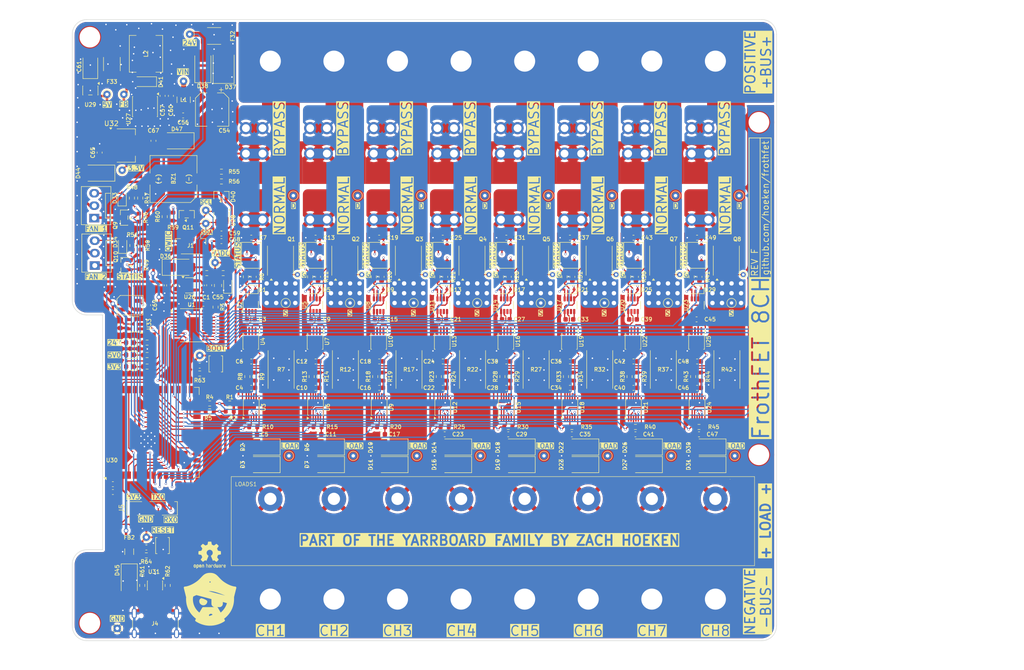
<source format=kicad_pcb>
(kicad_pcb (version 20241229) (generator "pcbnew") (generator_version "9.0")
  (layers (0 "F.Cu" signal) (4 "In1.Cu" signal) (6 "In2.Cu" signal) (2 "B.Cu" signal) (13 "F.Paste" user) (15 "B.Paste" user) (5 "F.SilkS" user "F.Silkscreen") (7 "B.SilkS" user "B.Silkscreen") (1 "F.Mask" user) (3 "B.Mask" user) (25 "Edge.Cuts" user))
  (net 0 "")
  (net 1 "Net-(BZ1--)")
  (net 2 "FAN_MOSFET1")
  (net 3 "FAN_MOSFET2")
  (net 4 "SDA")
  (net 5 "SCL")
  (net 6 "+24V")
  (net 7 "Net-(D36-A)")
  (net 8 "Net-(U2-VCAP)")
  (net 9 "Net-(U3-Vin+)")
  (net 10 "Net-(U3-Vin-)")
  (net 11 "+5V")
  (net 12 "Net-(D38-K)")
  (net 13 "+3.3VADC")
  (net 14 "/ESP32-S3/VBUS")
  (net 15 "/ESP32-S3/EN")
  (net 16 "GND")
  (net 17 "PWM2")
  (net 18 "/CHANNEL 1/LED_DOUT")
  (net 19 "PWM1")
  (net 20 "PWM8")
  (net 21 "PWM6")
  (net 22 "PWM7")
  (net 23 "PWM3")
  (net 24 "PWM5")
  (net 25 "PWM4")
  (net 26 "FAN_TACH1")
  (net 27 "FAN_TACH2")
  (net 28 "CHANNEL_LEDS")
  (net 29 "/CHANNEL 2/LED_DOUT")
  (net 30 "/CHANNEL 3/LED_DOUT")
  (net 31 "/CHANNEL 4/LED_DOUT")
  (net 32 "Net-(Q10-G)")
  (net 33 "/CHANNEL 5/LED_DOUT")
  (net 34 "/CHANNEL 6/LED_DOUT")
  (net 35 "/CHANNEL 7/LED_DOUT")
  (net 36 "/CHANNEL 8/LED_DOUT")
  (net 37 "+3.3V")
  (net 38 "LOAD1")
  (net 39 "LOAD2")
  (net 40 "LOAD3")
  (net 41 "LOAD4")
  (net 42 "LOAD5")
  (net 43 "LOAD6")
  (net 44 "LOAD7")
  (net 45 "LOAD8")
  (net 46 "Net-(M1--)")
  (net 47 "/ESP32-S3/GPIO0_BOOT")
  (net 48 "Net-(U5-VCAP)")
  (net 49 "Net-(U6-Vin-)")
  (net 50 "PIEZO")
  (net 51 "Net-(D5-K)")
  (net 52 "/CHANNEL 1/LOAD_VSS")
  (net 53 "/CHANNEL 2/LOAD_VSS")
  (net 54 "Net-(D9-K)")
  (net 55 "Net-(U27-VIN)")
  (net 56 "Net-(U6-Vin+)")
  (net 57 "Net-(U8-VCAP)")
  (net 58 "/ESP32-S3/GPIO38")
  (net 59 "Net-(M2--)")
  (net 60 "/ESP32-S3/USB_D+")
  (net 61 "/ESP32-S3/USB_D-")
  (net 62 "/ESP32-S3/CC2_1")
  (net 63 "/ESP32-S3/CC1_1")
  (net 64 "Net-(U9-Vin-)")
  (net 65 "Net-(U9-Vin+)")
  (net 66 "Net-(U11-VCAP)")
  (net 67 "/ESP32-S3/GPIO3")
  (net 68 "/ESP32-S3/ESP_USB-")
  (net 69 "/ESP32-S3/GPIO46")
  (net 70 "/ESP32-S3/GPIO45")
  (net 71 "/ESP32-S3/GPIO36")
  (net 72 "/ESP32-S3/ESP_USB+")
  (net 73 "/ESP32-S3/ESP_RXD0")
  (net 74 "/ESP32-S3/GPIO37")
  (net 75 "/ESP32-S3/ESP_TXD0")
  (net 76 "/ESP32-S3/GPIO35")
  (net 77 "Net-(U12-Vin+)")
  (net 78 "Net-(U12-Vin-)")
  (net 79 "Net-(U14-VCAP)")
  (net 80 "Net-(U15-Vin-)")
  (net 81 "Net-(U15-Vin+)")
  (net 82 "Net-(U17-VCAP)")
  (net 83 "Net-(U18-Vin+)")
  (net 84 "Net-(U18-Vin-)")
  (net 85 "Net-(U20-VCAP)")
  (net 86 "Net-(U21-Vin-)")
  (net 87 "Net-(U21-Vin+)")
  (net 88 "Net-(U23-VCAP)")
  (net 89 "Net-(U24-Vin-)")
  (net 90 "Net-(U24-Vin+)")
  (net 91 "Net-(U26-EN)")
  (net 92 "Net-(U29-EN)")
  (net 93 "Net-(D17-K)")
  (net 94 "Net-(D21-K)")
  (net 96 "ALERT1")
  (net 99 "Net-(D25-K)")
  (net 100 "Net-(D29-K)")
  (net 101 "Net-(D35-K)")
  (net 102 "ALERT2")
  (net 104 "/CHANNEL 3/LOAD_VSS")
  (net 105 "Net-(D1-K)")
  (net 106 "Net-(D35-A)")
  (net 107 "/CHANNEL 4/LOAD_VSS")
  (net 108 "Net-(D40-COM)")
  (net 109 "/CHANNEL 5/LOAD_VSS")
  (net 110 "Net-(D13-K)")
  (net 111 "/CHANNEL 6/LOAD_VSS")
  (net 112 "/CHANNEL 7/LOAD_VSS")
  (net 113 "Net-(D41-K)")
  (net 114 "/CHANNEL 8/LOAD_VSS")
  (net 115 "Net-(D48-K)")
  (net 116 "Net-(D43-K)")
  (net 117 "Net-(U27-FB)")
  (net 118 "Net-(D45-K)")
  (net 122 "Net-(Q9-G)")
  (net 123 "Net-(Q11-G)")
  (net 124 "ALERT3")
  (net 127 "ALERT4")
  (net 130 "ALERT5")
  (net 133 "ALERT6")
  (net 136 "ALERT7")
  (net 139 "ALERT8")
  (net 142 "/ESP32-S3/GPIO6")
  (net 143 "/ESP32-S3/GPIO4")
  (net 144 "/ESP32-S3/GPIO1")
  (net 145 "/ESP32-S3/GPIO8")
  (net 146 "/ESP32-S3/GPIO2")
  (net 147 "/ESP32-S3/GPIO9")
  (net 148 "/ESP32-S3/GPIO5")
  (net 149 "/ESP32-S3/GPIO21")
  (net 150 "/ESP32-S3/GPIO7")
  (net 153 "/CHANNEL 1/LOAD_SWITCHED")
  (net 154 "/CHANNEL 2/LOAD_SWITCHED")
  (net 155 "/CHANNEL 3/LOAD_SWITCHED")
  (net 156 "/CHANNEL 4/LOAD_SWITCHED")
  (net 157 "/CHANNEL 5/LOAD_SWITCHED")
  (net 158 "/CHANNEL 6/LOAD_SWITCHED")
  (net 159 "/CHANNEL 7/LOAD_SWITCHED")
  (net 160 "/CHANNEL 8/LOAD_SWITCHED")
  (net 161 "/ESP32-S3/GPIO47")
  (net 162 "/ESP32-S3/GPIO48")
  (net 163 "Net-(D46-DIN)")
  (footprint "yarrboard:JST_SH_BM04B-SRSS-TB_1x04-1MP_P1.00mm_Vertical" (layer "F.Cu") (at 77.2 73.9 180)
    (property "Reference" "J1")
    (property "Value" "Conn_01x04_MountingPin")
  )
  (footprint "Diode_SMD:D_SMA" (layer "F.Cu") (at 74.9 78.65)
    (property "Reference" "D36")
    (property "Value" "SS54")
  )
  (footprint "Capacitor_SMD:C_0603_1608Metric" (layer "F.Cu") (at 129.15 112.8 180)
    (property "Reference" "C23")
    (property "Value" "100nF")
  )
  (footprint "Connector_USB:USB_C_Receptacle_GCT_USB4105-xx-A_16P_TopMnt_Horizontal" (layer "F.Cu") (at 70 152.5)
    (property "Reference" "J4")
    (property "Value" "USB_TYPE_C_16PIN")
  )
  (footprint "Capacitor_SMD:C_0603_1608Metric" (layer "F.Cu") (at 167.65 89.3)
    (property "Reference" "C39")
    (property "Value" "220nF")
  )
  (footprint "Resistor_SMD:R_0603_1608Metric" (layer "F.Cu") (at 179.65 80.6 90)
    (property "Reference" "R41")
    (property "Value" "10k")
  )
  (footprint "TestPoint:TestPoint_THTPad_D1.5mm_Drill0.7mm" (layer "F.Cu") (at 162.45 117.2)
    (property "Reference" "TP26" (hide yes))
    (property "Value" "~")
  )
  (footprint "Diode_SMD:D_SOD-323" (layer "F.Cu") (at 115.55 83.2 180)
    (property "Reference" "D9")
    (property "Value" "BZT52C20S")
  )
  (footprint "Capacitor_SMD:C_0603_1608Metric" (layer "F.Cu") (at 90.1 80.6 90)
    (property "Reference" "C2" (hide yes))
    (property "Value" "100nF")
  )
  (footprint "Diode_SMD:D_SMA" (layer "F.Cu") (at 157.15 119 180)
    (property "Reference" "D23")
    (property "Value" "SMAJ30CA")
  )
  (footprint "TestPoint:TestPoint_THTPad_D1.5mm_Drill0.7mm" (layer "F.Cu") (at 163.35 64)
    (property "Reference" "TP24" (hide yes))
    (property "Value" "~")
  )
  (footprint "Resistor_SMD:R_0603_1608Metric" (layer "F.Cu") (at 68.3 98.95)
    (property "Reference" "R65" (hide yes))
    (property "Value" "5.1k")
  )
  (footprint "Fuse:Fuse_1812_4532Metric" (layer "F.Cu") (at 61.1 37.1 90)
    (property "Reference" "F33")
    (property "Value" "mSMD110")
  )
  (footprint "Resistor_SMD:R_0603_1608Metric" (layer "F.Cu") (at 101.65 80.6 90)
    (property "Reference" "R11")
    (property "Value" "10k")
  )
  (footprint "Capacitor_SMD:C_0603_1608Metric" (layer "F.Cu") (at 102.75 97.9 180)
    (property "Reference" "C12")
    (property "Value" "100nF")
  )
  (footprint "yarrboard:XFCN T508" (layer "F.Cu") (at 90.2 68.9)
    (property "Reference" "F1" (hide yes))
    (property "Value" "Conn_01x01_Pin")
  )
  (footprint "yarrboard:XFCN T508" (layer "F.Cu") (at 90.2 50.2)
    (property "Reference" "F3" (hide yes))
    (property "Value" "Conn_01x01_Pin")
  )
  (footprint "TestPoint:TestPoint_THTPad_D1.5mm_Drill0.7mm" (layer "F.Cu") (at 124.35 64)
    (property "Reference" "TP12" (hide yes))
    (property "Value" "~")
  )
  (footprint "Diode_SMD:D_SMA" (layer "F.Cu") (at 105.15 119 180)
    (property "Reference" "D7")
    (property "Value" "SMAJ30CA")
  )
  (footprint "Resistor_SMD:R_0603_1608Metric" (layer "F.Cu") (at 114.65 80.6 90)
    (property "Reference" "R16")
    (property "Value" "10k")
  )
  (footprint "LED_SMD:LED_WS2812B-Mini_PLCC4_3.5x3.5mm" (layer "F.Cu") (at 180.75 76.2 -90)
    (property "Reference" "D32" (hide yes))
    (property "Value" "WS2812B-Mini")
  )
  (footprint "TestPoint:TestPoint_THTPad_D1.0mm_Drill0.5mm" (layer "F.Cu") (at 177.2 80.15)
    (property "Reference" "TP27" (hide yes))
    (property "Value" "~")
  )
  (footprint "Resistor_SMD:R_0603_1608Metric" (layer "F.Cu") (at 127.95 101 90)
    (property "Reference" "R23")
    (property "Value" "4.7R 1%")
  )
  (footprint "TestPoint:TestPoint_THTPad_D1.5mm_Drill0.7mm" (layer "F.Cu") (at 150.35 64)
    (property "Reference" "TP20" (hide yes))
    (property "Value" "~")
  )
  (footprint "Button_Switch_SMD:SW_SPST_B3U-1000P" (layer "F.Cu") (at 82.35 98.4 -90)
    (property "Reference" "SW1" (hide yes))
    (property "Value" "~")
  )
  (footprint "Capacitor_SMD:C_0603_1608Metric" (layer "F.Cu") (at 141.75 103.3)
    (property "Reference" "C28")
    (property "Value" "100nF")
  )
  (footprint "Inductor_SMD:L_Chilisin_BMRB00060650" (layer "F.Cu") (at 68.075 35 90)
    (property "Reference" "L2")
    (property "Value" "SMMS0650-680M")
  )
  (footprint "Diode_SMD:D_SOD-323" (layer "F.Cu") (at 167.55 83.2 180)
    (property "Reference" "D25")
    (property "Value" "BZT52C20S")
  )
  (footprint "Diode_SMD:D_SMA" (layer "F.Cu") (at 144.15 119 180)
    (property "Reference" "D19")
    (property "Value" "SMAJ30CA")
  )
  (footprint "Diode_SMD:D_SMA" (layer "F.Cu") (at 92 119 180)
    (property "Reference" "D3")
    (property "Value" "SMAJ30CA")
  )
  (footprint "yarrboard:SMTSO30XXX" (layer "F.Cu") (at 193.4 49)
    (property "Reference" "H3" (hide yes))
    (property "Value" "~")
  )
  (footprint "LED_SMD:LED_0603_1608Metric" (layer "F.Cu") (at 64.8 94.05 180)
    (property "Reference" "D35" (hide yes))
    (property "Value" "GREEN")
  )
  (footprint "Capacitor_SMD:C_0603_1608Metric" (layer "F.Cu") (at 155.15 112.8 180)
    (property "Reference" "C35")
    (property "Value" "100nF")
  )
  (footprint "Capacitor_SMD:C_0603_1608Metric" (layer "F.Cu") (at 168.25 80.6 90)
    (property "Reference" "C38" (hide yes))
    (property "Value" "100nF")
  )
  (footprint "Capacitor_SMD:C_0603_1608Metric" (layer "F.Cu") (at 73.175 43.6 -90)
    (property "Reference" "C60")
    (property "Value" "10uF/35v")
  )
  (footprint "Capacitor_SMD:C_0603_1608Metric" (layer "F.Cu") (at 69.6 52.7875 -90)
    (property "Reference" "C67")
    (property "Value" "4.7uF")
  )
  (footprint "Capacitor_SMD:C_0603_1608Metric" (layer "F.Cu") (at 68.5 86.4 90)
    (property "Reference" "C69")
    (property "Value" "100nF")
  )
  (footprint "Package_TO_SOT_SMD:SOT-23-5" (layer "F.Cu") (at 56.7 42.5 -90)
    (property "Reference" "U29")
    (property "Value" "MAX40200AUK")
  )
  (footprint "Capacitor_SMD:C_0603_1608Metric" (layer "F.Cu") (at 61.3 124.6 180)
    (property "Reference" "C63" (hide yes))
    (property "Value" "100nF")
  )
  (footprint "Package_TO_SOT_SMD:SOT-23-6" (layer "F.Cu") (at 83.5 68.35 -90)
    (property "Reference" "U28")
    (property "Value" "MCP3425A0T-ECH")
  )
  (footprint "Capacitor_SMD:C_0603_1608Metric" (layer "F.Cu") (at 115.75 72.6)
    (property "Reference" "C19")
    (property "Value" "100nF")
  )
  (footprint "Capacitor_SMD:C_0603_1608Metric" (layer "F.Cu") (at 180.75 72.6)
    (property "Reference" "C49")
    (property "Value" "100nF")
  )
  (footprint "Diode_SMD:D_SOD-323" (layer "F.Cu") (at 128.55 83.2 180)
    (property "Reference" "D13")
    (property "Value" "BZT52C20S")
  )
  (footprint "yarrboard:Infineon_PG-TDSON-8_6.15x5.15mm" (layer "F.Cu") (at 186.75 77.3 90)
    (property "Reference" "Q8")
    (property "Value" "BSC010N04LS")
  )
  (footprint "TestPoint:TestPoint_THTPad_D1.5mm_Drill0.7mm" (layer "F.Cu") (at 174.8 85.95)
    (property "Reference" "TP29" (hide yes))
    (property "Value" "~")
  )
  (footprint "TestPoint:TestPoint_THTPad_D1.5mm_Drill0.7mm" (layer "F.Cu") (at 123.45 117.2)
    (property "Reference" "TP14" (hide yes))
    (property "Value" "~")
  )
  (footprint "yarrboard:SOT-23-8" (layer "F.Cu") (at 141.65 86.4 90)
    (property "Reference" "U14")
    (property "Value" "LM74502H")
  )
  (footprint "TestPoint:TestPoint_THTPad_D1.5mm_Drill0.7mm" (layer "F.Cu") (at 98.2 64)
    (property "Reference" "TP4" (hide yes))
    (property "Value" "~")
  )
  (footprint "TestPoint:TestPoint_THTPad_D1.5mm_Drill0.7mm" (layer "F.Cu") (at 188.45 117.2)
    (property "Reference" "TP34" (hide yes))
    (property "Value" "~")
  )
  (footprint "yarrboard:XFCN T508" (layer "F.Cu") (at 142.35 68.9)
    (property "Reference" "F17" (hide yes))
    (property "Value" "Conn_01x01_Pin")
  )
  (footprint "Resistor_SMD:R_0603_1608Metric" (layer "F.Cu") (at 88.5 80.6 90)
    (property "Reference" "R6")
    (property "Value" "10k")
  )
  (footprint "Capacitor_SMD:C_0603_1608Metric" (layer "F.Cu") (at 181.15 112.8 180)
    (property "Reference" "C47")
    (property "Value" "100nF")
  )
  (footprint "Diode_SMD:D_SMA" (layer "F.Cu") (at 58.2 59.4 180)
    (property "Reference" "D44")
    (property "Value" "SMAJ5.0A")
  )
  (footprint "Capacitor_SMD:C_0603_1608Metric" (layer "F.Cu") (at 103.15 112.8 180)
    (property "Reference" "C11")
    (property "Value" "100nF")
  )
  (footprint "yarrboard:SOT-23-8" (layer "F.Cu") (at 180.65 86.4 90)
    (property "Reference" "U23")
    (property "Value" "LM74502H")
  )
  (footprint "Capacitor_SMD:C_0603_1608Metric" (layer "F.Cu") (at 116.25 80.6 90)
    (property "Reference" "C14" (hide yes))
    (property "Value" "100nF")
  )
  (footprint "Resistor_SMD:R_0603_1608Metric" (layer "F.Cu") (at 81.1 108.1)
    (property "Reference" "R4")
    (property "Value" "0R")
  )
  (footprint "yarrboard:ESP32-S3-WROOM-1" (layer "F.Cu") (at 66 112.4 90)
    (property "Reference" "U30")
    (property "Value" "ESP32-S3-WROOM-1-N16R8")
  )
  (footprint "TestPoint:TestPoint_THTPad_D1.5mm_Drill0.7mm" (layer "F.Cu") (at 60.1 43.3)
    (property "Reference" "TP40" (hide yes))
    (property "Value" "~")
  )
  (footprint "Capacitor_SMD:C_0603_1608Metric" (layer "F.Cu") (at 79.8 86.1 180)
    (property "Reference" "C1")
    (property "Value" "100nF")
  )
  (footprint "Capacitor_SMD:C_0603_1608Metric" (layer "F.Cu") (at 89.5 89.3)
    (property "Reference" "C3")
    (property "Value" "220nF")
  )
  (footprint "Capacitor_SMD:C_0603_1608Metric" (layer "F.Cu") (at 167.75 72.6)
    (property "Reference" "C43")
    (property "Value" "100nF")
  )
  (footprint "Capacitor_SMD:C_0603_1608Metric" (layer "F.Cu") (at 154.75 103.3)
    (property "Reference" "C34")
    (property "Value" "100nF")
  )
  (footprint "Capacitor_SMD:C_0603_1608Metric" (layer "F.Cu") (at 71.3 82.35 -90)
    (property "Reference" "C50" (hide yes))
    (property "Value" "1uF")
  )
  (footprint "Resistor_SMD:R_0603_1608Metric" (layer "F.Cu") (at 66.9 64.5 90)
    (property "Reference" "R47")
    (property "Value" "100k")
  )
  (footprint "Resistor_SMD:R_0603_1608Metric" (layer "F.Cu") (at 68.3 94.05)
    (property "Reference" "R52" (hide yes))
    (property "Value" "100k")
  )
  (footprint "Capacitor_SMD:C_0603_1608Metric" (layer "F.Cu") (at 74.3 82.35 -90)
    (property "Reference" "C51" (hide yes))
    (property "Value" "100nF")
  )
  (footprint "Capacitor_SMD:C_0603_1608Metric" (layer "F.Cu") (at 102.75 103.3)
    (property "Reference" "C10")
    (property "Value" "100nF")
  )
  (footprint "yarrboard:XFCN T508" (layer "F.Cu") (at 90.2 55.4 180)
    (property "Reference" "F2" (hide yes))
    (property "Value" "Conn_01x01_Pin")
  )
  (footprint "Capacitor_SMD:C_0603_1608Metric" (layer "F.Cu") (at 180.65 89.3)
    (property "Reference" "C45")
    (property "Value" "220nF")
  )
  (footprint "Capacitor_SMD:C_0603_1608Metric" (layer "F.Cu") (at 61.3 123 180)
    (property "Reference" "C62" (hide yes))
    (property "Value" "22uF")
  )
  (footprint "Inductor_SMD:L_0603_1608Metric" (layer "F.Cu") (at 72.8 82.35 -90)
    (property "Reference" "FB1" (hide yes))
    (property "Value" "BLM18AG121SN1D")
  )
  (footprint "Resistor_SMD:R_0603_1608Metric" (layer "F.Cu") (at 155.15 111.3)
    (property "Reference" "R35")
    (property "Value" "10k")
  )
  (footprint "yarrboard:XFCN T508" (layer "F.Cu") (at 116.35 68.9)
    (property "Reference" "F9" (hide yes))
    (property "Value" "Conn_01x01_Pin")
  )
  (footprint "Resistor_SMD:R_0603_1608Metric" (layer "F.Cu") (at 168.15 111.3)
    (property "Reference" "R40")
    (property "Value" "10k")
  )
  (footprint "Resistor_SMD:R_0603_1608Metric" (layer "F.Cu") (at 83.855 79.85 180)
    (property "Reference" "R53" (hide yes))
    (property "Value" "0R")
  )
  (footprint "LED_SMD:LED_WS2812B-Mini_PLCC4_3.5x3.5mm" (layer "F.Cu") (at 167.75 76.2 -90)
    (property "Reference" "D28" (hide yes))
    (property "Value" "WS2812B-Mini")
  )
  (footprint "Package_TO_SOT_SMD:SOT-23-5" (layer "F.Cu") (at 77.1 82.35)
    (property "Reference" "U26")
    (property "Value" "TPS7A2033PDBVR")
  )
  (footprint "yarrboard:Buzzer_FUET_9.6x9.6" (layer "F.Cu") (at 73.7 60.6 90)
    (property "Reference" "BZ1")
    (property "Value" "Buzzer")
  )
  (footprint "Resistor_SMD:R_0603_1608Metric" (layer "F.Cu") (at 90 111.3)
    (property "Reference" "R10")
    (property "Value" "10k")
  )
  (footprint "Diode_SMD:D_SOD-323" (layer "F.Cu") (at 89.4 83.2 180)
    (property "Reference" "D1")
    (property "Value" "BZT52C20S")
  )
  (footprint "Resistor_SMD:R_0603_1608Metric" (layer "F.Cu") (at 142.55 101 90)
    (property "Reference" "R29")
    (property "Value" "4.7R 1%")
  )
  (footprint "Resistor_SMD:R_0603_1608Metric" (layer "F.Cu") (at 90.4 101 90)
    (property "Reference" "R9")
    (property "Value" "4.7R 1%")
  )
  (footprint "Package_SO:VSSOP-10_3x3mm_P0.5mm" (layer "F.Cu") (at 115.75 107.3 90)
    (property "Reference" "U9")
    (property "Value" "INA226")
  )
  (footprint "yarrboard:SOT-23-8" (layer "F.Cu") (at 154.65 86.4 90)
    (property "Reference" "U17")
    (property "Value" "LM74502H")
  )
  (footprint "yarrboard:SOT-23-8" (layer "F.Cu") (at 167.65 86.4 90)
    (property "Reference" "U20")
    (property "Value" "LM74502H")
  )
  (footprint "Capacitor_SMD:C_0603_1608Metric" (layer "F.Cu") (at 129.25 80.6 90)
    (property "Reference" "C20" (hide yes))
    (property "Value" "100nF")
  )
  (footprint "Diode_SMD:D_SMA" (layer "F.Cu") (at 92 115.4 180)
    (property "Reference" "D2")
    (property "Value" "SS54")
  )
  (footprint "Resistor_SMD:R_0603_1608Metric" (layer "F.Cu") (at 166.65 80.6 90)
    (property "Reference" "R36")
    (property "Value" "10k")
  )
  (footprint "Connector:FanPinHeader_1x03_P2.54mm_Vertical" (layer "F.Cu") (at 57.5 68.595 90)
    (property "Reference" "M1" (hide yes))
    (property "Value" "Fan_Tacho")
  )
  (footprint "LED_SMD:LED_WS2812B-Mini_PLCC4_3.5x3.5mm" (layer "F.Cu") (at 141.75 76.2 -90)
    (property "Reference" "D20" (hide yes))
    (property "Value" "WS2812B-Mini")
  )
  (footprint "Package_TO_SOT_SMD:SOT-23" (layer "F.Cu") (at 63.7 78.2 180)
    (property "Reference" "Q10")
    (property "Value" "AO3400A")
  )
  (footprint "yarrboard:ATC Fuse" (layer "F.Cu") (at 129.35 62.2)
    (property "Reference" "F12")
    (property "Value" "20A")
  )
  (footprint "yarrboard:ATC Fuse" (layer "F.Cu") (at 103.35 62.2)
    (property "Reference" "F4")
    (property "Value" "20A")
  )
  (footprint "Capacitor_SMD:CP_Elec_6.3x7.7" (layer "F.Cu") (at 81.6 46.4 -90)
    (property "Reference" "C54")
    (property "Value" "100uF/35v")
  )
  (footprint "Capacitor_SMD:C_0603_1608Metric" (layer "F.Cu") (at 115.65 89.3)
    (property "Reference" "C15")
    (property "Value" "220nF")
  )
  (footprint "TestPoint:TestPoint_THTPad_D1.5mm_Drill0.7mm" (layer "F.Cu") (at 137.35 64)
    (property "Reference" "TP16" (hide yes))
    (property "Value" "~")
  )
  (footprint "yarrboard:Logo Small" (layer "F.Cu") (at 81.175 146.55)
    (property "Reference" "LOGO1" (hide yes))
    (property "Value" "Logo_Open_Hardware_Small" (hide yes))
  )
  (footprint "Capacitor_SMD:C_0603_1608Metric" (layer "F.Cu") (at 116.15 112.8 180)
    (property "Reference" "C17")
    (property "Value" "100nF")
  )
  (footprint "Resistor_SMD:R_0603_1608Metric" (layer "F.Cu") (at 83.5 61.1)
    (property "Reference" "R56")
    (property "Value" "22K 0.1%")
  )
  (footprint "TestPoint:TestPoint_THTPad_D1.5mm_Drill0.7mm" (layer "F.Cu") (at 149.45 117.2)
    (property "Reference" "TP22" (hide yes))
    (property "Value" "~")
  )
  (footprint "Symbol:OSHW-Logo2_7.3x6mm_SilkScreen" (layer "F.Cu") (at 81.1 137.5)
    (property "Reference" "LOGO2" (hide yes))
    (property "Value" "Logo_Open_Hardware_Small" (hide yes))
  )
  (footprint "LED_SMD:LED_WS2812B-Mini_PLCC4_3.5x3.5mm" (layer "F.Cu") (at 64.8 86.4 180)
    (property "Reference" "D46" (hide yes))
    (property "Value" "WS2812B-Mini")
  )
  (footprint "TestPoint:TestPoint_THTPad_D1.5mm_Drill0.7mm" (layer "F.Cu") (at 62.2 152.4875)
    (property "Reference" "TP38" (hide yes))
    (property "Value" "~")
  )
  (footprint "Resistor_SMD:R_4020_10251Metric" (layer "F.Cu") (at 134.85 99.55 -90)
    (property "Reference" "R22")
    (property "Value" "2 mOhm")
  )
  (footprint "TestPoint:TestPoint_THTPad_D1.5mm_Drill0.7mm" (layer "F.Cu") (at 75.75 40.6)
    (property "Reference" "TP37" (hide yes))
    (property "Value" "~")
  )
  (footprint "yarrboard:KF78S-13.0-8P" (layer "F.Cu") (at 93.5 126)
    (property "Reference" "LOADS1")
    (property "Value" "Screw_Terminal_01x08")
  )
  (footprint "Capacitor_SMD:C_0603_1608Metric" (layer "F.Cu") (at 128.75 103.3)
    (property "Reference" "C22")
    (property "Value" "100nF")
  )
  (footprint "Resistor_SMD:R_0603_1608Metric" (layer "F.Cu") (at 85.2 106.5)
    (property "Reference" "R1")
    (property "Value" "2.2k")
  )
  (footprint "TestPoint:TestPoint_THTPad_D1.5mm_Drill0.7mm" (layer "F.Cu") (at 79.0625 96.675 90)
    (property "Reference" "TP41" (hide yes))
    (property "Value" "~")
  )
  (footprint "Resistor_SMD:R_0603_1608Metric" (layer "F.Cu") (at 66.7 78.2 90)
    (property "Reference" "R49")
    (property "Value" "100R")
  )
  (footprint "Capacitor_SMD:C_0603_1608Metric" (layer "F.Cu") (at 103.25 80.6 90)
    (property "Reference" "C8" (hide yes))
    (property "Value" "100nF")
  )
  (footprint "Capacitor_SMD:C_0603_1608Metric" (layer "F.Cu") (at 168.15 112.8 180)
    (property "Reference" "C41")
    (property "Value" "100nF")
  )
  (footprint "yarrboard:XFCN T508" (layer "F.Cu") (at 168.35 55.4 180)
    (property "Reference" "F26" (hide yes))
    (property "Value" "Conn_01x01_Pin")
  )
  (footprint "Diode_SMD:D_SMA" (layer "F.Cu") (at 131.15 119 180)
    (property "Reference" "D15")
    (property "Value" "SMAJ30CA")
  )
  (footprint "Resistor_SMD:R_4020_10251Metric" (layer "F.Cu") (at 147.85 99.55 -90)
    (property "Reference" "R27")
    (property "Value" "2 mOhm")
  )
  (footprint "yarrboard:XFCN T508" (layer "F.Cu") (at 129.35 50.2)
    (property "Reference" "F15" (hide yes))
    (property "Value" "Conn_01x01_Pin")
  )
  (footprint "Diode_SMD:D_SMA" (layer "F.Cu") (at 118.15 115.4 180)
    (property "Reference" "D10")
    (property "Value" "SS54")
  )
  (footprint "Resistor_SMD:R_0603_1608Metric" (layer "F.Cu") (at 71.9 68.3 90)
    (property "Reference" "R60")
    (property "Value" "100k")
  )
  (footprint "Inductor_SMD:L_1210_3225Metric" (layer "F.Cu") (at 75.775 44.4 90)
    (property "Reference" "L1")
    (property "Value" "CBC3225T100KR")
  )
  (footprint "Fuse:Fuse_1812_4532Metric" (layer "F.Cu") (at 82 31.35)
    (property "Reference" "F32")
    (property "Value" "mSMD050-60V")
  )
  (footprint "Resistor_SMD:R_0603_1608Metric" (layer "F.Cu") (at 181.55 101 90)
    (property "Reference" "R44")
    (property "Value" "4.7R 1%")
  )
  (footprint "Resistor_SMD:R_4020_10251Metric" (layer "F.Cu") (at 186.85 99.55 -90)
    (property "Reference" "R42")
    (property "Value" "2 mOhm")
  )
  (footprint "Resistor_SMD:R_0603_1608Metric" (layer "F.Cu") (at 129.55 101 90)
    (property "Reference" "R24")
    (property "Value" "4.7R 1%")
  )
  (footprint "yarrboard:SMTSO30XXX" (layer "F.Cu") (at 193.4 117)
    (property "Reference" "H4" (hide yes))
    (property "Value" "~")
  )
  (footprint "Capacitor_SMD:C_0603_1608Metric" (layer "F.Cu") (at 115.75 97.9 180)
    (property "Reference" "C18")
    (property "Value" "100nF")
  )
  (footprint "Package_TO_SOT_SMD:SOT-23" (layer "F.Cu") (at 63.6 68.5 180)
    (property "Reference" "Q9")
    (property "Value" "AO3400A")
  )
  (footprint "Package_SO:SOIC-8_3.9x4.9mm_P1.27mm" (layer "F.Cu") (at 67.875 45.8 -90)
    (property "Reference" "U27")
    (property "Value" "XL1509-5.0")
  )
  (footprint "Diode_SMD:D_SOD-123" (layer "F.Cu") (at 67.875 40.7 180)
    (property "Reference" "D41")
    (property "Value" "DSK24")
  )
  (footprint "yarrboard:XFCN T508" (layer "F.Cu") (at 181.35 55.4 180)
    (property "Reference" "F30" (hide yes))
    (property "Value" "Conn_01x01_Pin")
  )
  (footprint "Capacitor_SMD:C_0603_1608Metric" (layer "F.Cu") (at 141.75 97.9 180)
    (property "Reference" "C30")
    (property "Value" "100nF")
  )
  (footprint "TestPoint:TestPoint_THTPad_D1.5mm_Drill0.7mm" (layer "F.Cu") (at 68.15 133.85 90)
    (property "Reference" "TP43" (hide yes))
    (property "Value" "~")
  )
  (footprint "Diode_SMD:D_SMA" (layer "F.Cu") (at 157.15 115.4 180)
    (property "Reference" "D22")
    (property "Value" "SS54")
  )
  (footprint "Resistor_SMD:R_0603_1608Metric" (layer "F.Cu") (at 140.65 80.6 90)
    (property "Reference" "R26")
    (property "Value" "10k")
  )
  (footprint "Capacitor_SMD:C_0603_1608Metric" (layer "F.Cu") (at 141.75 72.6)
    (property "Reference" "C31")
    (property "Value" "100nF")
  )
  (footprint "Package_SO:VSSOP-10_3x3mm_P0.5mm" (layer "F.Cu") (at 141.75 107.3 90)
    (property "Reference" "U15")
    (property "Value" "INA226")
  )
  (footprint "Capacitor_SMD:C_0603_1608Metric" (layer "F.Cu") (at 167.75 103.3)
    (property "Reference" "C40")
    (property "Value" "100nF")
  )
  (footprint "Capacitor_SMD:C_0603_1608Metric" (layer "F.Cu") (at 180.75 103.3)
    (property "Reference" "C46")
    (property "Value" "100nF")
  )
  (footprint "Diode_SMD:D_SMA" (layer "F.Cu") (at 170.15 119 180)
    (property "Reference" "D27")
    (property "Value" "SMAJ30CA")
  )
  (footprint "Package_SO:VSSOP-10_3x3mm_P0.5mm" (layer "F.Cu") (at 102.75 107.3 90)
    (property "Reference" "U6")
    (property "Value" "INA226")
  )
  (footprint "Diode_SMD:D_SMA" (layer "F.Cu") (at 131.15 115.4 180)
    (property "Reference" "D14")
    (property "Value" "SS54")
  )
  (footprint "yarrboard:Infineon_PG-TDSON-8_6.15x5.15mm" (layer "F.Cu") (at 108.75 77.3 90)
    (property "Reference" "Q2")
    (property "Value" "BSC010N04LS")
  )
  (footprint "yarrboard:Infineon_PG-TDSON-8_6.15x5.15mm" (layer "F.Cu") (at 160.75 77.3 90)
    (property "Reference" "Q6")
    (property "Value" "BSC010N04LS")
  )
  (footprint "TestPoint:TestPoint_THTPad_D1.5mm_Drill0.7mm" (layer "F.Cu") (at 63.55 43.3)
    (property "Reference" "TP39" (hide yes))
    (property "Value" "~")
  )
  (footprint "Resistor_SMD:R_0603_1608Metric" (layer "F.Cu") (at 142.15 111.3)
    (property "Reference" "R30")
    (property "Value" "10k")
  )
  (footprint "Resistor_SMD:R_0603_1608Metric" (layer "F.Cu") (at 155.55 101 90)
    (property "Reference" "R34")
    (property "Value" "4.7R 1%")
  )
  (footprint "Package_TO_SOT_SMD:SOT-223-3_TabPin2" (layer "F.Cu") (at 64 53.75)
    (property "Reference" "U32")
    (property "Value" "LDL1117S33R")
  )
  (footprint "TestPoint:TestPoint_THTPad_D1.5mm_Drill0.7mm" (layer "F.Cu") (at 136.45 117.2)
    (property "Reference" "TP18" (hide yes))
    (property "Value" "~")
  )
  (footprint "Diode_SMD:D_SMA" (layer "F.Cu") (at 183.15 119 180)
    (property "Reference" "D31")
    (property "Value" "SMAJ30CA")
  )
  (footprint "Resistor_SMD:R_0603_1608Metric" (layer "F.Cu") (at 101.95 101 90)
    (property "Reference" "R13")
    (property "Value" "4.7R 1%")
  )
  (footprint "Diode_SMD:D_SOD-323" (layer "F.Cu") (at 180.55 83.2 180)
    (property "Reference" "D29")
    (property "Value" "BZT52C20S")
  )
  (footprint "LED_SMD:LED_WS2812B-Mini_PLCC4_3.5x3.5mm" (layer "F.Cu") (at 102.75 76.2 -90)
    (property "Reference" "D8" (hide yes))
    (property "Value" "WS2812B-Mini")
  )
  (footprint "Capacitor_SMD:C_0603_1608Metric" (layer "F.Cu") (at 81 82.325 -90)
    (property "Reference" "C53" (hide yes))
    (property "Value" "100nF")
  )
  (footprint "Package_TO_SOT_SMD:SOT-23-5" (layer "F.Cu") (at 65.7 90.3 180)
    (property "Reference" "U33")
    (property "Value" "SN74LV1T34DBV")
  )
  (footprint "Diode_SMD:D_SOD-323" (layer "F.Cu") (at 63.2 64.5 90)
    (property "Reference" "D33")
    (property "Value" "PESD3V3L1BA")
  )
  (footprint "TestPoint:TestPoint_THTPad_D1.5mm_Drill0.7mm" (layer "F.Cu") (at 189.35 64)
    (property "Reference" "TP32" (hide yes))
    (property "Value" "~")
  )
  (footprint "Resistor_SMD:R_4020_10251Metric" (layer "F.Cu") (at 173.85 99.55 -90)
    (property "Reference" "R37")
    (property "Value" "2 mOhm")
  )
  (footprint "Resistor_SMD:R_0603_1608Metric" (layer "F.Cu") (at 103.55 101 90)
    (property "Reference" "R14")
    (property "Value" "4.7R 1%")
  )
  (footprint "yarrboard:SMTSO30XXX" (layer "F.Cu") (at 56.6 31.6)
    (property "Reference" "H2" (hide yes))
    (property "Value" "~")
  )
  (footprint "Resistor_SMD:R_0603_1608Metric" (layer "F.Cu") (at 81.1 106.5 180)
    (property "Reference" "R5")
    (property "Value" "0R")
  )
  (footprint "Package_SO:MSOP-8_3x3mm_P0.65mm" (layer "F.Cu") (at 180.65 93.8 -90)
    (property "Reference" "U25")
    (property "Value" "LM75BD")
  )
  (footprint "Capacitor_SMD:C_0603_1608Metric" (layer "F.Cu") (at 142.15 112.8 180)
    (property "Reference" "C29")
    (property "Value" "100nF")
  )
  (footprint "TestPoint:TestPoint_THTPad_D1.5mm_Drill0.7mm" (layer "F.Cu") (at 161.8 85.95)
    (property "Reference" "TP25" (hide yes))
    (property "Value" "~")
  )
  (footprint "Diode_SMD:D_SMA" (layer "F.Cu") (at 144.15 115.4 180)
    (property "Reference" "D18")
    (property "Value" "SS54")
  )
  (footprint "yarrboard:XFCN T508" (layer "F.Cu") (at 103.35 68.9)
    (property "Reference" "F5" (hide yes))
    (property "Value" "Conn_01x01_Pin")
  )
  (footprint "Diode_SMD:D_SMA" (layer "F.Cu") (at 118.15 119 180)
    (property "Reference" "D11")
    (property "Value" "SMAJ30CA")
  )
  (footprint "TestPoint:TestPoint_THTPad_D1.5mm_Drill0.7mm" (layer "F.Cu") (at 135.8 85.95)
    (property "Reference" "TP17" (hide yes))
    (property "Value" "~")
  )
  (footprint "Button_Switch_SMD:SW_SPST_B3U-1000P" (layer "F.Cu") (at 71.45 135.55 -90)
    (property "Reference" "SW2" (hide yes))
    (property "Value" "~")
  )
  (footprint "yarrboard:XFCN T508" (layer "F.Cu") (at 129.35 68.9)
    (property "Reference" "F13" (hide yes))
    (property "Value" "Conn_01x01_Pin")
  )
  (footprint "TestPoint:TestPoint_THTPad_D1.5mm_Drill0.7mm" (layer "F.Cu") (at 175.45 117.2)
    (property "Reference" "TP30" (hide yes))
    (property "Value" "~")
  )
  (footprint "Capacitor_SMD:C_0603_1608Metric" (layer "F.Cu") (at 89.6 97.9 180)
    (property "Reference" "C6")
    (property "Value" "100nF")
  )
  (footprint "Resistor_SMD:R_4020_10251Metric" (layer "F.Cu") (at 160.85 99.55 -90)
    (property "Reference" "R32")
    (property "Value" "2 mOhm")
  )
  (footprint "Resistor_SMD:R_4020_10251Metric" (layer "F.Cu") (at 121.85 99.55 -90)
    (property "Reference" "R17")
    (property "Value" "2 mOhm")
  )
  (footprint "Diode_SMD:D_SOD-323" (layer "F.Cu") (at 102.55 83.2 180)
    (property "Reference" "D5")
    (property "Value" "BZT52C20S")
  )
  (footprint "yarrboard:Infineon_PG-TDSON-8_6.15x5.15mm" (layer "F.Cu") (at 173.75 77.3 90)
    (property "Reference" "Q7")
    (property "Value" "BSC010N04LS")
  )
  (footprint "Capacitor_SMD:C_0603_1608Metric" (layer "F.Cu") (at 90 112.8 180)
    (property "Reference" "C5")
    (property "Value" "100nF")
  )
  (footprint "Resistor_SMD:R_0603_1608Metric" (layer "F.Cu") (at 80.5 79.85 180)
    (property "Reference" "R54" (hide yes))
    (property "Value" "0R")
  )
  (footprint "Capacitor_SMD:C_0603_1608Metric" (layer "F.Cu") (at 128.75 72.6)
    (property "Reference" "C25")
    (property "Value" "100nF")
  )
  (footprint "Capacitor_SMD:C_0603_1608Metric" (layer "F.Cu") (at 180.75 97.9 180)
    (property "Reference" "C48")
    (property "Value" "100nF")
  )
  (footprint "LED_SMD:LED_WS2812B-Mini_PLCC4_3.5x3.5mm" (layer "F.Cu") (at 89.6 76.2 -90)
    (property "Reference" "D4" (hide yes))
    (property "Value" "WS2812B-Mini")
  )
  (footprint "yarrboard:XFCN T508" (layer "F.Cu") (at 181.35 50.2)
    (property "Reference" "F31" (hide yes))
    (property "Value" "Conn_01x01_Pin")
  )
  (footprint "Resistor_SMD:R_4020_10251Metric" (layer "F.Cu") (at 95.7 99.55 -90)
    (property "Reference" "R7")
    (property "Value" "2 mOhm")
  )
  (footprint "Resistor_SMD:R_0603_1608Metric" (layer "F.Cu") (at 72.5125 143.7 90)
    (property "Reference" "R62")
    (property "Value" "5.1k")
  )
  (footprint "TestPoint:TestPoint_THTPad_D1.5mm_Drill0.7mm" (layer "F.Cu") (at 110.45 117.2)
    (property "Reference" "TP10" (hide yes))
    (property "Value" "~")
  )
  (footprint "Resistor_SMD:R_0603_1608Metric" (layer "F.Cu") (at 82.3 86.8 -90)
    (property "Reference" "R3")
    (property "Value" "10k")
  )
  (footprint "LED_SMD:LED_0603_1608Metric" (layer "F.Cu") (at 64.8 98.95 180)
    (property "Reference" "D48" (hide yes))
    (property "Value" "GREEN")
  )
  (footprint "Capacitor_SMD:C_0603_1608Metric" (layer "F.Cu") (at 128.75 97.9 180)
    (property "Reference" "C24")
    (property "Value" "100nF")
  )
  (footprint "LED_SMD:LED_WS2812B-Mini_PLCC4_3.5x3.5mm" (layer "F.Cu") (at 154.75 76.2 -90)
    (property "Reference" "D24" (hide yes))
    (property "Value" "WS2812B-Mini")
  )
  (footprint "Resistor_SMD:R_0603_1608Metric" (layer "F.Cu") (at 73.6 68.3 90)
    (property "Reference" "R59")
    (property "Value" "100R")
  )
  (footprint "Resistor_SMD:R_0603_1608Metric" (layer "F.Cu") (at 116.15 111.3)
    (property "Reference" "R20")
    (property "Value" "10k")
  )
  (footprint "Diode_SMD:D_SMA" (layer "F.Cu") (at 79.7 37.4 90)
    (property "Reference" "D38")
    (property "Value" "SS54")
  )
  (footprint "Resistor_SMD:R_0603_1608Metric" (layer "F.Cu") (at 79.0625 100.375)
    (property "Reference" "R63")
    (property "Value" "10k")
  )
  (footprint "Diode_SMD:D_SOD-323" (layer "F.Cu") (at 63.3 74.2 90)
    (property "Reference" "D34")
    (property "Value" "PESD3V3L1BA")
  )
  (footprint "Resistor_SMD:R_0603_1608Metric" (layer "F.Cu") (at 140.95 101 90)
    (property "Reference" "R28")
    (property "Value" "4.7R 1%")
  )
  (footprint "yarrboard:XFCN T508" (layer "F.Cu") (at 103.35 55.4 180)
    (property "Reference" "F6" (hide yes))
    (property "Value" "Conn_01x01_Pin")
  )
  (footprint "Resistor_SMD:R_0603_1608Metric" (layer "F.Cu") (at 179.95 101 90)
    (property "Reference" "R43")
    (property "Value" "4.7R 1%")
  )
  (footprint "Capacitor_SMD:C_0603_1608Metric" (layer "F.Cu") (at 68.15 135.95)
    (property "Reference" "C68" (hide yes))
    (property "Value" "1uF")
  )
  (footprint "yarrboard:XFCN T508" (layer "F.Cu") (at 168.35 50.2)
    (property "Reference" "F27" (hide yes))
    (property "Value" "Conn_01x01_Pin")
  )
  (footprint "Resistor_SMD:R_0603_1608Metric" (layer "F.Cu") (at 65.2 64.5 90)
    (property "Reference" "R48")
    (property "Value" "10k")
  )
  (footprint "yarrboard:SOT-23-8" (layer "F.Cu") (at 102.65 86.4 90)
    (property "Reference" "U5")
    (property "Value" "LM74502H")
  )
  (footprint "Capacitor_SMD:C_0603_1608Metric" (layer "F.Cu") (at 154.75 72.6)
    (property "Reference" "C37")
    (property "Value" "100nF")
  )
  (footprint "Diode_SMD:D_SMA" (layer "F.Cu") (at 74.4 52.7875 180)
    (property "Reference" "D47")
    (property "Value" "SMAJ3.3A")
  )
  (footprint "TestPoint:TestPoint_THTPad_D1.0mm_Drill0.5mm" (layer "F.Cu") (at 99.05 80.15)
    (property "Reference" "TP3" (hide yes))
    (property "Value" "~")
  )
  (footprint "yarrboard:XFCN T508" (layer "F.Cu") (at 155.35 50.2)
    (property "Reference" "F23" (hide yes))
    (property "Value" "Conn_01x01_Pin")
  )
  (footprint "Capacitor_SMD:C_0603_1608Metric" (layer "F.Cu") (at 154.65 89.3)
    (property "Reference" "C33")
    (property "Value" "220nF")
  )
  (footprint "Resistor_SMD:R_0603_1608Metric" (layer "F.Cu") (at 116.55 101 90)
    (property "Reference" "R19")
    (property "Value" "4.7R 1%")
  )
  (footprint "TestPoint:TestPoint_THTPad_D1.5mm_Drill0.7mm" (layer "F.Cu") (at 109.8 85.95)
    (property "Reference" "TP9" (hide yes))
    (property "Value" "~")
  )
  (footprint "Diode_SMD:D_SMA" (layer "F.Cu") (at 170.15 115.4 180)
    (property "Reference" "D26")
    (property "Value" "SS54")
  )
  (footprint "yarrboard:XFCN T508" (layer "F.Cu") (at 103.35 50.2)
    (property "Reference" "F7" (hide yes))
    (property "Value" "Conn_01x01_Pin")
  )
  (footprint "Capacitor_SMD:C_0603_1608Metric" (layer "F.Cu") (at 181.25 80.6 90)
    (property "Reference" "C44" (hide yes))
    (property "Value" "100nF")
  )
  (footprint "Resistor_SMD:R_0603_1608Metric" (layer "F.Cu") (at 153.65 80.6 90)
    (property "Reference" "R31")
    (property "Value" "10k")
  )
  (footprint "Capacitor_SMD:C_0603_1608Metric" (layer "F.Cu") (at 83.5 71.75)
    (property "Reference" "C59")
    (property "Value" "100nF")
  )
  (footprint "Package_SO:VSSOP-10_3x3mm_P0.5mm" (layer "F.Cu") (at 154.75 107.3 90)
    (property "Reference" "U18")
    (property "Value" "INA226")
  )
  (footprint "Package_SO:MSOP-8_3x3mm_P0.65mm" (layer "F.Cu") (at 128.65 93.8 -90)
    (property "Reference" "U13")
    (property "Value" "LM75BD")
  )
  (footprint "Resistor_SMD:R_0603_1608Metric" (layer "F.Cu") (at 85.2 108.1)
    (property "Reference" "R2")
    (property "Value" "2.2k")
  )
  (footprint "Package_SO:MSOP-8_3x3mm_P0.65mm" (layer "F.Cu") (at 89.5 93.8 -90)
    (property "Reference" "U4")
    (property "Value" "LM75BD")
  )
  (footprint "Resistor_SMD:R_0603_1608Metric" (layer "F.Cu") (at 129.15 111.3)
    (property "Reference" "R25")
    (property "Value" "10k")
  )
  (footprint "Resistor_SMD:R_0603_1608Metric" (layer "F.Cu") (at 68.15 137.55 180)
    (property "Reference" "R64")
    (property "Value" "10k")
  )
  (footprint "yarrboard:SOT-23-8" (layer "F.Cu") (at 115.65 86.4 90)
    (property "Reference" "U8")
    (property "Value" "LM74502H")
  )
  (footprint "yarrboard:SOT-23-8" (layer "F.Cu") (at 89.5 86.4 90)
    (property "Reference" "U2")
    (property "Value" "LM74502H")
  )
  (footprint "Capacitor_SMD:C_0603_1608Metric" (layer "F.Cu") (at 58.6 55.2 90)
    (property "Reference" "C65")
    (property "Value" "1uF")
  )
  (footprint "yarrboard:SMTSO30XXX" (layer "F.Cu") (at 56.6 151.4)
    (property "Reference" "H1" (hide yes))
    (property "Value" "~")
  )
  (footprint "yarrboard:ATC Fuse" (layer "F.Cu") (at 168.35 62.2)
    (property "Reference" "F24")
    (property "Value" "20A")
  )
  (footprint "Capacitor_SMD:C_0402_1005Metric" (layer "F.Cu") (at 79.7 82.35 -90)
    (property "Reference" "C52" (hide yes))
    (property "Value" "1nF")
  )
  (footprint "TestPoint:TestPoint_THTPad_D1.0mm_Drill0.5mm" (layer "F.Cu") (at 151.2 80.15)
    (property "Reference" "TP19" (hide yes))
    (property "Value" "~")
  )
  (footprint "Resistor_SMD:R_0603_1608Metric" (layer "F.Cu") (at 67.3125 143.7 90)
    (property "Reference" "R61")
    (property "Value" "5.1k")
  )
  (footprint "yarrboard:XFCN T508" (layer "F.Cu") (at 181.35 68.9)
    (property "Reference" "F29" (hide yes))
    (property "Value" "Conn_01x01_Pin")
  )
  (footprint "yarrboard:Infineon_PG-TDSON-8_6.15x5.15mm" (layer "F.Cu") (at 95.6 77.3 90)
    (property "Reference" "Q1")
    (property "Value" "BSC010N04LS")
  )
  (footprint "Connector:FanPinHeader_1x03_P2.54mm_Vertical" (layer "F.Cu") (at 57.6 78.295 90)
    (property "Reference" "M2" (hide yes))
    (property "Value" "Fan_Tacho")
  )
  (footprint "Package_TO_SOT_SMD:SOT-23" (layer "F.Cu") (at 76.4 67.8 90)
    (property "Reference" "Q11")
    (property "Value" "AO3400A")
  )
  (footprint "Capacitor_SMD:C_0603_1608Metric" (layer "F.Cu") (at 154.75 97.9 180)
    (property "Reference" "C36")
    (property "Value" "100nF")
  )
  (footprint "TestPoint:TestPoint_THTPad_D1.5mm_Drill0.7mm" (layer "F.Cu") (at 96.65 85.95)
    (property "Reference" "TP5" (hide yes))
    (property "Value" "~")
  )
  (footprint "Resistor_SMD:R_0603_1608Metric" (layer "F.Cu") (at 66.6 68.5 90)
    (property "Reference" "R46")
    (property "Value" "100R")
  )
  (footprint "Resistor_SMD:R_0603_1608Metric" (layer "F.Cu") (at 88.8 101 90)
    (property "Reference" "R8")
    (property "Value" "4.7R 1%")
  )
  (footprint "yarrboard:ATC Fuse" (layer "F.Cu") (at 155.35 62.2)
    (property "Reference" "F20")
    (property "Value" "20A")
  )
  (footprint "Package_TO_SOT_SMD:SOT-23-6" (layer "F.Cu") (at 69.9125 143.7 -90)
    (property "Reference" "U31")
    (property "Value" "USBLC6-2SC6")
  )
  (footprint "yarrboard:XFCN T508" (layer "F.Cu") (at 168.35 68.9)
    (property "Reference" "F25" (hide yes))
    (property "Value" "Conn_01x01_Pin")
  )
  (footprint "Diode_SMD:D_SOD-323" (layer "F.Cu") (at 154.55 83.2 180)
    (property "Reference" "D21")
    (property "Value" "BZT52C20S")
  )
  (footprint "Package_SO:MSOP-8_3x3mm_P0.65mm" (layer "F.Cu") (at 141.65 93.8 -90)
    (property "Reference" "U16")
    (property "Value" "LM75BD")
  )
  (footprint "yarrboard:SOT-23-8" (layer "F.Cu") (at 128.65 86.4 90)
    (property "Reference" "U11")
    (property "Value" "LM74502H")
  )
  (footprint "Diode_SMD:D_SOD-323" (layer "F.Cu") (at 141.55 83.2 180)
    (property "Reference" "D17")
    (property "Value" "BZT52C20S")
  )
  (footprint "Capacitor_SMD:C_0603_1608Metric" (layer "F.Cu") (at 102.65 89.3)
    (property "Reference" "C9")
    (property "Value" "220nF")
  )
  (footprint "yarrboard:ATC Fuse" (layer "F.Cu") (at 116.35 62.2)
    (property "Reference" "F8")
    (property "Value" "20A")
  )
  (footprint "Capacitor_SMD:C_0603_1608Metric" (layer "F.Cu") (at 167.75 97.9 180)
    (property "Reference" "C42")
    (property "Value" "100nF")
  )
  (footprint "LED_SMD:LED_WS2812B-Mini_PLCC4_3.5x3.5mm" (layer "F.Cu") (at 115.75 76.2 -90)
    (property "Reference" "D12" (hide yes))
    (property "Value" "WS2812B-Mini")
  )
  (footprint "Capacitor_SMD:C_0603_1608Metric" (layer "F.Cu") (at 115.75 103.3)
    (property "Reference" "C16")
    (property "Value" "100nF")
  )
  (footprint "LED_SMD:LED_WS2812B-Mini_PLCC4_3.5x3.5mm" (layer "F.Cu") (at 128.75 76.2 -90)
    (property "Reference" "D16" (hide yes))
    (property "Value" "WS2812B-Mini")
  )
  (footprint "TestPoint:TestPoint_THTPad_D1.5mm_Drill0.7mm" (layer "F.Cu") (at 77 31)
    (property "Reference" "TP35" (hide yes))
    (property "Value" "~")
  )
  (footprint "Resistor_SMD:R_0603_1608Metric" (layer "F.Cu") (at 83.5 59.1 180)
    (property "Reference" "R55")
    (property "Value" "300K 0.1%")
  )
  (footprint "yarrboard:Infineon_PG-TDSON-8_6.15x5.15mm" (layer "F.Cu") (at 134.75 77.3 90)
    (property "Reference" "Q4")
    (property "Value" "BSC010N04LS")
  )
  (footprint "yarrboard:ATC Fuse" (layer "F.Cu") (at 90.2 62.2)
    (property "Reference" "ATC1")
    (property "Value" "20A")
  )
  (footprint "TestPoint:TestPoint_THTPad_D1.5mm_Drill0.7mm" (layer "F.Cu") (at 63.2 58.8)
    (property "Reference" "TP42" (hide yes))
    (property "Value" "~")
  )
  (footprint "Capacitor_SMD:C_0603_1608Metric" (layer "F.Cu") (at 155.25 80.6 90)
    (property "Reference" "C32" (hide yes))
    (property "Value" "100nF")
  )
  (footprint "Connector_PinHeader_2.54mm:PinHeader_1x04_P2.54mm_Vertical_SMD_Pin1Left" (layer "F.Cu") (at 69.3 127.95 90)
    (property "Reference" "J5")
    (property "Value" "Conn_01x04")
  )
  (footprint "Package_SO:VSSOP-10_3x3mm_P0.5mm" (layer "F.Cu") (at 167.75 107.3 90)
    (property "Reference" "U21")
    (property "Value" "INA226")
  )
  (footprint "Resistor_SMD:R_0603_1608Metric" (layer "F.Cu") (at 168.55 101 90)
    (property "Reference" "R39")
    (property "Value" "4.7R 1%")
  )
  (footprint "Diode_SMD:D_SMA" (layer "F.Cu") (at 105.15 115.4 180)
    (property "Reference" "D6")
    (property "Value" "SS54")
  )
  (footprint "yarrboard:XFCN T508" (layer "F.Cu") (at 155.35 68.9)
    (property "Reference" "F21" (hide yes))
    (property "Value" "Conn_01x01_Pin")
  )
  (footprint "TestPoint:TestPoint_THTPad_D1.5mm_Drill0.7mm" (layer "F.Cu") (at 176.35 64)
    (property "Reference" "TP28" (hide yes))
    (property "Value" "~")
  )
  (footprint "Capacitor_SMD:C_0603_1608Metric" (layer "F.Cu") (at 75.675 47.6 180)
    (property "Reference" "C56")
    (property "Value" "470nF/50v")
  )
  (footprint "Resistor_SMD:R_0603_1608Metric" (layer "F.Cu") (at 181.15 111.3)
    (property "Reference" "R45")
    (property "Value" "10k")
  )
  (footprint "Package_SO:MSOP-8_3x3mm_P0.65mm" (layer "F.Cu") (at 167.65 93.8 -90)
    (property "Reference" "U22")
    (property "Value" "LM75BD")
  )
  (footprint "Capacitor_SMD:C_0603_1608Metric" (layer "F.Cu") (at 142.25 80.6 90)
    (property "Reference" "C26" (hide yes))
    (property "Value" "100nF")
  )
  (footprint "TestPoint:TestPoint_THTPad_D1.5mm_Drill0.7mm" (layer "F.Cu") (at 111.35 64)
    (property "Reference" "TP8" (hide yes))
    (property "Value" "~")
  )
  (footprint "Diode_SMD:D_SMA" (layer "F.Cu") (at 183.15 115.4 180)
    (property "Reference" "D30")
    (property "Value" "SS54")
  )
  (footprint "TestPoint:TestPoint_THTPad_D1.5mm_Drill0.7mm" (layer "F.Cu") (at 80.3 69.7)
    (property "Reference" "TP2" (hide yes))
    (property "Value" "~")
  )
  (footprint "yarrboard:ATC Fuse" (layer "F.Cu") (at 181.35 62.2)
    (property "Reference" "F28")
    (property "Value" "20A")
  )
  (footprint "Resistor_SMD:R_0603_1608Metric" (layer "F.Cu") (at 166.95 101 90)
    (property "Reference" "R38")
    (property "Value" "4.7R 1%")
  )
  (footprint "Package_SO:MSOP-8_3x3mm_P0.65mm" (layer "F.Cu") (at 154.65 93.8 -90)
    (property "Reference" "U19")
    (property "Value" "LM75BD")
  )
  (footprint "TestPoint:TestPoint_THTPad_D1.0mm_Drill0.5mm" (layer "F.Cu") (at 138.2 80.15)
    (property "Reference" "TP15" (hide yes))
    (property "Value" "~")
  )
  (footprint "TestPoint:TestPoint_THTPad_D1.0mm_Drill0.5mm" (layer "F.Cu") (at 190.2 80.15)
    (property "Reference" "TP31" (hide yes))
    (property "Value" "~")
  )
  (footprint "Capacitor_Tantalum_SMD:CP_EIA-3528-21_Kemet-B" (layer "F.Cu") (at 56.7 37.6 90)
    (property "Reference" "C61")
    (property "Value" "100uF / 10v")
  )
  (footprint "TestPoint:TestPoint_THTPad_D1.0mm_Drill0.5mm" (layer "F.Cu") (at 164.2 80.15)
    (property "Reference" "TP23" (hide yes))
    (property "Value" "~")
  )
  (footprint "Capacitor_SMD:C_0603_1608Metric" (layer "F.Cu") (at 62.8 90.3 90)
    (property "Reference" "C64" (hide yes))
    (property "Value" "100nF")
  )
  (footprint "Capacitor_SMD:C_0603_1608Metric" (layer "F.Cu") (at 83.5 73.3)
    (property "Reference" "C58")
    (property "Value" "10uF")
  )
  (footprint "Diode_SMD:D_SMB" (layer "F.Cu") (at 83.95 37.4 90)
    (property "Reference" "D37")
    (property "Value" "SMBJ30CA")
  )
  (footprint "TestPoint:TestPoint_THTPad_D1.5mm_Drill0.7mm" (layer "F.Cu") (at 122.8 85.95)
    (property "Reference" "TP13" (hide yes))
    (property "Value" "~")
  )
  (footprint "TestPoint:TestPoint_THTPad_D1.5mm_Drill0.7mm" (layer "F.Cu") (at 187.8 85.95)
    (property "Reference" "TP33" (hide yes))
    (property "Value" "~")
  )
  (footprint "Resistor_SMD:R_0603_1608Metric" (layer "F.Cu") (at 67 74.2 90)
    (property "Reference" "R50")
    (property "Value" "100k")
  )
  (footprint "yarrboard:XFCN T508" (layer "F.Cu") (at 129.35 55.4 180)
    (property "Reference" "F14" (hide yes))
    (property "Value" "Conn_01x01_Pin")
  )
  (footprint "yarrboard:ATC Fuse" (layer "F.Cu") (at 142.35 62.2)
    (property "Reference" "F16")
    (property "Value" "20A")
  )
  (footprint "yarrboard:XFCN T508" (layer "F.Cu") (at 142.35 50.2)
    (property "Reference" "F19" (hide yes))
    (property "Value" "Conn_01x01_Pin")
  )
  (footprint "Resistor_SMD:R_0603_1608Metric" (layer "F.Cu") (at 68.3 96.6)
    (property "Reference" "R58" (hide yes))
    (property "Value" "10k")
  )
  (footprint "TestPoint:TestPoint_THTPad_D1.5mm_Drill0.7mm" (layer "F.Cu") (at 80.3 67)
    (property "Reference" "TP1" (hide yes))
    (property "Value" "~")
  )
  (footprint "Capacitor_SMD:C_0603_1608Metric" (layer "F.Cu") (at 89.6 72.6)
    (property "Reference" "C7")
    (property "Value" "100nF")
  )
  (footprint "TestPoint:TestPoint_THTPad_D1.0mm_Drill0.5mm" (layer "F.Cu") (at 125.2 80.15)
    (property "Reference" "TP11" (hide yes))
    (property "Value" "~")
  )
  (footprint "TestPoint:TestPoint_THTPad_D1.5mm_Drill0.7mm" (layer "F.Cu") (at 97.3 117.2)
    (property "Reference" "TP6" (hide yes))
    (property "Value" "~")
  )
  (footprint "TestPoint:TestPoint_THTPad_D1.5mm_Drill0.7mm" (layer "F.Cu") (at 82.2 77.7)
    (property "Reference" "TP36" (hide yes))
    (property "Value" "~")
  )
  (footprint "yarrboard:Infineon_PG-TDSON-8_6.15x5.15mm" (layer "F.Cu") (at 147.75 77.3 90)
    (property "Reference" "Q5")
    (property "Value" "BSC010N04LS")
  )
  (footprint "Resistor_SMD:R_0603_1608Metric" (layer "F.Cu") (at 65.3 74.2 90)
    (property "Reference" "R51")
    (property "Value" "10k")
  )
  (footprint "TestPoint:TestPoint_THTPad_D1.5mm_Drill0.7mm" (layer "F.Cu") (at 148.8 85.95)
    (property "Reference" "TP21" (hide yes))
    (property "Value" "~")
  )
  (footprint "Capacitor_SMD:C_0603_1608Metric" (layer "F.Cu") (at 128.65 89.3)
    (property "Reference" "C21")
    (property "Value" "220nF")
  )
  (footprint "Capacitor_SMD:C_0603_1608Metric" (layer "F.Cu") (at 102.75 72.6)
    (property "Reference" "C13")
    (property "Value" "100nF")
  )
  (footprint "Package_SO:TSSOP-20_4.4x6.5mm_P0.65mm" (layer "F.Cu") (at 77.3875 90.5)
    (property "Reference" "U1")
    (property "Value" "74LVC541A")
  )
  (footprint "Capacitor_SMD:C_0603_1608Metric" (layer "F.Cu") (at 141.65 89.3)
    (property "Reference" "C27")
    (property "Value" "220nF")
  )
  (footprint "yarrboard:XFCN T508" (layer "F.Cu") (at 116.35 55.4 180)
    (property "Reference" "F10" (hide yes))
    (property "Value" "Conn_01x01_Pin")
  )
  (footprint "Package_TO_SOT_SMD:SOT-23" (layer "F.Cu") (at 83.5 63.9 90)
    (property "Reference" "D40")
    (property "Value" "BAV199")
  )
  (footprint "yarrboard:XFCN T508" (layer "F.Cu") (at 116.35 50.2)
    (property "Reference" "F11" (hide yes))
    (property "Value" "Conn_01x01_Pin")
  )
  (footprint "TestPoint:TestPoint_THTPad_D1.0mm_Drill0.5mm" (layer "F.Cu") (at 112.2 80.15)
    (property "Reference" "TP7" (hide yes))
    (property "Value" "~")
  )
  (footprint "Capacitor_SMD:C_0603_1608Metric" (layer "F.Cu") (at 71.475 43.6 -90)
    (property "Reference" "C57")
    (property "Value" "100nF")
  )
  (footprint "yarrboard:Infineon_PG-TDSON-8_6.15x5.15mm" (layer "F.Cu") (at 121.75 77.3 90)
    (property "Reference" "Q3")
    (property "Value" "BSC010N04LS")
  )
  (footprint "Package_SO:VSSOP-10_3x3mm_P0.5mm" (layer "F.Cu") (at 128.75 107.3 90)
    (property "Reference" "U12")
    (property "Value" "INA226")
  )
  (footprint "LED_SMD:LED_0603_1608Metric" (layer "F.Cu") (at 64.8 96.55 180)
    (property "Reference" "D43" (hide yes))
    (property "Value" "GREEN")
  )
  (footprint "Capacitor_SMD:C_0603_1608Metric" (layer "F.Cu") (at 79.0625 98.775 180)
    (property "Reference" "C66" (hide yes))
    (property "Value" "1uF")
  )
  (footprint "Resistor_SMD:R_4020_10251Metric" (layer "F.Cu") (at 108.85 99.55 -90)
    (property "Reference" "R12")
    (property "Value" "2 mOhm")
  )
  (footprint "Package_SO:MSOP-8_3x3mm_P0.65mm" (layer "F.Cu") (at 115.65 93.8 -90)
    (property "Reference" "U10")
    (property "Value" "LM75BD")
  )
  (footprint "yarrboard:XFCN T508" (layer "F.Cu") (at 142.35 55.4 180)
    (property "Reference" "F18" (hide yes))
    (property "Value" "Conn_01x01_Pin")
  )
  (footprint "yarrboard:XFCN T508" (layer "F.Cu") (at 155.35 55.4 180)
    (property "Reference" "F22" (hide yes))
    (property "Value" "Conn_01x01_Pin")
  )
  (footprint "Resistor_SMD:R_0603_1608Metric" (layer "F.Cu") (at 153.95 101 90)
    (property "Reference" "R33")
    (property "Value" "4.7R 1%")
  )
  (footprint "Diode_SMD:D_SOD-323" (layer "F.Cu") (at 84.8 82.35 90)
    (property "Reference" "D39" (hide yes))
    (property "Value" "PESD3V3L1BA")
  )
  (footprint "Resistor_SMD:R_0603_1608Metric" (layer "F.Cu") (at 114.95 101 90)
    (property "Reference" "R18")
    (property "Value" "4.7R 1%")
  )
  (footprint "Capacitor_SMD:C_0603_1608Metric" (layer "F.Cu") (at 89.6 103.3)
    (property "Reference" "C4")
    (property "Value" "100nF")
  )
  (footprint "Package_SO:MSOP-8_3x3mm_P0.65mm" (layer "F.Cu") (at 102.65 93.8 -90)
    (property "Reference" "U7")
    (property "Value" "LM75BD")
  )
  (footprint "Fuse:Fuse_1206_3216Metric" (layer "F.Cu") (at 64.65 136.8 90)
    (property "Reference" "FB2")
    (property "Value" "4A")
  )
  (footprint "Package_SO:VSSOP-10_3x3mm_P0.5mm" (layer "F.Cu") (at 180.75 107.3 90)
    (property "Reference" "U24")
    (property "Value" "INA226")
  )
  (footprint "Package_SO:VSSOP-10_3x3mm_P0.5mm" (layer "F.Cu") (at 89.6 107.3 90)
    (property "Reference" "U3")
    (property "Value" "INA226")
  )
  (footprint "Resistor_SMD:R_0603_1608Metric" (layer "F.Cu") (at 127.65 80.6 90)
    (property "Reference" "R21")
    (property "Value" "10k")
  )
  (footprint "Capacitor_SMD:C_0805_2012Metric" (layer "F.Cu") (at 82.8 82.375 -90)
    (property "Reference" "C55")
    (property "Value" "10uF")
  )
  (footprint "Resistor_SMD:R_0603_1608Metric" (layer "F.Cu") (at 103.15 111.3)
    (property "Reference" "R15")
    (property "Value" "10k")
  )
  (footprint "Diode_SMD:D_SMA" (layer "F.Cu") (at 64.65 142.8 -90)
    (property "Reference" "D45")
    (property "Value" "SS34")
  )
  (footprint "yarrboard:Frothfet Busbar Positive Rev E" (layer "B.Cu") (at 93.5 36.5)
    (property "Reference" "J2" (hide yes))
    (property "Value" "Screw_Terminal_01x08" (hide yes))
  )
  (footprint "yarrboard:Frothfet Busbar Negative Rev E" (layer "B.Cu") (at 93.5 146.5)
    (property "Reference" "J3" (hide yes))
    (property "Value" "Screw_Terminal_01x08" (hide yes))
  )
  (gr_line (start 193.65 80.6) (end 193.65 52.2) (stroke (width 0.15)) (layer "F.SilkS"))
  (gr_rect (start 191.4 52.2) (end 195.9 113.7) (stroke (width 0.15)) (fill no) (layer "F.SilkS"))
  (gr_line (start 56 155) (end 194 155) (stroke (width 0.1)) (layer "Edge.Cuts"))
  (gr_line (start 197 31) (end 197 152) (stroke (width 0.1)) (layer "Edge.Cuts"))
  (gr_arc (start 53 31) (mid 53.87868 28.87868) (end 56 28) (stroke (width 0.1)) (layer "Edge.Cuts"))
  (gr_arc (start 56 155) (mid 53.87868 154.12132) (end 53 152) (stroke (width 0.1)) (layer "Edge.Cuts"))
  (gr_line (start 56 28) (end 194 28) (stroke (width 0.1)) (layer "Edge.Cuts"))
  (gr_line (start 59.2 88.4) (end 59.2 136.4) (stroke (width 0.1)) (layer "Edge.Cuts"))
  (gr_line (start 56 88.4) (end 59.2 88.4) (stroke (width 0.1)) (layer "Edge.Cuts"))
  (gr_arc (start 53 139.4) (mid 53.87868 137.27868) (end 56 136.4) (stroke (width 0.1)) (layer "Edge.Cuts"))
  (gr_arc (start 56 88.4) (mid 53.87868 87.52132) (end 53 85.4) (stroke (width 0.1)) (layer "Edge.Cuts"))
  (gr_arc (start 197 152) (mid 196.12132 154.12132) (end 194 155) (stroke (width 0.1)) (layer "Edge.Cuts"))
  (gr_line (start 53 139.4) (end 53 152) (stroke (width 0.1)) (layer "Edge.Cuts"))
  (gr_line (start 53 31) (end 53 85.4) (stroke (width 0.1)) (layer "Edge.Cuts"))
  (gr_line (start 59.2 136.4) (end 56 136.4) (stroke (width 0.1)) (layer "Edge.Cuts"))
  (gr_arc (start 194 28) (mid 196.12132 28.87868) (end 197 31) (stroke (width 0.1)) (layer "Edge.Cuts"))
  (gr_text "CH3" (at 119.5 153 0) (layer "F.SilkS" knockout) (effects (font (size 2 2) (thickness 0.25))))
  (gr_text "D" (at 150.35 66.1 0) (layer "F.SilkS" knockout) (effects (font (size 1 1))))
  (gr_text "LOAD" (at 175.65 115.2 0) (layer "F.SilkS" knockout) (effects (font (size 1 1))))
  (gr_text "G" (at 165.5 80.15 0) (layer "F.SilkS" knockout) (effects (font (size 1 1))))
  (gr_text "LOAD" (at 149.65 115.2 0) (layer "F.SilkS" knockout) (effects (font (size 1 1))))
  (gr_text "LOAD" (at 123.65 115.2 0) (layer "F.SilkS" knockout) (effects (font (size 1 1))))
  (gr_text "D" (at 111.35 66.1 0) (layer "F.SilkS" knockout) (effects (font (size 1 1))))
  (gr_text "github.com/hoeken/frothfet" (at 195.5 80.4 90) (layer "F.SilkS") (effects (font (size 1.3 1.3) (thickness 0.1625)) (justify left bottom)))
  (gr_text "S" (at 161.75 88.05 0) (layer "F.SilkS" knockout) (effects (font (size 1 1))))
  (gr_text "CH5" (at 145.5 153 0) (layer "F.SilkS" knockout) (effects (font (size 2 2) (thickness 0.25))))
  (gr_text "3V3" (at 61.6 99 0) (layer "F.SilkS" knockout) (effects (font (size 1 1))))
  (gr_text "NORMAL" (at 147.55 72.2 90) (layer "F.SilkS" knockout) (effects (font (size 2 2) (thickness 0.25)) (justify left)))
  (gr_text "S" (at 174.75 88.05 0) (layer "F.SilkS" knockout) (effects (font (size 1 1))))
  (gr_text "G" (at 139.5 80.15 0) (layer "F.SilkS" knockout) (effects (font (size 1 1))))
  (gr_text "BYPASS" (at 134.4 44.5 90) (layer "F.SilkS" knockout) (effects (font (size 2 2) (thickness 0.25)) (justify right)))
  (gr_text "NORMAL" (at 160.55 72.2 90) (layer "F.SilkS" knockout) (effects (font (size 2 2) (thickness 0.25)) (justify left)))
  (gr_text "FB" (at 63.5 45.3 0) (layer "F.SilkS" knockout) (effects (font (size 1 1))))
  (gr_text "CH2" (at 106.5 153 0) (layer "F.SilkS" knockout) (effects (font (size 2 2) (thickness 0.25))))
  (gr_text "VADC" (at 83.4 75.8 0) (layer "F.SilkS" knockout) (effects (font (size 1 1))))
  (gr_text "NORMAL" (at 186.55 72.2 90) (layer "F.SilkS" knockout) (effects (font (size 2 2) (thickness 0.25)) (justify left)))
  (gr_text "S" (at 96.6 88.05 0) (layer "F.SilkS" knockout) (effects (font (size 1 1))))
  (gr_text "5V" (at 60.1 45.4 0) (layer "F.SilkS" knockout) (effects (font (size 1 1))))
  (gr_text "S" (at 109.75 88.05 0) (layer "F.SilkS" knockout) (effects (font (size 1 1))))
  (gr_text "NORMAL" (at 134.55 72.2 90) (layer "F.SilkS" knockout) (effects (font (size 2 2) (thickness 0.25)) (justify left)))
  (gr_text "S" (at 122.75 88.05 0) (layer "F.SilkS" knockout) (effects (font (size 1 1))))
  (gr_text "BOOT" (at 82.35 95.25 0) (layer "F.SilkS" knockout) (effects (font (size 1 1))))
  (gr_text "S" (at 135.75 88.05 0) (layer "F.SilkS" knockout) (effects (font (size 1 1))))
  (gr_text "RX0" (at 73.1 130.3 0) (layer "F.SilkS" knockout) (effects (font (size 1 1))))
  (gr_text "QWIIC" (at 72.7 73.3 90) (layer "F.SilkS" knockout) (effects (font (size 1 1))))
  (gr_text "STATUS" (at 165 76.2 90) (layer "F.SilkS" knockout) (effects (font (size 1 1))))
  (gr_text "NEGATIVE\n-BUS-" (at 193.2 147 90) (layer "F.SilkS" knockout) (effects (font (size 2 2) (thickness 0.3))))
  (gr_text "24V" (at 77 32.8 0) (layer "F.SilkS" knockout) (effects (font (size 1 1))))
  (gr_text "D" (at 189.35 66.1 0) (layer "F.SilkS" knockout) (effects (font (size 1 1))))
  (gr_text "SCL" (at 80.3 65.3 0) (layer "F.SilkS" knockout) (effects (font (size 0.8 0.8))))
  (gr_text "LOAD" (at 136.65 115.2 0) (layer "F.SilkS" knockout) (effects (font (size 1 1))))
  (gr_text "D" (at 98.2 66.1 0) (layer "F.SilkS" knockout) (effects (font (size 1 1))))
  (gr_text "24V" (at 61.6 94.1 0) (layer "F.SilkS" knockout) (effects (font (size 1 1))))
  (gr_text "NORMAL" (at 173.55 72.2 90) (layer "F.SilkS" knockout) (effects (font (size 2 2) (thickness 0.25)) (justify left)))
  (gr_text "S" (at 148.75 88.05 0) (layer "F.SilkS" knockout) (effects (font (size 1 1))))
  (gr_text "STATUS" (at 139 76.2 90) (layer "F.SilkS" knockout) (effects (font (size 1 1))))
  (gr_text "LOAD" (at 188.65 115.2 0) (layer "F.SilkS" knockout) (effects (font (size 1 1))))
  (gr_text "+ LOAD +" (at 194.75 130.5 90) (layer "F.SilkS" knockout) (effects (font (size 2 2) (thickness 0.4))))
  (gr_text "STATUS" (at 113 76.2 90) (layer "F.SilkS" knockout) (effects (font (size 1 1))))
  (gr_text "GND" (at 62.2 150.5 0) (layer "F.SilkS" knockout) (effects (font (size 1 1))))
  (gr_text "LOAD" (at 110.65 115.2 0) (layer "F.SilkS" knockout) (effects (font (size 1 1))))
  (gr_text "SDA" (at 80.5 71.5 0) (layer "F.SilkS" knockout) (effects (font (size 0.8 0.8))))
  (gr_text "GND" (at 68 130.2 0) (layer "F.SilkS" knockout) (effects (font (size 1 1))))
  (gr_text "BYPASS" (at 147.4 44.5 90) (layer "F.SilkS" knockout) (effects (font (size 2 2) (thickness 0.25)) (justify right)))
  (gr_text "NORMAL" (at 95.4 72.2 90) (layer "F.SilkS" knockout) (effects (font (size 2 2) (thickness 0.25)) (justify left)))
  (gr_text "G" (at 178.5 80.15 0) (layer "F.SilkS" knockout) (effects (font (size 1 1))))
  (gr_text "D" (at 124.35 66.1 0) (layer "F.SilkS" knockout) (effects (font (size 1 1))))
  (gr_text "BYPASS" (at 95.4 50.3 90) (layer "F.SilkS" knockout) (effects (font (size 2 2) (thickness 0.25))))
  (gr_text "FAN 1" (at 57.875 70.8 0) (layer "F.SilkS" knockout) (effects (font (size 1 1))))
  (gr_text "BYPASS" (at 173.4 44.5 90) (layer "F.SilkS" knockout) (effects (font (size 2 2) (thickness 0.25)) (justify right)))
  (gr_text "CH4" (at 132.5 153 0) (layer "F.SilkS" knockout) (effects (font (size 2 2) (thickness 0.25))))
  (gr_text "G" (at 152.5 80.15 0) (layer "F.SilkS" knockout) (effects (font (size 1 1))))
  (gr_text "BYPASS" (at 121.4 44.5 90) (layer "F.SilkS" knockout) (effects (font (size 2 2) (thickness 0.25)) (justify right)))
  (gr_text "D" (at 137.35 66.1 0) (layer "F.SilkS" knockout) (effects (font (size 1 1))))
  (gr_text "CH6" (at 158.5 153 0) (layer "F.SilkS" knockout) (effects (font (size 2 2) (thickness 0.25))))
  (gr_text "FAN 2" (at 57.8 80.6 0) (layer "F.SilkS" knockout) (effects (font (size 1 1))))
  (gr_text "G" (at 100.35 80.15 0) (layer "F.SilkS" knockout) (effects (font (size 1 1))))
  (gr_text "NORMAL" (at 121.55 72.2 90) (layer "F.SilkS" knockout) (effects (font (size 2 2) (thickness 0.25)) (justify left)))
  (gr_text "S" (at 187.75 88.05 0) (layer "F.SilkS" knockout) (effects (font (size 1 1))))
  (gr_text "D" (at 163.35 66.1 0) (layer "F.SilkS" knockout) (effects (font (size 1 1))))
  (gr_text "PART OF THE YARRBOARD FAMILY BY ZACH HOEKEN" (at 138.3 134.5 0) (layer "F.SilkS" knockout) (effects (font (size 2 2) (thickness 0.4))))
  (gr_text "FrothFET 8CH" (at 193.8 114.2 90) (layer "F.SilkS" knockout) (effects (font (size 3.3 3.3) (thickness 0.4125)) (justify left)))
  (gr_text "BYPASS" (at 108.4 44.5 90) (layer "F.SilkS" knockout) (effects (font (size 2 2) (thickness 0.25)) (justify right)))
  (gr_text "CH8" (at 184.5 153 0) (layer "F.SilkS" knockout) (effects (font (size 2 2) (thickness 0.25))))
  (gr_text "G" (at 113.5 80.15 0) (layer "F.SilkS" knockout) (effects (font (size 1 1))))
  (gr_text "CH1" (at 93.5 153 0) (layer "F.SilkS" knockout) (effects (font (size 2 2) (thickness 0.25))))
  (gr_text "3.3V" (at 66 58.4 0) (layer "F.SilkS" knockout) (effects (font (size 1 1))))
  (gr_text "POSITIVE\n+BUS+" (at 193.25 36.75 90) (layer "F.SilkS" knockout) (effects (font (size 2 2) (thickness 0.3))))
  (gr_text "G" (at 126.5 80.15 0) (layer "F.SilkS" knockout) (effects (font (size 1 1))))
  (gr_text "LOAD" (at 162.65 115.2 0) (layer "F.SilkS" knockout) (effects (font (size 1 1))))
  (gr_text "3V3" (at 65.49 125.6 0) (layer "F.SilkS" knockout) (effects (font (size 1 1))))
  (gr_text "TX0" (at 70.6 125.6 0) (layer "F.SilkS" knockout) (effects (font (size 1 1))))
  (gr_text "STATUS" (at 126 76.2 90) (layer "F.SilkS" knockout) (effects (font (size 1 1))))
  (gr_text "LOAD" (at 97.5 115.2 0) (layer "F.SilkS" knockout) (effects (font (size 1 1))))
  (gr_text "STATUS" (at 100 76.2 90) (layer "F.SilkS" knockout) (effects (font (size 1 1))))
  (gr_text "CH7" (at 171.5 153 0) (layer "F.SilkS" knockout) (effects (font (size 2 2) (thickness 0.25))))
  (gr_text "NORMAL" (at 108.55 72.2 90) (layer "F.SilkS" knockout) (effects (font (size 2 2) (thickness 0.25)) (justify left)))
  (gr_text "STATUS" (at 86.85 76.2 90) (layer "F.SilkS" knockout) (effects (font (size 1 1))))
  (gr_text "BYPASS" (at 186.4 44.5 90) (layer "F.SilkS" knockout) (effects (font (size 2 2) (thickness 0.25)) (justify right)))
  (gr_text "VIN" (at 75.7 38.7 0) (layer "F.SilkS" knockout) (effects (font (size 1 1))))
  (gr_text "5V0" (at 61.6 96.6 0) (layer "F.SilkS" knockout) (effects (font (size 1 1))))
  (gr_text "STATUS" (at 64.8 80.6 0) (layer "F.SilkS" knockout) (effects (font (size 1 1))))
  (gr_text "D" (at 176.35 66.1 0) (layer "F.SilkS" knockout) (effects (font (size 1 1))))
  (gr_text "STATUS" (at 152 76.2 90) (layer "F.SilkS" knockout) (effects (font (size 1 1))))
  (gr_text "STATUS" (at 178 76.2 90) (layer "F.SilkS" knockout) (effects (font (size 1 1))))
  (gr_text "RESET" (at 71.45 132.4 0) (layer "F.SilkS" knockout) (effects (font (size 1 1))))
  (gr_text "REV F" (at 193.3 80.6 90) (layer "F.SilkS") (effects (font (size 1.3 1.3) (thickness 0.1625)) (justify left bottom)))
  (gr_text "BYPASS" (at 160.4 44.5 90) (layer "F.SilkS" knockout) (effects (font (size 2 2) (thickness 0.25)) (justify right)))
  (segment (start 78.7 64.5625) (end 78.7 60.6) (width 0.375) (layer "F.Cu") (net 1))
  (segment (start 76.4 66.8625) (end 78.7 64.5625) (width 0.375) (layer "F.Cu") (net 1))
  (segment (start 65.35 68.45) (end 65.825 68.45) (width 0.25) (layer "F.Cu") (net 2))
  (segment (start 65.825 68.45) (end 66.6 67.675) (width 0.25) (layer "F.Cu") (net 2))
  (segment (start 78.5 113.035) (end 73.735 113.035) (width 0.25) (layer "F.Cu") (net 2))
  (segment (start 70.05 109.35) (end 67.6 109.35) (width 0.25) (layer "F.Cu") (net 2))
  (segment (start 73.735 113.035) (end 70.05 109.35) (width 0.25) (layer "F.Cu") (net 2))
  (via (at 65.35 68.45) (size 0.45) (drill 0.3) (layers "F.Cu" "B.Cu") (net 2))
  (via (at 67.6 109.35) (size 0.45) (drill 0.3) (layers "F.Cu" "B.Cu") (net 2))
  (segment (start 66.3 108.05) (end 67.6 109.35) (width 0.25) (layer "B.Cu") (net 2))
  (segment (start 65.35 68.45) (end 66.3 69.4) (width 0.25) (layer "B.Cu") (net 2))
  (segment (start 66.3 69.4) (end 66.3 108.05) (width 0.25) (layer "B.Cu") (net 2))
  (segment (start 66.7 77.375) (end 66.025 77.375) (width 0.25) (layer "F.Cu") (net 3))
  (segment (start 78.5 115.575) (end 74.775 115.575) (width 0.25) (layer "F.Cu") (net 3))
  (segment (start 65.25 78.15) (end 64.2 78.15) (width 0.25) (layer "F.Cu") (net 3))
  (segment (start 70.45 111.25) (end 67.6 111.25) (width 0.25) (layer "F.Cu") (net 3))
  (segment (start 74.775 115.575) (end 70.45 111.25) (width 0.25) (layer "F.Cu") (net 3))
  (segment (start 66.025 77.375) (end 65.25 78.15) (width 0.25) (layer "F.Cu") (net 3))
  (via (at 64.2 78.15) (size 0.45) (drill 0.3) (layers "F.Cu" "B.Cu") (net 3))
  (via (at 67.6 111.25) (size 0.45) (drill 0.3) (layers "F.Cu" "B.Cu") (net 3))
  (segment (start 64.2 78.15) (end 65.1 79.05) (width 0.25) (layer "B.Cu") (net 3))
  (segment (start 65.1 108.75) (end 67.6 111.25) (width 0.25) (layer "B.Cu") (net 3))
  (segment (start 65.1 79.05) (end 65.1 108.75) (width 0.25) (layer "B.Cu") (net 3))
  (segment (start 167.25 108.705822) (end 167.655822 108.3) (width 0.25) (layer "F.Cu") (net 4))
  (segment (start 78 70.9) (end 77.1 70.9) (width 0.25) (layer "F.Cu") (net 4))
  (segment (start 115.655822 108.3) (end 115.85 108.3) (width 0.25) (layer "F.Cu") (net 4))
  (segment (start 155.25 108.7) (end 154.85 108.3) (width 0.25) (layer "F.Cu") (net 4))
  (segment (start 81.925 106.5) (end 83.1 106.5) (width 0.25) (layer "F.Cu") (net 4))
  (segment (start 90.1 108.7) (end 89.7 108.3) (width 0.25) (layer "F.Cu") (net 4))
  (segment (start 168.625 92) (end 169.45 92) (width 0.25) (layer "F.Cu") (net 4))
  (segment (start 76.7 71.3) (end 76.7 72.575) (width 0.25) (layer "F.Cu") (net 4))
  (segment (start 155.25 109.7) (end 155.25 108.7) (width 0.25) (layer "F.Cu") (net 4))
  (segment (start 116.25 108.7) (end 115.85 108.3) (width 0.25) (layer "F.Cu") (net 4))
  (segment (start 167.25 109.5) (end 167.25 108.705822) (width 0.25) (layer "F.Cu") (net 4))
  (segment (start 168.25 109.7) (end 168.25 108.7) (width 0.25) (layer "F.Cu") (net 4))
  (segment (start 129.25 108.7) (end 128.85 108.3) (width 0.25) (layer "F.Cu") (net 4))
  (segment (start 116.625 92) (end 117.45 92) (width 0.25) (layer "F.Cu") (net 4))
  (segment (start 181.25 109.7) (end 181.25 108.7) (width 0.25) (layer "F.Cu") (net 4))
  (segment (start 90.475 92) (end 91.3 92) (width 0.25) (layer "F.Cu") (net 4))
  (segment (start 155.625 92) (end 156.45 92) (width 0.25) (layer "F.Cu") (net 4))
  (segment (start 80.3 69.7) (end 79.2 69.7) (width 0.25) (layer "F.Cu") (net 4))
  (segment (start 181.625 92) (end 182.45 92) (width 0.25) (layer "F.Cu") (net 4))
  (segment (start 142.625 92) (end 143.45 92) (width 0.25) (layer "F.Cu") (net 4))
  (segment (start 103.25 108.7) (end 102.85 108.3) (width 0.25) (layer "F.Cu") (net 4))
  (segment (start 142.25 109.7) (end 142.25 108.7) (width 0.25) (layer "F.Cu") (net 4))
  (segment (start 90.1 109.7) (end 90.1 108.7) (width 0.25) (layer "F.Cu") (net 4))
  (segment (start 115.25 108.705822) (end 115.655822 108.3) (width 0.25) (layer "F.Cu") (net 4))
  (segment (start 142.25 108.7) (end 141.85 108.3) (width 0.25) (layer "F.Cu") (net 4))
  (segment (start 116.25 109.7) (end 116.25 108.7) (width 0.25) (layer "F.Cu") (net 4))
  (segment (start 129.625 92) (end 130.45 92) (width 0.25) (layer "F.Cu") (net 4))
  (segment (start 79.2 69.7) (end 78 70.9) (width 0.25) (layer "F.Cu") (net 4))
  (segment (start 103.625 92) (end 104.45 92) (width 0.25) (layer "F.Cu") (net 4))
  (segment (start 82.55 69.4875) (end 80.5125 69.4875) (width 0.25) (layer "F.Cu") (net 4))
  (segment (start 103.25 109.7) (end 103.25 108.7) (width 0.25) (layer "F.Cu") (net 4))
  (segment (start 180.9 108.35) (end 180.85 108.35) (width 0.25) (layer "F.Cu") (net 4))
  (segment (start 115.25 109.5) (end 115.25 108.705822) (width 0.25) (layer "F.Cu") (net 4))
  (segment (start 168.25 108.7) (end 167.85 108.3) (width 0.25) (layer "F.Cu") (net 4))
  (segment (start 167.655822 108.3) (end 167.85 108.3) (width 0.25) (layer "F.Cu") (net 4))
  (segment (start 77.1 70.9) (end 76.7 71.3) (width 0.25) (layer "F.Cu") (net 4))
  (segment (start 84.375 106.5) (end 83.1 106.5) (width 0.25) (layer "F.Cu") (net 4))
  (segment (start 129.25 109.7) (end 129.25 108.7) (width 0.25) (layer "F.Cu") (net 4))
  (segment (start 181.25 108.7) (end 180.9 108.35) (width 0.25) (layer "F.Cu") (net 4))
  (via (at 83.1 106.5) (size 0.6) (drill 0.3) (layers "F.Cu" "B.Cu") (net 4))
  (via (at 167.85 108.3) (size 0.45) (drill 0.3) (layers "F.Cu" "B.Cu") (net 4))
  (via (at 117.45 92) (size 0.45) (drill 0.3) (layers "F.Cu" "B.Cu") (net 4))
  (via (at 154.85 108.3) (size 0.45) (drill 0.3) (layers "F.Cu" "B.Cu") (net 4))
  (via (at 156.45 92) (size 0.45) (drill 0.3) (layers "F.Cu" "B.Cu") (net 4))
  (via (at 104.45 92) (size 0.45) (drill 0.3) (layers "F.Cu" "B.Cu") (net 4))
  (via (at 128.85 108.3) (size 0.45) (drill 0.3) (layers "F.Cu" "B.Cu") (net 4))
  (via (at 115.85 108.3) (size 0.45) (drill 0.3) (layers "F.Cu" "B.Cu") (net 4))
  (via (at 169.45 92) (size 0.45) (drill 0.3) (layers "F.Cu" "B.Cu") (net 4))
  (via (at 180.85 108.35) (size 0.45) (drill 0.3) (layers "F.Cu" "B.Cu") (net 4))
  (via (at 89.7 108.3) (size 0.45) (drill 0.3) (layers "F.Cu" "B.Cu") (net 4))
  (via (at 143.45 92) (size 0.45) (drill 0.3) (layers "F.Cu" "B.Cu") (net 4))
  (via (at 130.45 92) (size 0.45) (drill 0.3) (layers "F.Cu" "B.Cu") (net 4))
  (via (at 182.45 92) (size 0.45) (drill 0.3) (layers "F.Cu" "B.Cu") (net 4))
  (via (at 141.85 108.3) (size 0.45) (drill 0.3) (layers "F.Cu" "B.Cu") (net 4))
  (via (at 91.3 92) (size 0.45) (drill 0.3) (layers "F.Cu" "B.Cu") (net 4))
  (via (at 102.85 108.3) (size 0.45) (drill 0.3) (layers "F.Cu" "B.Cu") (net 4))
  (segment (start 84.8 94.8) (end 87.6 92) (width 0.25) (layer "B.Cu") (net 4))
  (segment (start 80.3 69.7) (end 80.3 71.1) (width 0.25) (layer "B.Cu") (net 4))
  (segment (start 81.5 94.8) (end 84.8 94.8) (width 0.25) (layer "B.Cu") (net 4))
  (segment (start 102.85 108.3) (end 102.85 107.7) (width 0.25) (layer "B.Cu") (net 4))
  (segment (start 117.45 92) (end 104.45 92) (width 0.25) (layer "B.Cu") (net 4))
  (segment (start 128.85 108.3) (end 128.85 107.7) (width 0.25) (layer "B.Cu") (net 4))
  (segment (start 180.85 107.7) (end 180.85 108.35) (width 0.25) (layer "B.Cu") (net 4))
  (segment (start 78.4 73) (end 78.4 91.7) (width 0.25) (layer "B.Cu") (net 4))
  (segment (start 130.45 92) (end 117.45 92) (width 0.25) (layer "B.Cu") (net 4))
  (segment (start 130.45 92) (end 143.45 92) (width 0.25) (layer "B.Cu") (net 4))
  (segment (start 191.2 107.7) (end 89.7 107.7) (width 0.25) (layer "B.Cu") (net 4))
  (segment (start 167.85 108.3) (end 167.85 107.7) (width 0.25) (layer "B.Cu") (net 4))
  (segment (start 141.85 108.3) (end 141.85 107.7) (width 0.25) (layer "B.Cu") (net 4))
  (segment (start 191.9 92) (end 192.3 92.4) (width 0.25) (layer "B.Cu") (net 4))
  (segment (start 84.3 107.7) (end 89.7 107.7) (width 0.25) (layer "B.Cu") (net 4))
  (segment (start 182.45 92) (end 169.45 92) (width 0.25) (layer "B.Cu") (net 4))
  (segment (start 89.7 108.3) (end 89.7 107.7) (width 0.25) (layer "B.Cu") (net 4))
  (segment (start 154.85 108.3) (end 154.85 107.7) (width 0.25) (layer "B.Cu") (net 4))
  (segment (start 192.3 106.6) (end 191.2 107.7) (width 0.25) (layer "B.Cu") (net 4))
  (segment (start 78.4 91.7) (end 81.5 94.8) (width 0.25) (layer "B.Cu") (net 4))
  (segment (start 83.1 106.5) (end 84.3 107.7) (width 0.25) (layer "B.Cu") (net 4))
  (segment (start 192.3 92.4) (end 192.3 106.6) (width 0.25) (layer "B.Cu") (net 4))
  (segment (start 156.45 92) (end 143.45 92) (width 0.25) (layer "B.Cu") (net 4))
  (segment (start 182.45 92) (end 191.9 92) (width 0.25) (layer "B.Cu") (net 4))
  (segment (start 115.85 108.3) (end 115.85 107.7) (width 0.25) (layer "B.Cu") (net 4))
  (segment (start 169.45 92) (end 156.45 92) (width 0.25) (layer "B.Cu") (net 4))
  (segment (start 91.3 92) (end 104.45 92) (width 0.25) (layer "B.Cu") (net 4))
  (segment (start 80.3 71.1) (end 78.4 73) (width 0.25) (layer "B.Cu") (net 4))
  (segment (start 87.6 92) (end 91.3 92) (width 0.25) (layer "B.Cu") (net 4))
  (segment (start 141.975 91.6875) (end 141.975 90.675) (width 0.25) (layer "F.Cu") (net 5))
  (segment (start 129.75 109.5) (end 129.75 108.3) (width 0.25) (layer "F.Cu") (net 5))
  (segment (start 117.45 90.7) (end 117.45 91.3) (width 0.25) (layer "F.Cu") (net 5))
  (segment (start 89.825 90.675) (end 90.1 90.4) (width 0.25) (layer "F.Cu") (net 5))
  (segment (start 90.1 90.4) (end 91 90.4) (width 0.25) (layer "F.Cu") (net 5))
  (segment (start 181.25 90.4) (end 182.15 90.4) (width 0.25) (layer "F.Cu") (net 5))
  (segment (start 102.975 91.6875) (end 102.975 90.675) (width 0.25) (layer "F.Cu") (net 5))
  (segment (start 128.5 107.75) (end 129.5 107.75) (width 0.25) (layer "F.Cu") (net 5))
  (segment (start 180.975 91.6875) (end 180.975 90.675) (width 0.25) (layer "F.Cu") (net 5))
  (segment (start 169.45 90.7) (end 169.45 91.3) (width 0.25) (layer "F.Cu") (net 5))
  (segment (start 156.45 90.7) (end 156.45 91.3) (width 0.25) (layer "F.Cu") (net 5))
  (segment (start 104.45 90.7) (end 104.45 91.3) (width 0.25) (layer "F.Cu") (net 5))
  (segment (start 89.825 91.6875) (end 89.825 90.675) (width 0.25) (layer "F.Cu") (net 5))
  (segment (start 91.3 90.7) (end 91.3 91.3) (width 0.25) (layer "F.Cu") (net 5))
  (segment (start 155.75 109.5) (end 155.75 108.3) (width 0.25) (layer "F.Cu") (net 5))
  (segment (start 128.25 108) (end 128.5 107.75) (width 0.25) (layer "F.Cu") (net 5))
  (segment (start 154.975 91.6875) (end 154.975 90.675) (width 0.25) (layer "F.Cu") (net 5))
  (segment (start 77.7 70.45) (end 80.3 67.85) (width 0.25) (layer "F.Cu") (net 5))
  (segment (start 75.7 71.6) (end 76.85 70.45) (width 0.25) (layer "F.Cu") (net 5))
  (segment (start 80.3 67.85) (end 80.3 67) (width 0.25) (layer "F.Cu") (net 5))
  (segment (start 180.975 90.675) (end 181.25 90.4) (width 0.25) (layer "F.Cu") (net 5))
  (segment (start 181.4 107.8) (end 181.75 108.15) (width 0.25) (layer "F.Cu") (net 5))
  (segment (start 81.925 108.1) (end 83.1 108.1) (width 0.25) (layer "F.Cu") (net 5))
  (segment (start 129.5 107.75) (end 129.75 108) (width 0.25) (layer "F.Cu") (net 5))
  (segment (start 104.15 90.4) (end 104.45 90.7) (width 0.25) (layer "F.Cu") (net 5))
  (segment (start 181.75 109.5) (end 181.75 108.3) (width 0.25) (layer "F.Cu") (net 5))
  (segment (start 129.75 108) (end 129.75 108.3) (width 0.25) (layer "F.Cu") (net 5))
  (segment (start 180.25 109.5) (end 180.25 107.95) (width 0.25) (layer "F.Cu") (net 5))
  (segment (start 169.15 90.4) (end 169.45 90.7) (width 0.25) (layer "F.Cu") (net 5))
  (segment (start 182.15 90.4) (end 182.45 90.7) (width 0.25) (layer "F.Cu") (net 5))
  (segment (start 154.975 90.675) (end 155.25 90.4) (width 0.25) (layer "F.Cu") (net 5))
  (segment (start 167.975 90.675) (end 168.25 90.4) (width 0.25) (layer "F.Cu") (net 5))
  (segment (start 130.45 90.7) (end 130.45 91.3) (width 0.25) (layer "F.Cu") (net 5))
  (segment (start 128.25 109.5) (end 128.25 108) (width 0.25) (layer "F.Cu") (net 5))
  (segment (start 143.45 90.7) (end 143.45 91.3) (width 0.25) (layer "F.Cu") (net 5))
  (segment (start 84.375 108.1) (end 83.1 108.1) (width 0.25) (layer "F.Cu") (net 5))
  (segment (start 168.25 90.4) (end 169.15 90.4) (width 0.25) (layer "F.Cu") (net 5))
  (segment (start 142.75 109.5) (end 142.75 108.3) (width 0.25) (layer "F.Cu") (net 5))
  (segment (start 90.6 109.5) (end 90.6 108.3) (width 0.25) (layer "F.Cu") (net 5))
  (segment (start 180.25 107.95) (end 180.4 107.8) (width 0.25) (layer "F.Cu") (net 5))
  (segment (start 181.75 108.15) (end 181.75 108.3) (width 0.25) (layer "F.Cu") (net 5))
  (segment (start 129.25 90.4) (end 130.15 90.4) (width 0.25) (layer "F.Cu") (net 5))
  (segment (start 167.975 91.6875) (end 167.975 90.675) (width 0.25) (layer "F.Cu") (net 5))
  (segment (start 82.55 67.2125) (end 80.5125 67.2125) (width 0.25) (layer "F.Cu") (net 5))
  (segment (start 75.7 72.575) (end 75.7 71.6) (width 0.25) (layer "F.Cu") (net 5))
  (segment (start 76.85 70.45) (end 77.7 70.45) (width 0.25) (layer "F.Cu") (net 5))
  (segment (start 155.25 90.4) (end 156.15 90.4) (width 0.25) (layer "F.Cu") (net 5))
  (segment (start 143.15 90.4) (end 143.45 90.7) (width 0.25) (layer "F.Cu") (net 5))
  (segment (start 128.975 91.6875) (end 128.975 90.675) (width 0.25) (layer "F.Cu") (net 5))
  (segment (start 115.975 91.6875) (end 115.975 90.675) (width 0.25) (layer "F.Cu") (net 5))
  (segment (start 103.25 90.4) (end 104.15 90.4) (width 0.25) (layer "F.Cu") (net 5))
  (segment (start 182.45 90.7) (end 182.45 91.3) (width 0.25) (layer "F.Cu") (net 5))
  (segment (start 91 90.4) (end 91.3 90.7) (width 0.25) (layer "F.Cu") (net 5))
  (segment (start 103.75 109.5) (end 103.75 108.3) (width 0.25) (layer "F.Cu") (net 5))
  (segment (start 116.25 90.4) (end 117.15 90.4) (width 0.25) (layer "F.Cu") (net 5))
  (segment (start 141.975 90.675) (end 142.25 90.4) (width 0.25) (layer "F.Cu") (net 5))
  (segment (start 128.975 90.675) (end 129.25 90.4) (width 0.25) (layer "F.Cu") (net 5))
  (segment (start 115.975 90.675) (end 116.25 90.4) (width 0.25) (layer "F.Cu") (net 5))
  (segment (start 168.75 109.5) (end 168.75 108.3) (width 0.25) (layer "F.Cu") (net 5))
  (segment (start 117.15 90.4) (end 117.45 90.7) (width 0.25) (layer "F.Cu") (net 5))
  (segment (start 102.975 90.675) (end 103.25 90.4) (width 0.25) (layer "F.Cu") (net 5))
  (segment (start 130.15 90.4) (end 130.45 90.7) (width 0.25) (layer "F.Cu") (net 5))
  (segment (start 142.25 90.4) (end 143.15 90.4) (width 0.25) (layer "F.Cu") (net 5))
  (segment (start 180.4 107.8) (end 181.4 107.8) (width 0.25) (layer "F.Cu") (net 5))
  (segment (start 116.75 109.5) (end 116.75 108.3) (width 0.25) (layer "F.Cu") (net 5))
  (segment (start 156.15 90.4) (end 156.45 90.7) (width 0.25) (layer "F.Cu") (net 5))
  (via (at 143.45 91.3) (size 0.45) (drill 0.3) (layers "F.Cu" "B.Cu") (net 5))
  (via (at 83.1 108.1) (size 0.6) (drill 0.3) (layers "F.Cu" "B.Cu") (net 5))
  (via (at 182.45 91.3) (size 0.45) (drill 0.3) (layers "F.Cu" "B.Cu") (net 5))
  (via (at 142.75 108.3) (size 0.45) (drill 0.3) (layers "F.Cu" "B.Cu") (net 5))
  (via (at 130.45 91.3) (size 0.45) (drill 0.3) (layers "F.Cu" "B.Cu") (net 5))
  (via (at 129.75 108.3) (size 0.45) (drill 0.3) (layers "F.Cu" "B.Cu") (net 5))
  (via (at 168.75 108.3) (size 0.45) (drill 0.3) (layers "F.Cu" "B.Cu") (net 5))
  (via (at 104.45 91.3) (size 0.45) (drill 0.3) (layers "F.Cu" "B.Cu") (net 5))
  (via (at 90.6 108.3) (size 0.45) (drill 0.3) (layers "F.Cu" "B.Cu") (net 5))
  (via (at 91.3 91.3) (size 0.45) (drill 0.3) (layers "F.Cu" "B.Cu") (net 5))
  (via (at 155.75 108.3) (size 0.45) (drill 0.3) (layers "F.Cu" "B.Cu") (net 5))
  (via (at 181.75 108.3) (size 0.45) (drill 0.3) (layers "F.Cu" "B.Cu") (net 5))
  (via (at 156.45 91.3) (size 0.45) (drill 0.3) (layers "F.Cu" "B.Cu") (net 5))
  (via (at 116.75 108.3) (size 0.45) (drill 0.3) (layers "F.Cu" "B.Cu") (net 5))
  (via (at 117.45 91.3) (size 0.45) (drill 0.3) (layers "F.Cu" "B.Cu") (net 5))
  (via (at 169.45 91.3) (size 0.45) (drill 0.3) (layers "F.Cu" "B.Cu") (net 5))
  (via (at 103.75 108.3) (size 0.45) (drill 0.3) (layers "F.Cu" "B.Cu") (net 5))
  (segment (start 104.45 91.3) (end 91.3 91.3) (width 0.25) (layer "B.Cu") (net 5))
  (segment (start 83.1 108.1) (end 83.2 108.1) (width 0.25) (layer "B.Cu") (net 5))
  (segment (start 90.6 108.9) (end 190.7 108.9) (width 0.25) (layer "B.Cu") (net 5))
  (segment (start 81.8 70.325) (end 81.8 68.5) (width 0.25) (layer "B.Cu") (net 5))
  (segment (start 87.6 91.3) (end 84.6 94.3) (width 0.25) (layer "B.Cu") (net 5))
  (segment (start 84 108.9) (end 90.6 108.9) (width 0.25) (layer "B.Cu") (net 5))
  (segment (start 143.45 91.3) (end 130.45 91.3) (width 0.25) (layer "B.Cu") (net 5))
  (segment (start 83.2 108.1) (end 84 108.9) (width 0.25) (layer "B.Cu") (net 5))
  (segment (start 116.75 108.3) (end 116.75 108.9) (width 0.25) (layer "B.Cu") (net 5))
  (segment (start 181.75 108.3) (end 181.75 108.9) (width 0.25) (layer "B.Cu") (net 5))
  (segment (start 190.7 108.9) (end 192.8 106.8) (width 0.25) (layer "B.Cu") (net 5))
  (segment (start 84.6 94.3) (end 81.7 94.3) (width 0.25) (layer "B.Cu") (net 5))
  (segment (start 192.8 106.8) (end 192.8 92.1) (width 0.25) (layer "B.Cu") (net 5))
  (segment (start 91.3 91.3) (end 87.6 91.3) (width 0.25) (layer "B.Cu") (net 5))
  (segment (start 81.7 94.3) (end 79 91.6) (width 0.25) (layer "B.Cu") (net 5))
  (segment (start 79 91.6) (end 79 73.125) (width 0.25) (layer "B.Cu") (net 5))
  (segment (start 129.75 108.3) (end 129.75 108.9) (width 0.25) (layer "B.Cu") (net 5))
  (segment (start 192.8 92.1) (end 192 91.3) (width 0.25) (layer "B.Cu") (net 5))
  (segment (start 182.45 91.3) (end 169.45 91.3) (width 0.25) (layer "B.Cu") (net 5))
  (segment (start 155.75 108.3) (end 155.75 108.9) (width 0.25) (layer "B.Cu") (net 5))
  (segment (start 156.45 91.3) (end 143.45 91.3) (width 0.25) (layer "B.Cu") (net 5))
  (segment (start 142.75 108.3) (end 142.75 108.9) (width 0.25) (layer "B.Cu") (net 5))
  (segment (start 168.75 108.3) (end 168.75 108.9) (width 0.25) (layer "B.Cu") (net 5))
  (segment (start 81.8 68.5) (end 80.3 67) (width 0.25) (layer "B.Cu") (net 5))
  (segment (start 90.6 108.3) (end 90.6 108.9) (width 0.25) (layer "B.Cu") (net 5))
  (segment (start 130.45 91.3) (end 117.45 91.3) (width 0.25) (layer "B.Cu") (net 5))
  (segment (start 117.45 91.3) (end 104.45 91.3) (width 0.25) (layer "B.Cu") (net 5))
  (segment (start 169.45 91.3) (end 156.45 91.3) (width 0.25) (layer "B.Cu") (net 5))
  (segment (start 79 73.125) (end 81.8 70.325) (width 0.25) (layer "B.Cu") (net 5))
  (segment (start 103.75 108.3) (end 103.75 108.9) (width 0.25) (layer "B.Cu") (net 5))
  (segment (start 182.45 91.3) (end 192 91.3) (width 0.25) (layer "B.Cu") (net 5))
  (segment (start 83.7 55.4) (end 88.5 55.4) (width 0.375) (layer "F.Cu") (net 6))
  (segment (start 82.675 56.425) (end 83.7 55.4) (width 0.375) (layer "F.Cu") (net 6))
  (segment (start 82.675 59.1) (end 82.675 56.425) (width 0.375) (layer "F.Cu") (net 6))
  (segment (start 84.4875 31) (end 88 31) (width 1) (layer "F.Cu") (net 6))
  (segment (start 84.1375 31.35) (end 84.4875 31) (width 1) (layer "F.Cu") (net 6))
  (segment (start 88 31) (end 93.5 36.5) (width 1) (layer "F.Cu") (net 6))
  (segment (start 166.65 55.4) (end 170.05 55.4) (width 2) (layer "B.Cu") (net 6))
  (segment (start 179.65 55.4) (end 183.05 55.4) (width 2) (layer "B.Cu") (net 6))
  (segment (start 88.5 55.4) (end 91.9 55.4) (width 2) (layer "B.Cu") (net 6))
  (segment (start 140.65 55.4) (end 144.05 55.4) (width 2) (layer "B.Cu") (net 6))
  (segment (start 114.65 55.4) (end 118.05 55.4) (width 2) (layer "B.Cu") (net 6))
  (segment (start 153.65 55.4) (end 157.05 55.4) (width 2) (layer "B.Cu") (net 6))
  (segment (start 101.65 55.4) (end 105.05 55.4) (width 2) (layer "B.Cu") (net 6))
  (segment (start 127.65 55.4) (end 131.05 55.4) (width 2) (layer "B.Cu") (net 6))
  (segment (start 84.8 81.3) (end 82.925 81.3) (width 0.375) (layer "F.Cu") (net 7))
  (segment (start 80.5 81.05) (end 81 81.55) (width 0.375) (layer "F.Cu") (net 7))
  (segment (start 78.2375 81.4) (end 79.23 81.4) (width 0.375) (layer "F.Cu") (net 7))
  (segment (start 84.68 79.85) (end 84.68 81.18) (width 0.375) (layer "F.Cu") (net 7))
  (segment (start 80.5 79.15) (end 80.5 81.05) (width 0.375) (layer "F.Cu") (net 7))
  (segment (start 79.7 81.87) (end 80.68 81.87) (width 0.375) (layer "F.Cu") (net 7))
  (segment (start 81 81.55) (end 82.675 81.55) (width 0.375) (layer "F.Cu") (net 7))
  (segment (start 79.23 81.4) (end 79.7 81.87) (width 0.375) (layer "F.Cu") (net 7))
  (segment (start 80 78.65) (end 80.5 79.15) (width 0.375) (layer "F.Cu") (net 7))
  (segment (start 84.68 81.18) (end 84.8 81.3) (width 0.375) (layer "F.Cu") (net 7))
  (segment (start 80.68 81.87) (end 81 81.55) (width 0.375) (layer "F.Cu") (net 7))
  (segment (start 76.9 78.65) (end 80 78.65) (width 0.375) (layer "F.Cu") (net 7))
  (segment (start 90.475 87.7) (end 90.475 89.1) (width 0.25) (layer "F.Cu") (net 8))
  (segment (start 88.8 101.825) (end 88.8 103.275) (width 0.25) (layer "F.Cu") (net 9))
  (segment (start 88.6 105.1) (end 88.6 103.525) (width 0.25) (layer "F.Cu") (net 9))
  (segment (start 89.1 105.1) (end 89.1 104.305822) (width 0.25) (layer "F.Cu") (net 10))
  (segment (start 89.1 104.305822) (end 90.105822 103.3) (width 0.25) (layer "F.Cu") (net 10))
  (segment (start 90.4 101.825) (end 90.4 103.275) (width 0.25) (layer "F.Cu") (net 10))
  (segment (start 56.655 75.755) (end 55.6 74.7) (width 0.5) (layer "F.Cu") (net 11))
  (segment (start 80.9 76.6) (end 82.3 75.2) (width 0.25) (layer "F.Cu") (net 11))
  (segment (start 62.75 96.55) (end 61.3 95.1) (width 0.25) (layer "F.Cu") (net 11))
  (segment (start 55.6 57.25) (end 56.4 58.05) (width 0.5) (layer "F.Cu") (net 11))
  (segment (start 72.8 81.5625) (end 71.3125 81.5625) (width 0.5) (layer "F.Cu") (net 11))
  (segment (start 68.1 61.2) (end 58.4 61.2) (width 0.5) (layer "F.Cu") (net 11))
  (segment (start 142.64 74.56) (end 142.64 72.715) (width 0.25) (layer "F.Cu") (net 11))
  (segment (start 58.6 55.975) (end 56.175 55.975) (width 0.5) (layer "F.Cu") (net 11))
  (segment (start 82.3 75.2) (end 84.4 75.2) (width 0.25) (layer "F.Cu") (net 11))
  (segment (start 55.6 55.4) (end 55.6 57.25) (width 0.5) (layer "F.Cu") (net 11))
  (segment (start 72.9 78.65) (end 72.9 81.4625) (width 0.5) (layer "F.Cu") (net 11))
  (segment (start 61.3 90.5) (end 61.3 86.099998) (width 0.5) (layer "F.Cu") (net 11))
  (segment (start 116.64 74.56) (end 116.64 72.715) (width 0.25) (layer "F.Cu") (net 11))
  (segment (start 56.775 81.575) (end 55.6 80.4) (width 0.5) (layer "F.Cu") (net 11))
  (segment (start 66.44 87.29) (end 68.385 87.29) (width 0.5) (layer "F.Cu") (net 11))
  (segment (start 129.59 73.45) (end 129.64 73.5) (width 0.25) (layer "F.Cu") (net 11))
  (segment (start 55.6 50.4) (end 55.6 55.4) (width 0.5) (layer "F.Cu") (net 11))
  (segment (start 181.59 73.45) (end 181.64 73.5) (width 0.25) (layer "F.Cu") (net 11))
  (segment (start 56.555 66.055) (end 55.6 65.1) (width 0.5) (layer "F.Cu") (net 11))
  (segment (start 57.6 75.755) (end 56.655 75.755) (width 0.5) (layer "F.Cu") (net 11))
  (segment (start 73.8 76.6) (end 80.9 76.6) (width 0.25) (layer "F.Cu") (net 11))
  (segment (start 60.1 45.9) (end 55.6 50.4) (width 0.5) (layer "F.Cu") (net 11))
  (segment (start 56.175 55.975) (end 55.6 55.4) (width 0.5) (layer "F.Cu") (net 11))
  (segment (start 64.8 86.6) (end 64.8 82.9) (width 0.5) (layer "F.Cu") (net 11))
  (segment (start 55.6 74.7) (end 55.6 65.1) (width 0.5) (layer "F.Cu") (net 11))
  (segment (start 64 132.5) (end 64 134.75) (width 0.5) (layer "F.Cu") (net 11))
  (segment (start 90.49 74.56) (end 90.49 72.715) (width 0.25) (layer "F.Cu") (net 11))
  (segment (start 62.8 91.075) (end 61.875 91.075) (width 0.5) (layer "F.Cu") (net 11))
  (segment (start 61.875 91.075) (end 61.3 90.5) (width 0.5) (layer "F.Cu") (net 11))
  (segment (start 168.59 73.45) (end 168.64 73.5) (width 0.25) (layer "F.Cu") (net 11))
  (segment (start 64 134.75) (end 64.65 135.4) (width 0.5) (layer "F.Cu") (net 11))
  (segment (start 58.4 61.2) (end 56.4 59.2) (width 0.5) (layer "F.Cu") (net 11))
  (segment (start 84.4 75.2) (end 86.15 73.45) (width 0.25) (layer "F.Cu") (net 11))
  (segment (start 60.85 56.05) (end 58.675 56.05) (width 0.5) (layer "F.Cu") (net 11))
  (segment (start 56.4 59.2) (end 56.4 58.05) (width 0.5) (layer "F.Cu") (net 11))
  (segment (start 66.44 87.29) (end 65.49 87.29) (width 0.5) (layer "F.Cu") (net 11))
  (segment (start 86.15 73.45) (end 90.44 73.45) (width 0.25) (layer "F.Cu") (net 11))
  (segment (start 57.5 66.055) (end 56.555 66.055) (width 0.5) (layer "F.Cu") (net 11))
  (segment (start 64.3875 91.075) (end 64.5625 91.25) (width 0.5) (layer "F.Cu") (net 11))
  (segment (start 72.9 78.65) (end 72.9 77.5) (width 0.25) (layer "F.Cu") (net 11))
  (segment (start 90.44 73.45) (end 90.49 73.5) (width 0.25) (layer "F.Cu") (net 11))
  (segment (start 168.64 74.56) (end 168.64 72.715) (width 0.25) (layer "F.Cu") (net 11))
  (segment (start 116.59 73.45) (end 116.64 73.5) (width 0.25) (layer "F.Cu") (net 11))
  (segment (start 129.64 74.56) (end 129.64 72.715) (width 0.25) (layer "F.Cu") (net 11))
  (segment (start 72.9 77.5) (end 73.8 76.6) (width 0.25) (layer "F.Cu") (net 11))
  (segment (start 64.0125 96.55) (end 62.75 96.55) (width 0.25) (layer "F.Cu") (net 11))
  (segment (start 63.475 81.575) (end 56.775 81.575) (width 0.5) (layer "F.Cu") (net 11))
  (segment (start 55.6 80.4) (end 55.6 74.7) (width 0.5) (layer "F.Cu") (net 11))
  (segment (start 103.59 73.45) (end 103.64 73.5) (width 0.25) (layer "F.Cu") (net 11))
  (segment (start 65.49 87.29) (end 64.8 86.6) (width 0.5) (layer "F.Cu") (net 11))
  (segment (start 142.59 73.45) (end 142.64 73.5) (width 0.25) (layer "F.Cu") (net 11))
  (segment (start 55.6 60) (end 56.4 59.2) (width 0.5) (layer "F.Cu") (net 11))
  (segment (start 181.64 74.56) (end 181.64 72.715) (width 0.25) (layer "F.Cu") (net 11))
  (segment (start 55.6 65.1) (end 55.6 60) (width 0.5) (layer "F.Cu") (net 11))
  (segment (start 57.65 43.6375) (end 59.7625 43.6375) (width 0.5) (layer "F.Cu") (net 11))
  (segment (start 61.3 95.1) (end 61.3 90.5) (width 0.25) (layer "F.Cu") (net 11))
  (segment (start 58.675 56.05) (end 58.6 55.975) (width 0.5) (layer "F.Cu") (net 11))
  (segment (start 71.3 81.575) (end 63.475 81.575) (width 0.5) (layer "F.Cu") (net 11))
  (segment (start 61.3 86.1) (end 56.775 81.575) (width 0.5) (layer "F.Cu") (net 11))
  (segment (start 60.1 43.3) (end 60.1 45.9) (width 0.5) (layer "F.Cu") (net 11))
  (segment (start 62.8 91.075) (end 64.3875 91.075) (width 0.5) (layer "F.Cu") (net 11))
  (segment (start 64.8 82.9) (end 63.475 81.575) (width 0.5) (layer "F.Cu") (net 11))
  (segment (start 103.64 74.56) (end 103.64 72.715) (width 0.25) (layer "F.Cu") (net 11))
  (segment (start 68.7 60.6) (end 68.1 61.2) (width 0.5) (layer "F.Cu") (net 11))
  (segment (start 155.59 73.45) (end 155.64 73.5) (width 0.25) (layer "F.Cu") (net 11))
  (segment (start 155.64 74.56) (end 155.64 72.715) (width 0.25) (layer "F.Cu") (net 11))
  (via (at 155.64 73.5) (size 0.45) (drill 0.3) (layers "F.Cu" "B.Cu") (net 11))
  (via (at 181.64 73.5) (size 0.45) (drill 0.3) (layers "F.Cu" "B.Cu") (net 11))
  (via (at 142.64 73.5) (size 0.45) (drill 0.3) (layers "F.Cu" "B.Cu") (net 11))
  (via (at 168.64 73.5) (size 0.45) (drill 0.3) (layers "F.Cu" "B.Cu") (net 11))
  (via (at 116.64 73.5) (size 0.45) (drill 0.3) (layers "F.Cu" "B.Cu") (net 11))
  (via (at 64 132.5) (size 0.9) (drill 0.6) (layers "F.Cu" "B.Cu") (net 11))
  (via (at 61.3 86.099998) (size 0.9) (drill 0.6) (layers "F.Cu" "B.Cu") (net 11))
  (via (at 103.64 73.5) (size 0.45) (drill 0.3) (layers "F.Cu" "B.Cu") (net 11))
  (via (at 129.64 73.5) (size 0.45) (drill 0.3) (layers "F.Cu" "B.Cu") (net 11))
  (via (at 90.49 73.5) (size 0.45) (drill 0.3) (layers "F.Cu" "B.Cu") (net 11))
  (segment (start 64 88.799998) (end 64 132.5) (width 0.5) (layer "B.Cu") (net 11))
  (segment (start 61.3 86.099998) (end 64 88.799998) (width 0.5) (layer "B.Cu") (net 11))
  (segment (start 81.6 43.7) (end 79.8 41.9) (width 1) (layer "F.Cu") (net 12))
  (segment (start 79.8 41.6) (end 79.7 41.5) (width 1) (layer "F.Cu") (net 12))
  (segment (start 78 47.6) (end 81.6 44) (width 1) (layer "F.Cu") (net 12))
  (segment (start 79.7 41.5) (end 79.7 39.4) (width 1) (layer "F.Cu") (net 12))
  (segment (start 79.8 41.9) (end 79.8 41.6) (width 1) (layer "F.Cu") (net 12))
  (segment (start 76.45 46.475) (end 75.775 45.8) (width 1) (layer "F.Cu") (net 12))
  (segment (start 76.45 47.6) (end 78 47.6) (width 1) (layer "F.Cu") (net 12))
  (segment (start 76.45 47.6) (end 76.45 46.475) (width 1) (layer "F.Cu") (net 12))
  (segment (start 168.525 97.825) (end 169.75 96.6) (width 0.25) (layer "F.Cu") (net 13))
  (segment (start 154.001001 94.774) (end 154.648999 94.774) (width 0.25) (layer "F.Cu") (net 13))
  (segment (start 143.35 105) (end 142.85 105) (width 0.25) (layer "F.Cu") (net 13))
  (segment (start 86.4 78.4) (end 86.4 102.9) (width 0.375) (layer "F.Cu") (net 13))
  (segment (start 83.075 70.625) (end 84.975 70.625) (width 0.375) (layer "F.Cu") (net 13))
  (segment (start 142.625 95.125) (end 142.625 95.9125) (width 0.25) (layer "F.Cu") (net 13))
  (segment (start 167.695774 94.774) (end 168.298999 94.774) (width 0.25) (layer "F.Cu") (net 13))
  (segment (start 169.0625 95.9125) (end 169.75 96.6) (width 0.25) (layer "F.Cu") (net 13))
  (segment (start 115.325 95.100001) (end 115.651001 94.774) (width 0.25) (layer "F.Cu") (net 13))
  (segment (start 82.2 77.7) (end 85.7 77.7) (width 0.375) (layer "F.Cu") (net 13))
  (segment (start 181.525 97.825) (end 182.75 96.6) (width 0.25) (layer "F.Cu") (net 13))
  (segment (start 81.55 73.3) (end 82.575 73.3) (width 0.375) (layer "F.Cu") (net 13))
  (segment (start 104.35 110.925) (end 104.35 107.35) (width 0.25) (layer "F.Cu") (net 13))
  (segment (start 130.0625 95.9125) (end 130.75 96.6) (width 0.25) (layer "F.Cu") (net 13))
  (segment (start 128.975 95.9125) (end 129.625 95.9125) (width 0.25) (layer "F.Cu") (net 13))
  (segment (start 90.375 97.825) (end 91.6 96.6) (width 0.25) (layer "F.Cu") (net 13))
  (segment (start 103.975 111.3) (end 104.35 110.925) (width 0.25) (layer "F.Cu") (net 13))
  (segment (start 129.625 95.9125) (end 130.0625 95.9125) (width 0.25) (layer "F.Cu") (net 13))
  (segment (start 82.2 77.7) (end 82.2 79.85) (width 0.375) (layer "F.Cu") (net 13))
  (segment (start 166.675 95.9125) (end 167.325 95.9125) (width 0.25) (layer "F.Cu") (net 13))
  (segment (start 181.625 95.9125) (end 182.0625 95.9125) (width 0.25) (layer "F.Cu") (net 13))
  (segment (start 85.6 70) (end 85.6 66.1375) (width 0.375) (layer "F.Cu") (net 13))
  (segment (start 154.25 109.5) (end 154.25 107.75) (width 0.25) (layer "F.Cu") (net 13))
  (segment (start 115.651001 94.774) (end 116.254226 94.774) (width 0.25) (layer "F.Cu") (net 13))
  (segment (start 142.85 105) (end 142.75 105.1) (width 0.25) (layer "F.Cu") (net 13))
  (segment (start 128.325 95.9125) (end 128.975 95.9125) (width 0.25) (layer "F.Cu") (net 13))
  (segment (start 182.35 110.925) (end 182.35 107.15) (width 0.25) (layer "F.Cu") (net 13))
  (segment (start 167.4 107.35) (end 169.35 107.35) (width 0.25) (layer "F.Cu") (net 13))
  (segment (start 90.825 111.3) (end 91.2 110.925) (width 0.25) (layer "F.Cu") (net 13))
  (segment (start 117.35 110.925) (end 117.35 105) (width 0.25) (layer "F.Cu") (net 13))
  (segment (start 181.85 105) (end 181.75 105.1) (width 0.25) (layer "F.Cu") (net 13))
  (segment (start 83.075 70.625) (end 82.725 70.975) (width 0.375) (layer "F.Cu") (net 13))
  (segment (start 168.625 95.100001) (end 168.625 95.9125) (width 0.25) (layer "F.Cu") (net 13))
  (segment (start 143.35 110.925) (end 143.35 105) (width 0.25) (layer "F.Cu") (net 13))
  (segment (start 90.775 112.8) (end 90.775 111.35) (width 0.25) (layer "F.Cu") (net 13))
  (segment (start 141.045774 94.774) (end 142.274 94.774) (width 0.25) (layer "F.Cu") (net 13))
  (segment (start 129.925 112.8) (end 129.925 111.35) (width 0.25) (layer "F.Cu") (net 13))
  (segment (start 179.75 107.75) (end 180.35 107.15) (width 0.25) (layer "F.Cu") (net 13))
  (segment (start 142.525 97.825) (end 143.75 96.6) (width 0.25) (layer "F.Cu") (net 13))
  (segment (start 116.85 105) (end 116.75 105.1) (width 0.25) (layer "F.Cu") (net 13))
  (segment (start 103.525 97.825) (end 104.75 96.6) (width 0.25) (layer "F.Cu") (net 13))
  (segment (start 155.975 111.3) (end 156.35 110.925) (width 0.25) (layer "F.Cu") (net 13))
  (segment (start 90.9125 95.9125) (end 91.6 96.6) (width 0.25) (layer "F.Cu") (net 13))
  (segment (start 142.625 95.9125) (end 143.0625 95.9125) (width 0.25) (layer "F.Cu") (net 13))
  (segment (start 85.7 77.7) (end 86.4 78.4) (width 0.375) (layer "F.Cu") (net 13))
  (segment (start 168.975 111.3) (end 169.35 110.925) (width 0.25) (layer "F.Cu") (net 13))
  (segment (start 167.325 95.144774) (end 167.695774 94.774) (width 0.25) (layer "F.Cu") (net 13))
  (segment (start 156.35 105) (end 155.85 105) (width 0.25) (layer "F.Cu") (net 13))
  (segment (start 103.625 95.9125) (end 104.0625 95.9125) (width 0.25) (layer "F.Cu") (net 13))
  (segment (start 115.325 95.9125) (end 115.325 95.100001) (width 0.25) (layer "F.Cu") (net 13))
  (segment (start 83.5 69.4875) (end 83.5 70.2) (width 0.375) (layer "F.Cu") (net 13))
  (segment (start 116.625 95.9125) (end 117.0625 95.9125) (width 0.25) (layer "F.Cu") (net 13))
  (segment (start 140.75 109.5) (end 140.75 107.3) (width 0.25) (layer "F.Cu") (net 13))
  (segment (start 169.35 107.35) (end 169.35 105) (width 0.25) (layer "F.Cu") (net 13))
  (segment (start 180.35 107.15) (end 182.35 107.15) (width 0.25) (layer "F.Cu") (net 13))
  (segment (start 116.525 97.825) (end 117.75 96.6) (width 0.25) (layer "F.Cu") (net 13))
  (segment (start 142.925 112.8) (end 142.925 111.35) (width 0.25) (layer "F.Cu") (net 13))
  (segment (start 90.475 95.9125) (end 90.9125 95.9125) (width 0.25) (layer "F.Cu") (net 13))
  (segment (start 129.85 105) (end 129.75 105.1) (width 0.25) (layer "F.Cu") (net 13))
  (segment (start 154.975 95.100001) (end 154.975 95.9125) (width 0.25) (layer "F.Cu") (net 13))
  (segment (start 182.0625 95.9125) (end 182.75 96.6) (width 0.25) (layer "F.Cu") (net 13))
  (segment (start 84.975 70.625) (end 85.6 70) (width 0.375) (layer "F.Cu") (net 13))
  (segment (start 117.35 105) (end 116.85 105) (width 0.25) (layer "F.Cu") (net 13))
  (segment (start 81.325 79.85) (end 82.2 79.85) (width 0.375) (layer "F.Cu") (net 13))
  (segment (start 140.675 95.9125) (end 140.675 95.144774) (width 0.25) (layer "F.Cu") (net 13))
  (segment (start 154.65 107.35) (end 156.35 107.35) (width 0.25) (layer "F.Cu") (net 13))
  (segment (start 153.675 95.9125) (end 153.675 95.100001) (width 0.25) (layer "F.Cu") (net 13))
  (segment (start 166.75 108) (end 167.4 107.35) (width 0.25) (layer "F.Cu") (net 13))
  (segment (start 169.35 105) (end 168.85 105) (width 0.25) (layer "F.Cu") (net 13))
  (segment (start 142.274 94.774) (end 142.625 95.125) (width 0.25) (layer "F.Cu") (net 13))
  (segment (start 85.6 66.1375) (end 84.45 64.9875) (width 0.375) (layer "F.Cu") (net 13))
  (segment (start 156.35 107.35) (end 156.35 105) (width 0.25) (layer "F.Cu") (net 13))
  (segment (start 180.975 95.9125) (end 181.625 95.9125) (width 0.25) (layer "F.Cu") (net 13))
  (segment (start 155.525 97.825) (end 156.75 96.6) (width 0.25) (layer "F.Cu") (net 13))
  (segment (start 143.0625 95.9125) (end 143.75 96.6) (width 0.25) (layer "F.Cu") (net 13))
  (segment (start 91.2 105) (end 90.7 105) (width 0.25) (layer "F.Cu") (net 13))
  (segment (start 140.675 95.144774) (end 141.045774 94.774) (width 0.25) (layer "F.Cu") (net 13))
  (segment (start 154.975 95.9125) (end 155.625 95.9125) (width 0.25) (layer "F.Cu") (net 13))
  (segment (start 182.35 105) (end 181.85 105) (width 0.25) (layer "F.Cu") (net 13))
  (segment (start 102.786396 107.35) (end 104.35 107.35) (width 0.25) (layer "F.Cu") (net 13))
  (segment (start 142.975 111.3) (end 143.35 110.925) (width 0.25) (layer "F.Cu") (net 13))
  (segment (start 83.5 70.2) (end 83.075 70.625) (width 0.375) (layer "F.Cu") (net 13))
  (segment (start 116.254226 94.774) (end 116.625 95.144774) (width 0.25) (layer "F.Cu") (net 13))
  (segment (start 86.4 102.9) (end 87 103.5) (width 0.375) (layer "F.Cu") (net 13))
  (segment (start 130.35 105) (end 129.85 105) (width 0.25) (layer "F.Cu") (net 13))
  (segment (start 129.525 97.825) (end 130.75 96.6) (width 0.25) (layer "F.Cu") (net 13))
  (segment (start 90.7 105) (end 90.6 105.1) (width 0.25) (layer "F.Cu") (net 13))
  (segment (start 104.0625 95.9125) (end 104.75 96.6) (width 0.25) (layer "F.Cu") (net 13))
  (segment (start 82.725 73.3) (end 82.725 71.75) (width 0.375) (layer "F.Cu") (net 13))
  (segment (start 153.675 95.100001) (end 154.001001 94.774) (width 0.25) (layer "F.Cu") (net 13))
  (segment (start 140.75 107.3) (end 140.45 107) (width 0.25) (layer "F.Cu") (net 13))
  (segment (start 103.85 105) (end 103.75 105.1) (width 0.25) (layer "F.Cu") (net 13))
  (segment (start 155.85 105) (end 155.75 105.1) (width 0.25) (layer "F.Cu") (net 13))
  (segment (start 182.35 107.15) (end 182.35 105) (width 0.25) (layer "F.Cu") (net 13))
  (segment (start 168.925 112.8) (end 168.925 111.35) (width 0.25) (layer "F.Cu") (net 13))
  (segment (start 181.925 112.8) (end 181.925 111.35) (width 0.25) (layer "F.Cu") (net 13))
  (segment (start 102.25 107.886396) (end 102.786396 107.35) (width 0.25) (layer "F.Cu") (net 13))
  (segment (start 116.625 95.144774) (end 116.625 95.9125) (width 0.25) (layer "F.Cu") (net 13))
  (segment (start 169.35 110.925) (end 169.35 107.35) (width 0.25) (layer "F.Cu") (net 13))
  (segment (start 102.25 109.5) (end 102.25 107.886396) (width 0.25) (layer "F.Cu") (net 13))
  (segment (start 103.925 112.8) (end 103.925 111.35) (width 0.25) (layer "F.Cu") (net 13))
  (segment (start 167.325 95.9125) (end 167.325 95.144774) (width 0.25) (layer "F.Cu") (net 13))
  (segment (start 154.648999 94.774) (end 154.975 95.100001) (width 0.25) (layer "F.Cu") (net 13))
  (segment (start 180.325 95.9125) (end 180.975 95.9125) (width 0.25) (layer "F.Cu") (net 13))
  (segment (start 156.35 110.925) (end 156.35 107.35) (width 0.25) (layer "F.Cu") (net 13))
  (segment (start 168.625 95.9125) (end 169.0625 95.9125) (width 0.25) (layer "F.Cu") (net 13))
  (segment (start 156.0625 95.9125) (end 156.75 96.6) (width 0.25) (layer "F.Cu") (net 13))
  (segment (start 117.0625 95.9125) (end 117.75 96.6) (width 0.25) (layer "F.Cu") (net 13))
  (segment (start 155.925 112.8) (end 155.925 111.35) (width 0.25) (layer "F.Cu") (net 13))
  (segment (start 82.725 70.975) (end 82.725 71.75) (width 0.375) (layer "F.Cu") (net 13))
  (segment (start 104.35 107.35) (end 104.35 105) (width 0.25) (layer "F.Cu") (net 13))
  (segment (start 91.2 110.925) (end 91.2 105) (width 0.25) (layer "F.Cu") (net 13))
  (segment (start 153.75 109.5) (end 154.25 109.5) (width 0.25) (layer "F.Cu") (net 13))
  (segment (start 87 103.5) (end 87 105) (width 0.375) (layer "F.Cu") (net 13))
  (segment (start 179.675 95.9125) (end 180.325 95.9125) (width 0.25) (layer "F.Cu") (net 13))
  (segment (start 154.25 107.75) (end 154.65 107.35) (width 0.25) (layer "F.Cu") (net 13))
  (segment (start 116.925 112.8) (end 116.925 111.35) (width 0.25) (layer "F.Cu") (net 13))
  (segment (start 155.625 95.9125) (end 156.0625 95.9125) (width 0.25) (layer "F.Cu") (net 13))
  (segment (start 168.298999 94.774) (end 168.625 95.100001) (width 0.25) (layer "F.Cu") (net 13))
  (segment (start 168.85 105) (end 168.75 105.1) (width 0.25) (layer "F.Cu") (net 13))
  (segment (start 130.35 110.925) (end 130.35 105) (width 0.25) (layer "F.Cu") (net 13))
  (segment (start 116.975 111.3) (end 117.35 110.925) (width 0.25) (layer "F.Cu") (net 13))
  (segment (start 102.975 95.9125) (end 103.625 95.9125) (width 0.25) (layer "F.Cu") (net 13))
  (segment (start 82.2 79.85) (end 83.03 79.85) (width 0.375) (layer "F.Cu") (net 13))
  (segment (start 181.975 111.3) (end 182.35 110.925) (width 0.25) (layer "F.Cu") (net 13))
  (segment (start 179.75 109.5) (end 179.75 107.75) (width 0.25) (layer "F.Cu") (net 13))
  (segment (start 166.75 109.5) (end 166.75 108) (width 0.25) (layer "F.Cu") (net 13))
  (segment (start 129.975 111.3) (end 130.35 110.925) (width 0.25) (layer "F.Cu") (net 13))
  (segment (start 104.35 105) (end 103.85 105) (width 0.25) (layer "F.Cu") (net 13))
  (via (at 81.55 73.3) (size 0.45) (drill 0.3) (layers "F.Cu" "B.Cu") (net 13))
  (via (at 156.35 105) (size 0.45) (drill 0.3) (layers "F.Cu" "B.Cu") (net 13))
  (via (at 91.2 105) (size 0.45) (drill 0.3) (layers "F.Cu" "B.Cu") (net 13))
  (via (at 104.35 105) (size 0.45) (drill 0.3) (layers "F.Cu" "B.Cu") (net 13))
  (via (at 182.35 105) (size 0.45) (drill 0.3) (layers "F.Cu" "B.Cu") (net 13))
  (via (at 140.45 107) (size 0.45) (drill 0.3) (layers "F.Cu" "B.Cu") (net 13))
  (via (at 169.75 96.6) (size 0.45) (drill 0.3) (layers "F.Cu" "B.Cu") (net 13))
  (via (at 117.75 96.6) (size 0.45) (drill 0.3) (layers "F.Cu" "B.Cu") (net 13))
  (via (at 143.35 105) (size 0.45) (drill 0.3) (layers "F.Cu" "B.Cu") (net 13))
  (via (at 117.35 105) (size 0.45) (drill 0.3) (layers "F.Cu" "B.Cu") (net 13))
  (via (at 169.35 105) (size 0.45) (drill 0.3) (layers "F.Cu" "B.Cu") (net 13))
  (via (at 87 105) (size 0.45) (drill 0.3) (layers "F.Cu" "B.Cu") (net 13))
  (via (at 156.75 96.6) (size 0.45) (drill 0.3) (layers "F.Cu" "B.Cu") (net 13))
  (via (at 182.75 96.6) (size 0.45) (drill 0.3) (layers "F.Cu" "B.Cu") (net 13))
  (via (at 130.35 105) (size 0.45) (drill 0.3) (layers "F.Cu" "B.Cu") (net 13))
  (via (at 143.75 96.6) (size 0.45) (drill 0.3) (layers "F.Cu" "B.Cu") (net 13))
  (via (at 91.6 96.6) (size 0.45) (drill 0.3) (layers "F.Cu" "B.Cu") (net 13))
  (via (at 104.75 96.6) (size 0.45) (drill 0.3) (layers "F.Cu" "B.Cu") (net 13))
  (via (at 130.75 96.6) (size 0.45) (drill 0.3) (layers "F.Cu" "B.Cu") (net 13))
  (segment (start 167.35 105) (end 168.15 105) (width 0.25) (layer "B.Cu") (net 13))
  (segment (start 103.75 104.35) (end 103.1 105) (width 0.25) (layer "B.Cu") (net 13))
  (segment (start 89.95 105) (end 89.2 105) (width 0.25) (layer "B.Cu") (net 13))
  (segment (start 143.05 107) (end 143.35 106.7) (width 0.25) (layer "B.Cu") (net 13))
  (segment (start 103.75 97.6) (end 103.75 104.35) (width 0.25) (layer "B.Cu") (net 13))
  (segment (start 155.75 104.35) (end 155.1 105) (width 0.25) (layer "B.Cu") (net 13))
  (segment (start 128.35 105) (end 129.15 105) (width 0.25) (layer "B.Cu") (net 13))
  (segment (start 102.35 105) (end 103.15 105) (width 0.25) (layer "B.Cu") (net 13))
  (segment (start 182.75 96.6) (end 181.75 97.6) (width 0.25) (layer "B.Cu") (net 13))
  (segment (start 143.75 96.6) (end 142.75 97.6) (width 0.25) (layer "B.Cu") (net 13))
  (segment (start 181.1 105) (end 180.35 105) (width 0.25) (layer "B.Cu") (net 13))
  (segment (start 141.35 105) (end 142.15 105) (width 0.25) (layer "B.Cu") (net 13))
  (segment (start 116.75 104.35) (end 116.1 105) (width 0.25) (layer "B.Cu") (net 13))
  (segment (start 90.6 97.6) (end 90.6 104.35) (width 0.25) (layer "B.Cu") (net 13))
  (segment (start 140.45 107) (end 143.05 107) (width 0.25) (layer "B.Cu") (net 13))
  (segment (start 155.75 97.6) (end 155.75 104.35) (width 0.25) (layer "B.Cu") (net 13))
  (segment (start 117.75 96.6) (end 116.75 97.6) (width 0.25) (layer "B.Cu") (net 13))
  (segment (start 81.55 74.9) (end 81.55 73.3) (width 0.375) (layer "B.Cu") (net 13))
  (segment (start 181.1 105) (end 182.35 105) (width 0.25) (layer "B.Cu") (net 13))
  (segment (start 90.6 104.35) (end 89.95 105) (width 0.25) (layer "B.Cu") (net 13))
  (segment (start 82.2 77.7) (end 82.2 75.55) (width 0.375) (layer "B.Cu") (net 13))
  (segment (start 155.1 105) (end 154.35 105) (width 0.25) (layer "B.Cu") (net 13))
  (segment (start 129.1 105) (end 128.35 105) (width 0.25) (layer "B.Cu") (net 13))
  (segment (start 91.6 96.6) (end 90.6 97.6) (width 0.25) (layer "B.Cu") (net 13))
  (segment (start 142.1 105) (end 141.35 105) (width 0.25) (layer "B.Cu") (net 13))
  (segment (start 130.75 96.6) (end 129.75 97.6) (width 0.25) (layer "B.Cu") (net 13))
  (segment (start 116.1 105) (end 115.35 105) (width 0.25) (layer "B.Cu") (net 13))
  (segment (start 143.35 106.7) (end 143.35 105) (width 0.25) (layer "B.Cu") (net 13))
  (segment (start 168.75 104.35) (end 168.1 105) (width 0.25) (layer "B.Cu") (net 13))
  (segment (start 142.75 104.35) (end 142.1 105) (width 0.25) (layer "B.Cu") (net 13))
  (segment (start 82.2 75.55) (end 81.55 74.9) (width 0.375) (layer "B.Cu") (net 13))
  (segment (start 180.35 105) (end 181.15 105) (width 0.25) (layer "B.Cu") (net 13))
  (segment (start 142.75 97.6) (end 142.75 104.35) (width 0.25) (layer "B.Cu") (net 13))
  (segment (start 104.75 96.6) (end 103.75 97.6) (width 0.25) (layer "B.Cu") (net 13))
  (segment (start 168.1 105) (end 167.35 105) (width 0.25) (layer "B.Cu") (net 13))
  (segment (start 156.75 96.6) (end 155.75 97.6) (width 0.25) (layer "B.Cu") (net 13))
  (segment (start 115.35 105) (end 116.15 105) (width 0.25) (layer "B.Cu") (net 13))
  (segment (start 87 105) (end 89.2 105) (width 0.25) (layer "B.Cu") (net 13))
  (segment (start 89.2 105) (end 180.3 105) (width 0.25) (layer "B.Cu") (net 13))
  (segment (start 154.35 105) (end 155.15 105) (width 0.25) (layer "B.Cu") (net 13))
  (segment (start 169.75 96.6) (end 168.75 97.6) (width 0.25) (layer "B.Cu") (net 13))
  (segment (start 129.75 104.35) (end 129.1 105) (width 0.25) (layer "B.Cu") (net 13))
  (segment (start 168.75 97.6) (end 168.75 104.35) (width 0.25) (layer "B.Cu") (net 13))
  (segment (start 103.1 105) (end 102.35 105) (width 0.25) (layer "B.Cu") (net 13))
  (segment (start 181.75 104.35) (end 181.1 105) (width 0.25) (layer "B.Cu") (net 13))
  (segment (start 129.75 97.6) (end 129.75 104.35) (width 0.25) (layer "B.Cu") (net 13))
  (segment (start 116.75 97.6) (end 116.75 104.35) (width 0.25) (layer "B.Cu") (net 13))
  (segment (start 181.75 97.6) (end 181.75 104.35) (width 0.25) (layer "B.Cu") (net 13))
  (segment (start 65.75 143.7) (end 64.65 144.8) (width 0.25) (layer "F.Cu") (net 14))
  (segment (start 66.7216 146.15) (end 67.6 147.0284) (width 0.5) (layer "F.Cu") (net 14))
  (segment (start 69.9125 144.8375) (end 69.9125 144.0125) (width 0.25) (layer "F.Cu") (net 14))
  (segment (start 69.6 143.7) (end 65.75 143.7) (width 0.25) (layer "F.Cu") (net 14))
  (segment (start 66 146.15) (end 66.7216 146.15) (width 0.5) (layer "F.Cu") (net 14))
  (segment (start 64.65 144.8) (end 66 146.15) (width 0.5) (layer "F.Cu") (net 14))
  (segment (start 69.9125 144.0125) (end 69.6 143.7) (width 0.25) (layer "F.Cu") (net 14))
  (segment (start 67.6 147.0284) (end 67.6 148.82) (width 0.5) (layer "F.Cu") (net 14))
  (segment (start 63.3 124.2) (end 68.15 129.05) (width 0.375) (layer "F.Cu") (net 15))
  (segment (start 67.375 134.625) (end 68.15 133.85) (width 0.375) (layer "F.Cu") (net 15))
  (segment (start 67.325 137.55) (end 67.325 136) (width 0.375) (layer "F.Cu") (net 15))
  (segment (start 67.375 135.95) (end 67.375 134.625) (width 0.375) (layer "F.Cu") (net 15))
  (segment (start 63.3 121.17) (end 63.3 124.2) (width 0.375) (layer "F.Cu") (net 15))
  (segment (start 68.15 129.05) (end 68.15 133.85) (width 0.375) (layer "F.Cu") (net 15))
  (segment (start 71.45 133.85) (end 68.15 133.85) (width 0.375) (layer "F.Cu") (net 15))
  (segment (start 141.25 107.35) (end 142.25 106.35) (width 0.25) (layer "F.Cu") (net 16))
  (segment (start 89.5 88.7) (end 89.5 89.785466) (width 0.25) (layer "F.Cu") (net 16))
  (segment (start 90.1 105.1) (end 90.1 106.35) (width 0.25) (layer "F.Cu") (net 16))
  (segment (start 101.675 90.760466) (end 101.675 91.6875) (width 0.25) (layer "F.Cu") (net 16))
  (segment (start 84.45 68.75) (end 84.45 69.4875) (width 0.375) (layer "F.Cu") (net 16))
  (segment (start 128.325 87.7) (end 128.325 88.375) (width 0.25) (layer "F.Cu") (net 16))
  (segment (start 88.6 107.85) (end 90.1 106.35) (width 0.25) (layer "F.Cu") (net 16))
  (segment (start 167.65 88.7) (end 167.65 89.785466) (width 0.25) (layer "F.Cu") (net 16))
  (segment (start 63.525 90.25) (end 65.25 90.25) (width 0.25) (layer "F.Cu") (net 16))
  (segment (start 88.525 90.760466) (end 88.525 91.6875) (width 0.25) (layer "F.Cu") (net 16))
  (segment (start 166.975 72.6) (end 165.75 72.6) (width 0.25) (layer "F.Cu") (net 16))
  (segment (start 141.25 109.5) (end 141.25 107.35) (width 0.25) (layer "F.Cu") (net 16))
  (segment (start 88.825 72.6) (end 87.6 72.6) (width 0.25) (layer "F.Cu") (net 16))
  (segment (start 82.55 65.403883) (end 82.55 64.8375) (width 0.375) (layer "F.Cu") (net 16))
  (segment (start 89.175 88.375) (end 89.5 88.7) (width 0.25) (layer "F.Cu") (net 16))
  (segment (start 114.75 107.85) (end 116.25 106.35) (width 0.25) (layer "F.Cu") (net 16))
  (segment (start 66.255 148.82) (end 65.68 149.395) (width 0.5) (layer "F.Cu") (net 16))
  (segment (start 154.65 88.7) (end 154.65 89.785466) (width 0.25) (layer "F.Cu") (net 16))
  (segment (start 155.25 105.1) (end 155.25 106.35) (width 0.25) (layer "F.Cu") (net 16))
  (segment (start 140.76 78.01) (end 142.55 79.8) (width 0.25) (layer "F.Cu") (net 16))
  (segment (start 115.65 89.785466) (end 114.675 90.760466) (width 0.25) (layer "F.Cu") (net 16))
  (segment (start 128.325 88.375) (end 128.65 88.7) (width 0.25) (layer "F.Cu") (net 16))
  (segment (start 127.975 72.6) (end 126.75 72.6) (width 0.25) (layer "F.Cu") (net 16))
  (segment (start 142.25 105.1) (end 142.25 106.35) (width 0.25) (layer "F.Cu") (net 16))
  (segment (start 103.15 106.35) (end 103.25 106.35) (width 0.25) (layer "F.Cu") (net 16))
  (segment (start 167.325 87.7) (end 167.325 88.375) (width 0.25) (layer "F.Cu") (net 16))
  (segment (start 115.325 87.7) (end 115.325 88.375) (width 0.25) (layer "F.Cu") (net 16))
  (segment (start 115.975 96.9) (end 114.975 97.9) (width 0.25) (layer "F.Cu") (net 16))
  (segment (start 83.5 67.2125) (end 83.5 67.8) (width 0.375) (layer "F.Cu") (net 16))
  (segment (start 116.25 105.1) (end 116.25 106.35) (width 0.25) (layer "F.Cu") (net 16))
  (segment (start 180.65 89.785466) (end 179.675 90.760466) (width 0.25) (layer "F.Cu") (net 16))
  (segment (start 153.975 72.6) (end 152.75 72.6) (width 0.25) (layer "F.Cu") (net 16))
  (segment (start 115.65 88.7) (end 115.65 89.785466) (width 0.25) (layer "F.Cu") (net 16))
  (segment (start 154.325 88.375) (end 154.65 88.7) (width 0.25) (layer "F.Cu") (net 16))
  (segment (start 127.75 107.85) (end 129.25 106.35) (width 0.25) (layer "F.Cu") (net 16))
  (segment (start 153.675 90.760466) (end 153.675 91.6875) (width 0.25) (layer "F.Cu") (net 16))
  (segment (start 102.65 88.7) (end 102.65 89.785466) (width 0.25) (layer "F.Cu") (net 16))
  (segment (start 101.975 72.6) (end 100.75 72.6) (width 0.25) (layer "F.Cu") (net 16))
  (segment (start 167.65 89.785466) (end 166.675 90.760466) (width 0.25) (layer "F.Cu") (net 16))
  (segment (start 88.61 78.01) (end 90.4 79.8) (width 0.25) (layer "F.Cu") (net 16))
  (segment (start 116.175 79.825) (end 115.45 80.55) (width 0.25) (layer "F.Cu") (net 16))
  (segment (start 142.175 79.825) (end 141.45 80.55) (width 0.25) (layer "F.Cu") (net 16))
  (segment (start 115.975 95.9125) (end 115.975 96.9) (width 0.25) (layer "F.Cu") (net 16))
  (segment (start 180.325 88.375) (end 180.65 88.7) (width 0.25) (layer "F.Cu") (net 16))
  (segment (start 103.175 79.825) (end 102.45 80.55) (width 0.25) (layer "F.Cu") (net 16))
  (segment (start 155.175 79.825) (end 154.45 80.55) (width 0.25) (layer "F.Cu") (net 16))
  (segment (start 128.65 89.785466) (end 127.675 90.760466) (width 0.25) (layer "F.Cu") (net 16))
  (segment (start 179.975 72.6) (end 178.75 72.6) (width 0.25) (layer "F.Cu") (net 16))
  (segment (start 179.675 90.760466) (end 179.675 91.6875) (width 0.25) (layer "F.Cu") (net 16))
  (segment (start 168.175 79.825) (end 167.45 80.55) (width 0.25) (layer "F.Cu") (net 16))
  (segment (start 140.975 72.6) (end 139.75 72.6) (width 0.25) (layer "F.Cu") (net 16))
  (segment (start 153.76 78.01) (end 155.55 79.8) (width 0.25) (layer "F.Cu") (net 16))
  (segment (start 62.8 89.525) (end 63.525 90.25) (width 0.25) (layer "F.Cu") (net 16))
  (segment (start 103.25 105.1) (end 103.25 106.35) (width 0.25) (layer "F.Cu") (net 16))
  (segment (start 181.25 105.1) (end 181.25 106.35) (width 0.25) (layer "F.Cu") (net 16))
  (segment (start 166.76 78.01) (end 168.55 79.8) (width 0.25) (layer "F.Cu") (net 16))
  (segment (start 127.675 90.760466) (end 127.675 91.6875) (width 0.25) (layer "F.Cu") (net 16))
  (segment (start 129.25 105.1) (end 129.25 106.35) (width 0.25) (layer "F.Cu") (net 16))
  (segment (start 73.745 148.82) (end 74.32 149.395) (width 0.5) (layer "F.Cu") (net 16))
  (segment (start 90.025 79.825) (end 89.3 80.55) (width 0.25) (layer "F.Cu") (net 16))
  (segment (start 66.8 148.82) (end 66.255 148.82) (width 0.5) (layer "F.Cu") (net 16))
  (segment (start 114.75 109.5) (end 114.75 107.85) (width 0.25) (layer "F.Cu") (net 16))
  (segment (start 180.325 87.7) (end 180.325 88.375) (width 0.25) (layer "F.Cu") (net 16))
  (segment (start 154.65 89.785466) (end 153.675 90.760466) (width 0.25) (layer "F.Cu") (net 16))
  (segment (start 128.65 88.7) (end 128.65 89.785466) (width 0.25) (layer "F.Cu") (net 16))
  (segment (start 89.175 87.7) (end 89.175 88.375) (width 0.25) (layer "F.Cu") (net 16))
  (segment (start 141.65 88.7) (end 141.65 89.785466) (width 0.25) (layer "F.Cu") (net 16))
  (segment (start 88.6 109.5) (end 88.6 107.85) (width 0.25) (layer "F.Cu") (net 16))
  (segment (start 102.325 87.7) (end 102.325 88.375) (width 0.25) (layer "F.Cu") (net 16))
  (segment (start 179.76 78.01) (end 181.55 79.8) (width 0.25) (layer "F.Cu") (net 16))
  (segment (start 140.675 90.760466) (end 140.675 91.6875) (width 0.25) (layer "F.Cu") (net 16))
  (segment (start 101.75 109.5) (end 101.75 107.75) (width 0.25) (layer "F.Cu") (net 16))
  (segment (start 168.25 105.1) (end 168.25 106.35) (width 0.25) (layer "F.Cu") (net 16))
  (segment (start 83.5 67.8) (end 84.45 68.75) (width 0.375) (layer "F.Cu") (net 16))
  (segment (start 154.325 87.7) (end 154.325 88.375) (width 0.25) (layer "F.Cu") (net 16))
  (segment (start 102.325 88.375) (end 102.65 88.7) (width 0.25) (layer "F.Cu") (net 16))
  (segment (start 167.325 88.375) (end 167.65 88.7) (width 0.25) (layer "F.Cu") (net 16))
  (segment (start 101.76 78.01) (end 103.55 79.8) (width 0.25) (layer "F.Cu") (net 16))
  (segment (start 73.2 148.82) (end 73.745 148.82) (width 0.5) (layer "F.Cu") (net 16))
  (segment (start 141.65 89.785466) (end 140.675 90.760466) (width 0.25) (layer "F.Cu") (net 16))
  (segment (start 114.675 90.760466) (end 114.675 91.6875) (width 0.25) (layer "F.Cu") (net 16))
  (segment (start 114.975 72.6) (end 113.75 72.6) (width 0.25) (layer "F.Cu") (net 16))
  (segment (start 127.75 109.5) (end 127.75 107.85) (width 0.25) (layer "F.Cu") (net 16))
  (segment (start 154.325 95.9125) (end 154.325 97.55) (width 0.25) (layer "F.Cu") (net 16))
  (segment (start 166.675 90.760466) (end 166.675 91.6875) (width 0.25) (layer "F.Cu") (net 16))
  (segment (start 114.76 78.01) (end 116.55 79.8) (width 0.25) (layer "F.Cu") (net 16))
  (segment (start 129.175 79.825) (end 128.45 80.55) (width 0.25) (layer "F.Cu") (net 16))
  (segment (start 181.175 79.825) (end 180.45 80.55) (width 0.25) (layer "F.Cu") (net 16))
  (segment (start 141.325 88.375) (end 141.65 88.7) (width 0.25) (layer "F.Cu") (net 16))
  (segment (start 66.15 89.35) (end 66.8375 89.35) (width 0.25) (layer "F.Cu") (net 16))
  (segment (start 83.5 67.2125) (end 83.5 66.353883) (width 0.375) (layer "F.Cu") (net 16))
  (segment (start 180.65 88.7) (end 180.65 89.785466) (width 0.25) (layer "F.Cu") (net 16))
  (segment (start 141.325 87.7) (end 141.325 88.375) (width 0.25) (layer "F.Cu") (net 16))
  (segment (start 89.1 109.5) (end 88.6 109.5) (width 0.25) (layer "F.Cu") (net 16))
  (segment (start 101.75 107.75) (end 103.15 106.35) (width 0.25) (layer "F.Cu") (net 16))
  (segment (start 83.5 66.353883) (end 82.55 65.403883) (width 0.375) (layer "F.Cu") (net 16))
  (segment (start 154.325 97.55) (end 153.975 97.9) (width 0.25) (layer "F.Cu") (net 16))
  (segment (start 115.325 88.375) (end 115.65 88.7) (width 0.25) (layer "F.Cu") (net 16))
  (segment (start 127.76 78.01) (end 129.55 79.8) (width 0.25) (layer "F.Cu") (net 16))
  (segment (start 167.975 95.9125) (end 167.975 96.9) (width 0.25) (layer "F.Cu") (net 16))
  (segment (start 65.25 90.25) (end 66.15 89.35) (width 0.25) (layer "F.Cu") (net 16))
  (segment (start 89.5 89.785466) (end 88.525 90.760466) (width 0.25) (layer "F.Cu") (net 16))
  (segment (start 102.65 89.785466) (end 101.675 90.760466) (width 0.25) (layer "F.Cu") (net 16))
  (segment (start 167.975 96.9) (end 166.975 97.9) (width 0.25) (layer "F.Cu") (net 16))
  (via (at 127.05 114.7) (size 0.45) (drill 0.3) (layers "F.Cu" "B.Cu") (net 16))
  (via (at 188.5 97.4) (size 0.45) (drill 0.3) (layers "F.Cu" "B.Cu") (net 16))
  (via (at 72.7 46.6) (size 0.45) (drill 0.3) (layers "F.Cu" "B.Cu") (net 16))
  (via (at 100.75 95.75) (size 0.45) (drill 0.3) (layers "F.Cu" "B.Cu") (net 16))
  (via (at 67.3 141.85) (size 0.45) (drill 0.3) (layers "F.Cu" "B.Cu") (net 16))
  (via (at 85.1 84.4) (size 0.45) (drill 0.3) (layers "F.Cu" "B.Cu") (net 16))
  (via (at 67 125.8) (size 0.6) (drill 0.3) (layers "F.Cu" "B.Cu") (net 16))
  (via (at 59.45 72.1) (size 0.45) (drill 0.3) (layers "F.Cu" "B.Cu") (net 16))
  (via (at 65.95 49.8) (size 0.45) (drill 0.3) (layers "F.Cu" "B.Cu") (net 16))
  (via (at 159.35 101.7) (size 0.45) (drill 0.3) (layers "F.Cu" "B.Cu") (net 16))
  (via (at 126.75 97.85) (size 0.45) (drill 0.3) (layers "F.Cu" "B.Cu") (net 16))
  (via (at 71.9 83.95) (size 0.45) (drill 0.3) (layers "F.Cu" "B.Cu") (net 16))
  (via (at 56.7 37.3) (size 0.6) (drill 0.3) (layers "F.Cu" "B.Cu") (net 16))
  (via (at 73.3 39.1) (size 0.45) (drill 0.3) (layers "F.Cu" "B.Cu") (net 16))
  (via (at 72.8 49.6) (size 0.45) (drill 0.3) (layers "F.Cu" "B.Cu") (net 16))
  (via (at 139.85 77.8) (size 0.45) (drill 0.3) (layers "F.Cu" "B.Cu") (net 16))
  (via (at 175.45 99.65) (size 0.45) (drill 0.3) (layers "F.Cu" "B.Cu") (net 16))
  (via (at 114.05 114.7) (size 0.45) (drill 0.3) (layers "F.Cu" "B.Cu") (net 16))
  (via (at 118.1 102.7) (size 0.45) (drill 0.3) (layers "F.Cu" "B.Cu") (net 16))
  (via (at 101.05 119.55) (size 0.45) (drill 0.3) (layers "F.Cu" "B.Cu") (net 16))
  (via (at 77.8 44.65) (size 0.45) (drill 0.3) (layers "F.Cu" "B.Cu") (net 16))
  (via (at 165.75 72.6) (size 0.45) (drill 0.3) (layers "F.Cu" "B.Cu") (net 16))
  (via (at 82 34.05) (size 0.45) (drill 0.3) (layers "F.Cu" "B.Cu") (net 16))
  (via (at 71.1 38.95) (size 0.45) (drill 0.3) (layers "F.Cu" "B.Cu") (net 16))
  (via (at 100.75 72.6) (size 0.45) (drill 0.3) (layers "F.Cu" "B.Cu") (net 16))
  (via (at 170.1 102.7) (size 0.45) (drill 0.3) (layers "F.Cu" "B.Cu") (net 16))
  (via (at 69.2 28.85) (size 0.45) (drill 0.3) (layers "F.Cu" "B.Cu") (net 16))
  (via (at 61.8 82.65) (size 0.45) (drill 0.3) (layers "F.Cu" "B.Cu") (net 16))
  (via (at 91.95 102.7) (size 0.45) (drill 0.3) (layers "F.Cu" "B.Cu") (net 16))
  (via (at 90.1 106.35) (size 0.45) (drill 0.3) (layers "F.Cu" "B.Cu") (net 16))
  (via (at 69.7 46.1) (size 0.45) (drill 0.3) (layers "F.Cu" "B.Cu") (net 16))
  (via (at 131.1 102.7) (size 0.45) (drill 0.3) (layers "F.Cu" "B.Cu") (net 16))
  (via (at 110.5 97.4) (size 0.45) (drill 0.3) (layers "F.Cu" "B.Cu") (net 16))
  (via (at 185.35 101.7) (size 0.45) (drill 0.3) (layers "F.Cu" "B.Cu") (net 16))
  (via (at 64.25 72.35) (size 0.45) (drill 0.3) (layers "F.Cu" "B.Cu") (net 16))
  (via (at 62.9 41.3) (size 0.6) (drill 0.3) (layers "F.Cu" "B.Cu") (net 16))
  (via (at 64.5 66.85) (size 0.45) (drill 0.3) (layers "F.Cu" "B.Cu") (net 16))
  (via (at 68.35 95.35) (size 0.45) (drill 0.3) (layers "F.Cu" "B.Cu") (net 16))
  (via (at 73.2 75.25) (size 0.45) (drill 0.3) (layers "F.Cu" "B.Cu") (net 16))
  (via (at 166.05 119.55) (size 0.45) (drill 0.3) (layers "F.Cu" "B.Cu") (net 16))
  (via (at 87.6 72.6) (size 0.45) (drill 0.3) (layers "F.Cu" "B.Cu") (net 16))
  (via (at 87.4 82.35) (size 0.45) (drill 0.3) (layers "F.Cu" "B.Cu") (net 16))
  (via (at 68.4 78.85) (size 0.45) (drill 0.3) (layers "F.Cu" "B.Cu") (net 16))
  (via (at 65.15 43.3) (size 0.45) (drill 0.3) (layers "F.Cu" "B.Cu") (net 16))
  (via (at 66 46.55) (size 0.45) (drill 0.3) (layers "F.Cu" "B.Cu") (net 16))
  (via (at 153.05 114.7) (size 0.45) (drill 0.3) (layers "F.Cu" "B.Cu") (net 16))
  (via (at 63 37.2) (size 0.6) (drill 0.3) (layers "F.Cu" "B.Cu") (net 16))
  (via (at 85.3 82.35) (size 0.45) (drill 0.3) (layers "F.Cu" "B.Cu") (net 16))
  (via (at 179.05 117.2) (size 0.45) (drill 0.3) (layers "F.Cu" "B.Cu") (net 16))
  (via (at 80.5 97.95) (size 0.45) (drill 0.3) (layers "F.Cu" "B.Cu") (net 16))
  (via (at 77.6 41.35) (size 0.45) (drill 0.3) (layers "F.Cu" "B.Cu") (net 16))
  (via (at 60.3 37.1) (size 0.6) (drill 0.3) (layers "F.Cu" "B.Cu") (net 16))
  (via (at 85.85 32.95) (size 0.45) (drill 0.3) (layers "F.Cu" "B.Cu") (net 16))
  (via (at 68.5 49.8) (size 0.45) (drill 0.3) (layers "F.Cu" "B.Cu") (net 16))
  (via (at 76.6 49.45) (size 0.45) (drill 0.3) (layers "F.Cu" "B.Cu") (net 16))
  (via (at 75.9 118.6) (size 0.6) (drill 0.3) (layers "F.Cu" "B.Cu") (net 16))
  (via (at 71.05 46.6) (size 0.45) (drill 0.3) (layers "F.Cu" "B.Cu") (net 16))
  (via (at 64.7 46.6) (size 0.45) (drill 0.3) (layers "F.Cu" "B.Cu") (net 16))
  (via (at 64.35 49.6) (size 0.45) (drill 0.3) (layers "F.Cu" "B.Cu") (net 16))
  (via (at 133.35 101.7) (size 0.45) (drill 0.3) (layers "F.Cu" "B.Cu") (net 16))
  (via (at 159.35 97.25) (size 0.45) (drill 0.3) (layers "F.Cu" "B.Cu") (net 16))
  (via (at 68.1 89.3) (size 0.45) (drill 0.3) (layers "F.Cu" "B.Cu") (net 16))
  (via (at 110.5 101.75) (size 0.45) (drill 0.3) (layers "F.Cu" "B.Cu") (net 16))
  (via (at 87.9 119.55) (size 0.45) (drill 0.3) (layers "F.Cu" "B.Cu") (net 16))
  (via (at 71.45 29.95) (size 0.45) (drill 0.3) (layers "F.Cu" "B.Cu") (net 16))
  (via (at 172.35 101.7) (size 0.45) (drill 0.3) (layers "F.Cu" "B.Cu") (net 16))
  (via (at 62.65 46.5) (size 0.45) (drill 0.3) (layers "F.Cu" "B.Cu") (net 16))
  (via (at 178.75 95.75) (size 0.45) (drill 0.3) (layers "F.Cu" "B.Cu") (net 16))
  (via (at 139.75 72.6) (size 0.45) (drill 0.3) (layers "F.Cu" "B.Cu") (net 16))
  (via (at 85.7 44.65) (size 0.45) (drill 0.3) (layers "F.Cu" "B.Cu") (net 16))
  (via (at 54.3 46) (size 0.45) (drill 0.3) (layers "F.Cu" "B.Cu") (net 16))
  (via (at 59.55 82.7) (size 0.45) (drill 0.3) (layers "F.Cu" "B.Cu") (net 16))
  (via (at 83.75 95.7) (size 0.45) (drill 0.3) (layers "F.Cu" "B.Cu") (net 16))
  (via (at 73.6 31.6) (size 0.45) (drill 0.3) (layers "F.Cu" "B.Cu") (net 16))
  (via (at 83 153.5) (size 0.6) (drill 0.3) (layers "F.Cu" "B.Cu") (net 16))
  (via (at 87.6 97.85) (size 0.45) (drill 0.3) (layers "F.Cu" "B.Cu") (net 16))
  (via (at 152.75 72.6) (size 0.45) (drill 0.3) (layers "F.Cu" "B.Cu") (net 16))
  (via (at 110.45 99.65) (size 0.45) (drill 0.3) (layers "F.Cu" "B.Cu") (net 16))
  (via (at 63.3 48.1) (size 0.45) (drill 0.3) (layers "F.Cu" "B.Cu") (net 16))
  (via (at 83.95 83.35) (size 0.45) (drill 0.3) (layers "F.Cu" "B.Cu") (net 16))
  (via (at 87.9 117.2) (size 0.45) (drill 0.3) (layers "F.Cu" "B.Cu") (net 16))
  (via (at 146.35 101.7) (size 0.45) (drill 0.3) (layers "F.Cu" "B.Cu") (net 16))
  (via (at 61.55 84.7) (size 0.45) (drill 0.3) (layers "F.Cu" "B.Cu") (net 16))
  (via (at 144.1 102.7) (size 0.45) (drill 0.3) (layers "F.Cu" "B.Cu") (net 16))
  (via (at 75.8 34.1) (size 0.45) (drill 0.3) (layers "F.Cu" "B.Cu") (net 16))
  (via (at 175.5 101.75) (size 0.45) (drill 0.3) (layers "F.Cu" "B.Cu") (net 16))
  (via (at 139.75 95.75) (size 0.45) (drill 0.3) (layers "F.Cu" "B.Cu") (net 16))
  (via (at 78.6 49.4) (size 0.45) (drill 0.3) (layers "F.Cu" "B.Cu") (net 16))
  (via (at 175.5 97.4) (size 0.45) (drill 0.3) (layers "F.Cu" "B.Cu") (net 16))
  (via (at 97.35 97.4) (size 0.45) (drill 0.3) (layers "F.Cu" "B.Cu") (net 16))
  (via (at 71.1 41.15) (size 0.45) (drill 0.3) (layers "F.Cu" "B.Cu") (net 16))
  (via (at 114.05 117.2) (size 0.45) (drill 0.3) (layers "F.Cu" "B.Cu") (net 16))
  (via (at 141.45 80.55) (size 0.45) (drill 0.3) (layers "F.Cu" "B.Cu") (net 16))
  (via (at 166.05 118.4) (size 0.45) (drill 0.3) (layers "F.Cu" "B.Cu") (net 16))
  (via (at 85.8 48.9) (size 0.45) (drill 0.3) (layers "F.Cu" "B.Cu") (net 16))
  (via (at 179.05 114.7) (size 0.45) (drill 0.3) (layers "F.Cu" "B.Cu") (net 16))
  (via (at 113.85 77.8) (size 0.45) (drill 0.3) (layers "F.Cu" "B.Cu") (net 16))
  (via (at 58.7 45.4) (size 0.6) (drill 0.3) (layers "F.Cu" "B.Cu") (net 16))
  (via (at 81.85 36.9) (size 0.45) (drill 0.3) (layers "F.Cu" "B.Cu") (net 16))
  (via (at 154.45 80.55) (size 0.45) (drill 0.3) (layers "F.Cu" "B.Cu") (net 16))
  (via (at 67.25 49.8) (size 0.45) (drill 0.3) (layers "F.Cu" "B.Cu") (net 16))
  (via (at 152.75 97.85) (size 0.45) (drill 0.3) (layers "F.Cu" "B.Cu") (net 16))
  (via (at 62.8 69.7) (size 0.45) (drill 0.3) (layers "F.Cu" "B.Cu") (net 16))
  (via (at 66.6 29.8) (size 0.45) (drill 0.3) (layers "F.Cu" "B.Cu") (net 16))
  (via (at 72.6 48.3) (size 0.45) (drill 0.3) (layers "F.Cu" "B.Cu") (net 16))
  (via (at 81.7 83.8) (size 0.45) (drill 0.3) (layers "F.Cu" "B.Cu") (net 16))
  (via (at 133.35 97.25) (size 0.45) (drill 0.3) (layers "F.Cu" "B.Cu") (net 16))
  (via (at 70.55 61.4) (size 0.45) (drill 0.3) (layers "F.Cu" "B.Cu") (net 16))
  (via (at 183.1 102.7) (size 0.45) (drill 0.3) (layers "F.Cu" "B.Cu") (net 16))
  (via (at 128.45 80.55) (size 0.45) (drill 0.3) (layers "F.Cu" "B.Cu") (net 16))
  (via (at 54 76) (size 0.6) (drill 0.3) (layers "F.Cu" "B.Cu") (net 16))
  (via (at 59.4 74.4) (size 0.45) (drill 0.3) (layers "F.Cu" "B.Cu") (net 16))
  (via (at 178.75 97.85) (size 0.45) (drill 0.3) (layers "F.Cu" "B.Cu") (net 16))
  (via (at 54 55) (size 0.6) (drill 0.3) (layers "F.Cu" "B.Cu") (net 16))
  (via (at 54 67) (size 0.6) (drill 0.3) (layers "F.Cu" "B.Cu") (net 16))
  (via (at 79 153.5) (size 0.6) (drill 0.3) (layers "F.Cu" "B.Cu") (net 16))
  (via (at 166.05 115.95) (size 0.45) (drill 0.3) (layers "F.Cu" "B.Cu") (net 16))
  (via (at 68.4 66) (size 0.45) (drill 0.3) (layers "F.Cu" "B.Cu") (net 16))
  (via (at 94.2 97.25) (size 0.45) (drill 0.3) (layers "F.Cu" "B.Cu") (net 16))
  (via (at 68.45 69.95) (size 0.45) (drill 0.3) (layers "F.Cu" "B.Cu") (net 16))
  (via (at 73.15 45.4) (size 0.45) (drill 0.3) (layers "F.Cu" "B.Cu") (net 16))
  (via (at 59.55 69.65) (size 0.45) (drill 0.3) (layers "F.Cu" "B.Cu") (net 16))
  (via (at 65.95 42) (size 0.45) (drill 0.3) (layers "F.Cu" "B.Cu") (net 16))
  (via (at 81.65 49) (size 0.45) (drill 0.3) (layers "F.Cu" "B.Cu") (net 16))
  (via (at 69.95 141.35) (size 0.45) (drill 0.3) (layers "F.Cu" "B.Cu") (net 16))
  (via (at 188.45 99.65) (size 0.45) (drill 0.3) (layers "F.Cu" "B.Cu") (net 16))
  (via (at 56.7 42.5) (size 0.6) (drill 0.3) (layers "F.Cu" "B.Cu") (net 16))
  (via (at 85.7 29.15) (size 0.45) (drill 0.3) (layers "F.Cu" "B.Cu") (net 16))
  (via (at 149.5 97.4) (size 0.45) (drill 0.3) (layers "F.Cu" "B.Cu") (net 16))
  (via (at 70.9 80.1) (size 0.45) (drill 0.3) (layers "F.Cu" "B.Cu") (net 16))
  (via (at 120.35 97.25) (size 0.45) (drill 0.3) (layers "F.Cu" "B.Cu") (net 16))
  (via (at 165.75 95.75) (size 0.45) (drill 0.3) (layers "F.Cu" "B.Cu") (net 16))
  (via (at 188.5 101.75) (size 0.45) (drill 0.3) (layers "F.Cu" "B.Cu") (net 16))
  (via (at 56.8 71) (size 0.45) (drill 0.3) (layers "F.Cu" "B.Cu") (net 16))
  (via (at 81.75 28.95) (size 0.45) (drill 0.3) (layers "F.Cu" "B.Cu") (net 16))
  (via (at 61.9 30.1) (size 0.45) (drill 0.3) (layers "F.Cu" "B.Cu") (net 16))
  (via (at 63.4 142.8) (size 0.45) (drill 0.3) (layers "F.Cu" "B.Cu") (net 16))
  (via (at 65.7 33.65) (size 0.45) (drill 0.3) (layers "F.Cu" "B.Cu") (net 16))
  (via (at 54 64) (size 0.6) (drill 0.3) (layers "F.Cu" "B.Cu") (net 16))
  (via (at 58.6 53.4) (size 0.45) (drill 0.3) (layers "F.Cu" "B.Cu") (net 16))
  (via (at 139.75 97.85) (size 0.45) (drill 0.3) (layers "F.Cu" "B.Cu") (net 16))
  (via (at 78.05 32.65) (size 0.45) (drill 0.3) (layers "F.Cu" "B.Cu") (net 16))
  (via (at 66.2 142.65) (size 0.45) (drill 0.3) (layers "F.Cu" "B.Cu") (net 16))
  (via (at 59.9 29) (size 0.45) (drill 0.3) (layers "F.Cu" "B.Cu") (net 16))
  (via (at 66.85 139.25) (size 0.45) (drill 0.3) (layers "F.Cu" "B.Cu") (net 16))
  (via (at 71 35.7) (size 0.45) (drill 0.3) (layers "F.Cu" "B.Cu") (net 16))
  (via (at 65.15 48.3) (size 0.45) (drill 0.3) (layers "F.Cu" "B.Cu") (net 16))
  (via (at 69.2 88.4) (size 0.45) (drill 0.3) (layers "F.Cu" "B.Cu") (net 16))
  (via (at 114.05 115.95) (size 0.45) (drill 0.3) (layers "F.Cu" "B.Cu") (net 16))
  (via (at 113.75 95.75) (size 0.45) (drill 0.3) (layers "F.Cu" "B.Cu") (net 16))
  (via (at 115.45 80.55) (size 0.45) (drill 0.3) (layers "F.Cu" "B.Cu") (net 16))
  (via (at 59.1 41.1) (size 0.6) (drill 0.3) (layers "F.Cu" "B.Cu") (net 16))
  (via (at 140.05 114.7) (size 0.45) (drill 0.3) (layers "F.Cu" "B.Cu") (net 16))
  (via (at 100.75 97.85) (size 0.45) (drill 0.3) (layers "F.Cu" "B.Cu") (net 16))
  (via (at 67.35 132.05) (size 0.6) (drill 0.3) (layers "F.Cu" "B.Cu") (net 16))
  (via (at 69.5 34.75) (size 0.45) (drill 0.3) (layers "F.Cu" "B.Cu") (net 16))
  (via (at 73.3 37.1) (size 0.45) (drill 0.3) (layers "F.Cu" "B.Cu") (net 16))
  (via (at 114.05 118.4) (size 0.45) (drill 0.3) (layers "F.Cu" "B.Cu") (net 16))
  (via (at 74.85 48.85) (size 0.45) (drill 0.3) (layers "F.Cu" "B.Cu") (net 16))
  (via (at 69.85 132.15) (size 0.6) (drill 0.3) (layers "F.Cu" "B.Cu") (net 16))
  (via (at 59.45 76.7) (size 0.45) (drill 0.3) (layers "F.Cu" "B.Cu") (net 16))
  (via (at 146.35 97.25) (size 0.45) (drill 0.3) (layers "F.Cu" "B.Cu") (net 16))
  (via (at 127.05 119.55) (size 0.45) (drill 0.3) (layers "F.Cu" "B.Cu") (net 16))
  (via (at 74.8 86.116421) (size 0.45) (drill 0.3) (layers "F.Cu" "B.Cu") (net 16))
  (via (at 54 52) (size 0.6) (drill 0.3) (layers "F.Cu" "B.Cu") (net 16))
  (via (at 64.15 29.05) (size 0.45) (drill 0.3) (layers "F.Cu" "B.Cu") (net 16))
  (via (at 54.7 36.1) (size 0.6) (drill 0.3) (layers "F.Cu" "B.Cu") (net 16))
  (via (at 71.45 45.45) (size 0.45) (drill 0.3) (layers "F.Cu" "B.Cu") (net 16))
  (via (at 101.05 118.4) (size 0.45) (drill 0.3) (layers "F.Cu" "B.Cu") (net 16))
  (via (at 153.05 117.2) (size 0.45) (drill 0.3) (layers "F.Cu" "B.Cu") (net 16))
  (via (at 70.95 33.35) (size 0.45) (drill 0.3) (layers "F.Cu" "B.Cu") (net 16))
  (via (at 153.05 119.55) (size 0.45) (drill 0.3) (layers "F.Cu" "B.Cu") (net 16))
  (via (at 142.25 106.35) (size 0.45) (drill 0.3) (layers "F.Cu" "B.Cu") (net 16))
  (via (at 54 58) (size 0.6) (drill 0.3) (layers "F.Cu" "B.Cu") (net 16))
  (via (at 166.05 117.2) (size 0.45) (drill 0.3) (layers "F.Cu" "B.Cu") (net 16))
  (via (at 56.95 80) (size 0.45) (drill 0.3) (layers "F.Cu" "B.Cu") (net 16))
  (via (at 54.2 41.3) (size 0.45) (drill 0.3) (layers "F.Cu" "B.Cu") (net 16))
  (via (at 75.75 44.4) (size 0.45) (drill 0.3) (layers "F.Cu" "B.Cu") (net 16))
  (via (at 54.2 38.9) (size 0.45) (drill 0.3) (layers "F.Cu" "B.Cu") (net 16))
  (via (at 54.1 44) (size 0.45) (drill 0.3) (layers "F.Cu" "B.Cu") (net 16))
  (via (at 140.05 118.4) (size 0.45) (drill 0.3) (layers "F.Cu" "B.Cu") (net 16))
  (via (at 62.1 45.3) (size 0.45) (drill 0.3) (layers "F.Cu" "B.Cu") (net 16))
  (via (at 62.75 79.65) (size 0.45) (drill 0.3) (layers "F.Cu" "B.Cu") (net 16))
  (via (at 54 73) (size 0.6) (drill 0.3) (layers "F.Cu" "B.Cu") (net 16))
  (via (at 81.6 46.4) (size 0.45) (drill 0.3) (layers "F.Cu" "B.Cu") (net 16))
  (via (at 114.05 119.55) (size 0.45) (drill 0.3) (layers "F.Cu" "B.Cu") (net 16))
  (via (at 83.6 46.2) (size 0.6) (drill 0.3) (layers "F.Cu" "B.Cu") (net 16))
  (via (at 70.85 74.95) (size 0.45) (drill 0.3) (layers "F.Cu" "B.Cu") (net 16))
  (via (at 65.55 35) (size 0.45) (drill 0.3) (layers "F.Cu" "B.Cu") (net 16))
  (via (at 126.85 77.8) (size 0.45) (drill 0.3) (layers "F.Cu" "B.Cu") (net 16))
  (via (at 178.75 72.6) (size 0.45) (drill 0.3) (layers "F.Cu" "B.Cu") (net 16))
  (via (at 63.35 148.8) (size 0.45) (drill 0.3) (layers "F.Cu" "B.Cu") (net 16))
  (via (at 54 70) (size 0.6) (drill 0.3) (layers "F.Cu" "B.Cu") (net 16))
  (via (at 94.2 101.7) (size 0.45) (drill 0.3) (layers "F.Cu" "B.Cu") (net 16))
  (via (at 68.05 63.75) (size 0.45) (drill 0.3) (layers "F.Cu" "B.Cu") (net 16))
  (via (at 87.9 118.4) (size 0.45) (drill 0.3) (layers "F.Cu" "B.Cu") (net 16))
  (via (at 77.15 86.55) (size 0.45) (drill 0.3) (layers "F.Cu" "B.Cu") (net 16))
  (via (at 180.45 80.55) (size 0.45) (drill 0.3) (layers "F.Cu" "B.Cu") (net 16))
  (via (at 68.5 46.15) (size 0.45) (drill 0.3) (layers "F.Cu" "B.Cu") (net 16))
  (via (at 123.5 97.4) (size 0.45) (drill 0.3) (layers "F.Cu" "B.Cu") (net 16))
  (via (at 152.75 95.75) (size 0.45) (drill 0.3) (layers "F.Cu" "B.Cu") (net 16))
  (via (at 65.3 38.8) (size 0.45) (drill 0.3) (layers "F.Cu" "B.Cu") (net 16))
  (via (at 69.45 85.75) (size 0.45) (drill 0.3) (layers "F.Cu" "B.Cu") (net 16))
  (via (at 167.45 80.55) (size 0.45) (drill 0.3) (layers "F.Cu" "B.Cu") (net 16))
  (via (at 54 61) (size 0.6) (drill 0.3) (layers "F.Cu" "B.Cu") (net 16))
  (via (at 123.5 101.75) (size 0.45) (drill 0.3) (layers "F.Cu" "B.Cu") (net 16))
  (via (at 101.05 114.7) (size 0.45) (drill 0.3) (layers "F.Cu" "B.Cu") (net 16))
  (via (at 54 82) (size 0.6) (drill 0.3) (layers "F.Cu" "B.Cu") (net 16))
  (via (at 116.25 106.35) (size 0.45) (drill 0.3) (layers "F.Cu" "B.Cu") (net 16))
  (via (at 62.8 33.4) (size 0.6) (drill 0.3) (layers "F.Cu" "B.Cu") (net 16))
  (via (at 165.85 77.8) (size 0.45) (drill 0.3) (layers "F.Cu" "B.Cu") (net 16))
  (via (at 69.6 135.05) (size 0.45) (drill 0.3) (layers "F.Cu" "B.Cu") (net 16))
  (via (at 103.25 106.35) (size 0.45) (drill 0.3) (layers "F.Cu" "B.Cu") (net 16))
  (via (at 172.35 97.25) (size 0.45) (drill 0.3) (layers "F.Cu" "B.Cu") (net 16))
  (via (at 102.45 80.55) (size 0.45) (drill 0.3) (layers "F.Cu" "B.Cu") (net 16))
  (via (at 178.85 77.8) (size 0.45) (drill 0.3) (layers "F.Cu" "B.Cu") (net 16))
  (via (at 54 49) (size 0.6) (drill 0.3) (layers "F.Cu" "B.Cu") (net 16))
  (via (at 66.75 129.1) (size 0.6) (drill 0.3) (layers "F.Cu" "B.Cu") (net 16))
  (via (at 166.05 114.7) (size 0.45) (drill 0.3) (layers "F.Cu" "B.Cu") (net 16))
  (via (at 74.95 82.55) (size 0.45) (drill 0.3) (layers "F.Cu" "B.Cu") (net 16))
  (via (at 70.05 63.65) (size 0.45) (drill 0.3) (layers "F.Cu" "B.Cu") (net 16))
  (via (at 101.05 117.2) (size 0.45) (drill 0.3) (layers "F.Cu" "B.Cu") (net 16))
  (via (at 179.05 115.95) (size 0.45) (drill 0.3) (layers "F.Cu" "B.Cu") (net 16))
  (via (at 127.05 118.4) (size 0.45) (drill 0.3) (layers "F.Cu" "B.Cu") (net 16))
  (via (at 68.4 73.4) (size 0.45) (drill 0.3) (layers "F.Cu" "B.Cu") (net 16))
  (via (at 162.45 99.65) (size 0.45) (drill 0.3) (layers "F.Cu" "B.Cu") (net 16))
  (via (at 153.05 118.4) (size 0.45) (drill 0.3) (layers "F.Cu" "B.Cu") (net 16))
  (via (at 153.05 115.95) (size 0.45) (drill 0.3) (layers "F.Cu" "B.Cu") (net 16))
  (via (at 71.6 136.35) (size 0.45) (drill 0.3) (layers "F.Cu" "B.Cu") (net 16))
  (via (at 101.05 115.95) (size 0.45) (drill 0.3) (layers "F.Cu" "B.Cu") (net 16))
  (via (at 71 48.3) (size 0.45) (drill 0.3) (layers "F.Cu" "B.Cu") (net 16))
  (via (at 136.5 101.75) (size 0.45) (drill 0.3) (layers "F.Cu" "B.Cu") (net 16))
  (via (at 127.05 117.2) (size 0.45) (drill 0.3) (layers "F.Cu" "B.Cu") (net 16))
  (via (at 149.5 101.75) (size 0.45) (drill 0.3) (layers "F.Cu" "B.Cu") (net 16))
  (via (at 136.45 99.65) (size 0.45) (drill 0.3) (layers "F.Cu" "B.Cu") (net 16))
  (via (at 71.75 85.9) (size 0.45) (drill 0.3) (layers "F.Cu" "B.Cu") (net 16))
  (via (at 85.8 46.85) (size 0.45) (drill 0.3) (layers "F.Cu" "B.Cu") (net 16))
  (via (at 123.45 99.65) (size 0.45) (drill 0.3) (layers "F.Cu" "B.Cu") (net 16))
  (via (at 126.75 72.6) (size 0.45) (drill 0.3) (layers "F.Cu" "B.Cu") (net 16))
  (via (at 83.65 86.6) (size 0.45) (drill 0.3) (layers "F.Cu" "B.Cu") (net 16))
  (via (at 97.3 99.65) (size 0.45) (drill 0.3) (layers "F.Cu" "B.Cu") (net 16))
  (via (at 87.9 115.95) (size 0.45) (drill 0.3) (layers "F.Cu" "B.Cu") (net 16))
  (via (at 185.35 97.25) (size 0.45) (drill 0.3) (layers "F.Cu" "B.Cu") (net 16))
  (via (at 63.2 76.85) (size 0.45) (drill 0.3) (layers "F.Cu" "B.Cu") (net 16))
  (via (at 70.8 77.1) (size 0.45) (drill 0.3) (layers "F.Cu" "B.Cu") (net 16))
  (via (at 54 79) (size 0.6) (drill 0.3) (layers "F.Cu" "B.Cu") (net 16))
  (via (at 81.8 39) (size 0.45) (drill 0.3) (layers "F.Cu" "B.Cu") (net 16))
  (via (at 69.8 49.8) (size 0.45) (drill 0.3) (layers "F.Cu" "B.Cu") (net 16))
  (via (at 67.1 46.45) (size 0.45) (drill 0.3) (layers "F.Cu" "B.Cu") (net 16))
  (via (at 181.25 106.35) (size 0.45) (drill 0.3) (layers "F.Cu" "B.Cu") (net 16))
  (via (at 57.4 54.4) (size 0.45) (drill 0.3) (layers "F.Cu" "B.Cu") (net 16))
  (via (at 81.7 41.1) (size 0.45) (drill 0.3) (layers "F.Cu" "B.Cu") (net 16))
  (via (at 70 153.5) (size 0.6) (drill 0.3) (layers "F.Cu" "B.Cu") (net 16))
  (via (at 140.05 117.2) (size 0.45) (drill 0.3) (layers "F.Cu" "B.Cu") (net 16))
  (via (at 80.1 73.6) (size 0.45) (drill 0.3) (layers "F.Cu" "B.Cu") (net 16))
  (via (at 83.75 48.9) (size 0.45) (drill 0.3) (layers "F.Cu" "B.Cu") (net 16))
  (via (at 113.75 97.85) (size 0.45) (drill 0.3) (layers "F.Cu" "B.Cu") (net 16))
  (via (at 162.5 101.75) (size 0.45) (drill 0.3) (layers "F.Cu" "B.Cu") (net 16))
  (via (at 71 49.7) (size 0.45) (drill 0.3) (layers "F.Cu" "B.Cu") (net 16))
  (via (at 73.9 41.15) (size 0.45) (drill 0.3) (layers "F.Cu" "B.Cu") (net 16))
  (via (at 89.3 80.55) (size 0.45) (drill 0.3) (layers "F.Cu" "B.Cu") (net 16))
  (via (at 107.35 101.7) (size 0.45) (drill 0.3) (layers "F.Cu" "B.Cu") (net 16))
  (via (at 149.45 99.65) (size 0.45) (drill 0.3) (layers "F.Cu" "B.Cu") (net 16))
  (via (at 136.5 97.4) (size 0.45) (drill 0.3) (layers "F.Cu" "B.Cu") (net 16))
  (via (at 87.45 86.55) (size 0.45) (drill 0.3) (layers "F.Cu" "B.Cu") (net 16))
  (via (at 65.3 36.35) (size 0.45) (drill 0.3) (layers "F.Cu" "B.Cu") (net 16))
  (via (at 120.35 101.7) (size 0.45) (drill 0.3) (layers "F.Cu" "B.Cu") (net 16))
  (via (at 79.8 83.7) (size 0.45) (drill 0.3) (layers "F.Cu" "B.Cu") (net 16))
  (via (at 74.2 29.15) (size 0.45) (drill 0.3) (layers "F.Cu" "B.Cu") (net 16))
  (via (at 105.1 102.7) (size 0.45) (drill 0.3) (layers "F.Cu" "B.Cu") (net 16))
  (via (at 77.4 29.05) (size 0.45) (drill 0.3) (layers "F.Cu" "B.Cu") (net 16))
  (via (at 87.4 80.55) (size 0.45) (drill 0.3) (layers "F.Cu" "B.Cu") (net 16))
  (via (at 63.3 136.8) (size 0.45) (drill 0.3) (layers "F.Cu" "B.Cu") (net 16))
  (via (at 113.75 72.6) (size 0.45) (drill 0.3) (layers "F.Cu" "B.Cu") (net 16))
  (via (at 61.8 66.8) (size 0.45) (drill 0.3) (layers "F.Cu" "B.Cu") (net 16))
  (via (at 82 31.1) (size 0.45) (drill 0.3) (layers "F.Cu" "B.Cu") (net 16))
  (via (at 65.35 40.7) (size 0.45) (drill 0.3) (layers "F.Cu" "B.Cu") (net 16))
  (via (at 140.05 119.55) (size 0.45) (drill 0.3) (layers "F.Cu" "B.Cu") (net 16))
  (via (at 162.5 97.4) (size 0.45) (drill 0.3) (layers "F.Cu" "B.Cu") (net 16))
  (via (at 68.65 139.85) (size 0.45) (drill 0.3) (layers "F.Cu" "B.Cu") (net 16))
  (via (at 157.1 102.7) (size 0.45) (drill 0.3) (layers "F.Cu" "B.Cu") (net 16))
  (via (at 165.75 97.85) (size 0.45) (drill 0.3) (layers "F.Cu" "B.Cu") (net 16))
  (via (at 155.25 106.35) (size 0.45) (drill 0.3) (layers "F.Cu" "B.Cu") (net 16))
  (via (at 179.05 118.4) (size 0.45) (drill 0.3) (layers "F.Cu" "B.Cu") (net 16))
  (via (at 107.35 97.25) (size 0.45) (drill 0.3) (layers "F.Cu" "B.Cu") (net 16))
  (via (at 140.05 115.95) (size 0.45) (drill 0.3) (layers "F.Cu" "B.Cu") (net 16))
  (via (at 87.6 95.75) (size 0.45) (drill 0.3) (layers "F.Cu" "B.Cu") (net 16))
  (via (at 126.75 95.75) (size 0.45) (drill 0.3) (layers "F.Cu" "B.Cu") (net 16))
  (via (at 71.75 87.6) (size 0.45) (drill 0.3) (layers "F.Cu" "B.Cu") (net 16))
  (via (at 73.1 34.3) (size 0.45) (drill 0.3) (layers "F.Cu" "B.Cu") (net 16))
  (via (at 75.85 37.4) (size 0.45) (drill 0.3) (layers "F.Cu" "B.Cu") (net 16))
  (via (at 59 64.75) (size 0.45) (drill 0.3) (layers "F.Cu" "B.Cu") (net 16))
  (via (at 87.9 114.7) (size 0.45) (drill 0.3) (layers "F.Cu" "B.Cu") (net 16))
  (via (at 100.85 77.8) (size 0.45) (drill 0.3) (layers "F.Cu" "B.Cu") (net 16))
  (via (at 152.85 77.8) (size 0.45) (drill 0.3) (layers "F.Cu" "B.Cu") (net 16))
  (via (at 97.35 101.75) (size 0.45) (drill 0.3) (layers "F.Cu" "B.Cu") (net 16))
  (via (at 179.05 119.55) (size 0.45) (drill 0.3) (layers "F.Cu" "B.Cu") (net 16))
  (via (at 63.3 74.45) (size 0.45) (drill 0.3) (layers "F.Cu" "B.Cu") (net 16))
  (via (at 73.85 47.6) (size 0.45) (drill 0.3) (layers "F.Cu" "B.Cu") (net 16))
  (via (at 85.65 39.75) (size 0.45) (drill 0.3) (layers "F.Cu" "B.Cu") (net 16))
  (via (at 59.4 67.25) (size 0.45) (drill 0.3) (layers "F.Cu" "B.Cu") (net 16))
  (via (at 67.55 34.8) (size 0.45) (drill 0.3) (layers "F.Cu" "B.Cu") (net 16))
  (via (at 168.25 106.35) (size 0.45) (drill 0.3) (layers "F.Cu" "B.Cu") (net 16))
  (via (at 127.05 115.95) (size 0.45) (drill 0.3) (layers "F.Cu" "B.Cu") (net 16))
  (via (at 129.25 106.35) (size 0.45) (drill 0.3) (layers "F.Cu" "B.Cu") (net 16))
  (via (at 87.7 77.8) (size 0.45) (drill 0.3) (layers "F.Cu" "B.Cu") (net 16))
  (segment (start 102.325 85.1) (end 102.325 83.425) (width 0.25) (layer "F.Cu") (net 17))
  (segment (start 102.55 83.2) (end 102.55 82.9) (width 0.25) (layer "F.Cu") (net 17))
  (segment (start 102.325 83.425) (end 102.55 83.2) (width 0.25) (layer "F.Cu") (net 17))
  (segment (start 102.55 82.9) (end 101.65 82) (width 0.25) (layer "F.Cu") (net 17))
  (segment (start 80.25 89.525) (end 82.375 89.525) (width 0.25) (layer "F.Cu") (net 17))
  (segment (start 82.375 89.525) (end 82.4 89.5) (width 0.25) (layer "F.Cu") (net 17))
  (segment (start 101.65 82) (end 101.65 81.425) (width 0.25) (layer "F.Cu") (net 17))
  (via (at 102.55 83.2) (size 0.45) (drill 0.3) (layers "F.Cu" "B.Cu") (net 17))
  (via (at 82.4 89.5) (size 0.45) (drill 0.3) (layers "F.Cu" "B.Cu") (net 17))
  (segment (start 82.4 89.5) (end 83.9 89.5) (width 0.25) (layer "B.Cu") (net 17))
  (segment (start 100.3 87.6) (end 102.55 85.35) (width 0.25) (layer "B.Cu") (net 17))
  (segment (start 102.55 83.2) (end 102.55 85.35) (width 0.25) (layer "B.Cu") (net 17))
  (segment (start 83.9 89.5) (end 85.8 87.6) (width 0.25) (layer "B.Cu") (net 17))
  (segment (start 85.8 87.6) (end 100.3 87.6) (width 0.25) (layer "B.Cu") (net 17))
  (segment (start 88.71 75.94) (end 88.7 75.95) (width 0.25) (layer "F.Cu") (net 18))
  (segment (start 88.71 74.56) (end 88.71 75.94) (width 0.25) (layer "F.Cu") (net 18))
  (segment (start 103.65 77.915) (end 103.65 76.685) (width 0.25) (layer "F.Cu") (net 18))
  (via (at 103.65 76.685) (size 0.45) (drill 0.3) (layers "F.Cu" "B.Cu") (net 18))
  (via (at 88.7 75.95) (size 0.45) (drill 0.3) (layers "F.Cu" "B.Cu") (net 18))
  (segment (start 82.175 88.875) (end 82.35 88.7) (width 0.25) (layer "F.Cu") (net 19))
  (segment (start 80.25 88.875) (end 82.175 88.875) (width 0.25) (layer "F.Cu") (net 19))
  (segment (start 89.4 83.2) (end 89.4 82.9) (width 0.25) (layer "F.Cu") (net 19))
  (segment (start 89.4 82.9) (end 88.5 82) (width 0.25) (layer "F.Cu") (net 19))
  (segment (start 88.5 82) (end 88.5 81.425) (width 0.25) (layer "F.Cu") (net 19))
  (segment (start 89.175 85.1) (end 89.175 83.425) (width 0.25) (layer "F.Cu") (net 19))
  (segment (start 89.175 83.425) (end 89.4 83.2) (width 0.25) (layer "F.Cu") (net 19))
  (via (at 89.4 83.2) (size 0.45) (drill 0.3) (layers "F.Cu" "B.Cu") (net 19))
  (via (at 82.35 88.7) (size 0.45) (drill 0.3) (layers "F.Cu" "B.Cu") (net 19))
  (segment (start 82.35 88.7) (end 83.9 88.7) (width 0.25) (layer "B.Cu") (net 19))
  (segment (start 83.9 88.7) (end 89.4 83.2) (width 0.25) (layer "B.Cu") (net 19))
  (segment (start 179.65 82) (end 179.65 81.425) (width 0.25) (layer "F.Cu") (net 20))
  (segment (start 80.25 93.425) (end 82.367231 93.425) (width 0.25) (layer "F.Cu") (net 20))
  (segment (start 180.55 82.9) (end 179.65 82) (width 0.25) (layer "F.Cu") (net 20))
  (segment (start 180.55 83.2) (end 180.55 82.9) (width 0.25) (layer "F.Cu") (net 20))
  (segment (start 82.377869 93.435638) (end 82.379891 93.43766) (width 0.25) (layer "F.Cu") (net 20))
  (segment (start 82.367231 93.425) (end 82.379891 93.43766) (width 0.25) (layer "F.Cu") (net 20))
  (segment (start 82.377869 93.422131) (end 82.377869 93.435638) (width 0.25) (layer "F.Cu") (net 20))
  (segment (start 180.325 83.425) (end 180.55 83.2) (width 0.25) (layer "F.Cu") (net 20))
  (segment (start 180.325 85.1) (end 180.325 83.425) (width 0.25) (layer "F.Cu") (net 20))
  (via (at 82.379891 93.43766) (size 0.45) (drill 0.3) (layers "F.Cu" "B.Cu") (net 20))
  (via (at 180.55 83.1) (size 0.45) (drill 0.3) (layers "F.Cu" "B.Cu") (net 20))
  (segment (start 175.85 90.6) (end 180.35 86.1) (width 0.25) (layer "B.Cu") (net 20))
  (segment (start 180.55 85.9) (end 180.55 83.1) (width 0.25) (layer "B.Cu") (net 20))
  (segment (start 84.71234 93.43766) (end 87.55 90.6) (width 0.25) (layer "B.Cu") (net 20))
  (segment (start 82.379891 93.43766) (end 84.71234 93.43766) (width 0.25) (layer "B.Cu") (net 20))
  (segment (start 87.55 90.6) (end 89.7 90.6) (width 0.25) (layer "B.Cu") (net 20))
  (segment (start 180.35 86.1) (end 180.55 85.9) (width 0.25) (layer "B.Cu") (net 20))
  (segment (start 89.7 90.6) (end 175.85 90.6) (width 0.25) (layer "B.Cu") (net 20))
  (segment (start 153.65 82) (end 153.65 81.425) (width 0.25) (layer "F.Cu") (net 21))
  (segment (start 154.325 85.1) (end 154.325 83.425) (width 0.25) (layer "F.Cu") (net 21))
  (segment (start 154.55 82.9) (end 153.65 82) (width 0.25) (layer "F.Cu") (net 21))
  (segment (start 154.325 83.425) (end 154.55 83.2) (width 0.25) (layer "F.Cu") (net 21))
  (segment (start 82.379506 92.125) (end 82.404488 92.149982) (width 0.25) (layer "F.Cu") (net 21))
  (segment (start 154.55 83.2) (end 154.55 82.9) (width 0.25) (layer "F.Cu") (net 21))
  (segment (start 80.25 92.125) (end 82.379506 92.125) (width 0.25) (layer "F.Cu") (net 21))
  (via (at 154.55 83.2) (size 0.45) (drill 0.3) (layers "F.Cu" "B.Cu") (net 21))
  (via (at 82.404488 92.149982) (size 0.45) (drill 0.3) (layers "F.Cu" "B.Cu") (net 21))
  (segment (start 84.450018 92.149982) (end 87 89.6) (width 0.25) (layer "B.Cu") (net 21))
  (segment (start 82.404488 92.149982) (end 84.450018 92.149982) (width 0.25) (layer "B.Cu") (net 21))
  (segment (start 151.2 89.6) (end 154.55 86.25) (width 0.25) (layer "B.Cu") (net 21))
  (segment (start 154.55 83.2) (end 154.55 86.25) (width 0.25) (layer "B.Cu") (net 21))
  (segment (start 87 89.6) (end 151.2 89.6) (width 0.25) (layer "B.Cu") (net 21))
  (segment (start 82.091203 92.775) (end 82.147011 92.830808) (width 0.25) (layer "F.Cu") (net 22))
  (segment (start 167.325 85.1) (end 167.325 83.425) (width 0.25) (layer "F.Cu") (net 22))
  (segment (start 167.325 83.425) (end 167.55 83.2) (width 0.25) (layer "F.Cu") (net 22))
  (segment (start 80.25 92.775) (end 82.091203 92.775) (width 0.25) (layer "F.Cu") (net 22))
  (segment (start 166.65 82) (end 166.65 81.425) (width 0.25) (layer "F.Cu") (net 22))
  (segment (start 167.55 82.9) (end 166.65 82) (width 0.25) (layer "F.Cu") (net 22))
  (segment (start 167.55 83.2) (end 167.55 82.9) (width 0.25) (layer "F.Cu") (net 22))
  (via (at 167.55 83.2) (size 0.45) (drill 0.3) (layers "F.Cu" "B.Cu") (net 22))
  (via (at 82.147011 92.830808) (size 0.45) (drill 0.3) (layers "F.Cu" "B.Cu") (net 22))
  (segment (start 167.55 83.2) (end 167.55 86.05) (width 0.25) (layer "B.Cu") (net 22))
  (segment (start 163.5 90.1) (end 167.55 86.05) (width 0.25) (layer "B.Cu") (net 22))
  (segment (start 84.569192 92.830808) (end 87.3 90.1) (width 0.25) (layer "B.Cu") (net 22))
  (segment (start 87.3 90.1) (end 163.5 90.1) (width 0.25) (layer "B.Cu") (net 22))
  (segment (start 82.147011 92.830808) (end 84.569192 92.830808) (width 0.25) (layer "B.Cu") (net 22))
  (segment (start 115.325 83.425) (end 115.55 83.2) (width 0.25) (layer "F.Cu") (net 23))
  (segment (start 114.65 82) (end 114.65 81.425) (width 0.25) (layer "F.Cu") (net 23))
  (segment (start 115.325 85.1) (end 115.325 83.425) (width 0.25) (layer "F.Cu") (net 23))
  (segment (start 115.55 83.2) (end 115.55 82.9) (width 0.25) (layer "F.Cu") (net 23))
  (segment (start 115.55 82.9) (end 114.65 82) (width 0.25) (layer "F.Cu") (net 23))
  (segment (start 80.25 90.175) (end 82.32777 90.175) (width 0.25) (layer "F.Cu") (net 23))
  (segment (start 82.32777 90.175) (end 82.35 90.19723) (width 0.25) (layer "F.Cu") (net 23))
  (via (at 115.55 83.2) (size 0.45) (drill 0.3) (layers "F.Cu" "B.Cu") (net 23))
  (via (at 82.35 90.19723) (size 0.45) (drill 0.3) (layers "F.Cu" "B.Cu") (net 23))
  (segment (start 84.00277 90.19723) (end 82.35 90.19723) (width 0.25) (layer "B.Cu") (net 23))
  (segment (start 115.55 83.2) (end 115.55 85.45) (width 0.25) (layer "B.Cu") (net 23))
  (segment (start 115.55 85.45) (end 112.9 88.1) (width 0.25) (layer "B.Cu") (net 23))
  (segment (start 86.1 88.1) (end 84.00277 90.19723) (width 0.25) (layer "B.Cu") (net 23))
  (segment (start 112.9 88.1) (end 86.1 88.1) (width 0.25) (layer "B.Cu") (net 23))
  (segment (start 141.325 83.425) (end 141.55 83.2) (width 0.25) (layer "F.Cu") (net 24))
  (segment (start 140.65 82) (end 140.65 81.425) (width 0.25) (layer "F.Cu") (net 24))
  (segment (start 82.348431 91.491636) (end 82.35 91.491636) (width 0.25) (layer "F.Cu") (net 24))
  (segment (start 82.331795 91.475) (end 82.348431 91.491636) (width 0.25) (layer "F.Cu") (net 24))
  (segment (start 141.55 83.2) (end 141.55 82.9) (width 0.25) (layer "F.Cu") (net 24))
  (segment (start 141.55 82.9) (end 140.65 82) (width 0.25) (layer "F.Cu") (net 24))
  (segment (start 141.325 85.1) (end 141.325 83.425) (width 0.25) (layer "F.Cu") (net 24))
  (segment (start 80.25 91.475) (end 82.331795 91.475) (width 0.25) (layer "F.Cu") (net 24))
  (via (at 82.35 91.491636) (size 0.45) (drill 0.3) (layers "F.Cu" "B.Cu") (net 24))
  (via (at 141.55 83.2) (size 0.45) (drill 0.3) (layers "F.Cu" "B.Cu") (net 24))
  (segment (start 138.3 89.1) (end 141.55 85.85) (width 0.25) (layer "B.Cu") (net 24))
  (segment (start 82.35 91.491636) (end 84.308364 91.491636) (width 0.25) (layer "B.Cu") (net 24))
  (segment (start 141.55 83.2) (end 141.55 85.85) (width 0.25) (layer "B.Cu") (net 24))
  (segment (start 86.7 89.1) (end 138.3 89.1) (width 0.25) (layer "B.Cu") (net 24))
  (segment (start 84.308364 91.491636) (end 86.7 89.1) (width 0.25) (layer "B.Cu") (net 24))
  (segment (start 128.55 82.9) (end 127.65 82) (width 0.25) (layer "F.Cu") (net 25))
  (segment (start 128.55 83.2) (end 128.55 82.9) (width 0.25) (layer "F.Cu") (net 25))
  (segment (start 82.389967 90.825) (end 82.409473 90.844506) (width 0.25) (layer "F.Cu") (net 25))
  (segment (start 128.325 85.1) (end 128.325 83.425) (width 0.25) (layer "F.Cu") (net 25))
  (segment (start 128.325 83.425) (end 128.55 83.2) (width 0.25) (layer "F.Cu") (net 25))
  (segment (start 127.65 82) (end 127.65 81.425) (width 0.25) (layer "F.Cu") (net 25))
  (segment (start 80.25 90.825) (end 82.389967 90.825) (width 0.25) (layer "F.Cu") (net 25))
  (via (at 82.409473 90.844506) (size 0.45) (drill 0.3) (layers "F.Cu" "B.Cu") (net 25))
  (via (at 128.55 83.2) (size 0.45) (drill 0.3) (layers "F.Cu" "B.Cu") (net 25))
  (segment (start 86.4 88.6) (end 126 88.6) (width 0.25) (layer "B.Cu") (net 25))
  (segment (start 84.155494 90.844506) (end 86.4 88.6) (width 0.25) (layer "B.Cu") (net 25))
  (segment (start 82.409473 90.844506) (end 84.155494 90.844506) (width 0.25) (layer "B.Cu") (net 25))
  (segment (start 128.55 83.2) (end 128.55 86.05) (width 0.25) (layer "B.Cu") (net 25))
  (segment (start 126 88.6) (end 128.55 86.05) (width 0.25) (layer "B.Cu") (net 25))
  (segment (start 65.075 65.325) (end 63.2 63.45) (width 0.25) (layer "F.Cu") (net 26))
  (segment (start 57.5 63.515) (end 63.135 63.515) (width 0.25) (layer "F.Cu") (net 26))
  (segment (start 65.2 65.7) (end 66 66.5) (width 0.25) (layer "F.Cu") (net 26))
  (segment (start 65.2 65.325) (end 65.2 65.7) (width 0.25) (layer "F.Cu") (net 26))
  (segment (start 73.365 111.765) (end 70 108.4) (width 0.25) (layer "F.Cu") (net 26))
  (segment (start 78.5 111.765) (end 73.365 111.765) (width 0.25) (layer "F.Cu") (net 26))
  (segment (start 70 108.4) (end 67.6 108.4) (width 0.25) (layer "F.Cu") (net 26))
  (via (at 67.6 108.4) (size 0.45) (drill 0.3) (layers "F.Cu" "B.Cu") (net 26))
  (via (at 66 66.5) (size 0.45) (drill 0.3) (layers "F.Cu" "B.Cu") (net 26))
  (segment (start 66 66.5) (end 66.85 67.35) (width 0.25) (layer "B.Cu") (net 26))
  (segment (start 66.85 107.65) (end 67.6 108.4) (width 0.25) (layer "B.Cu") (net 26))
  (segment (start 66.85 67.35) (end 66.85 107.65) (width 0.25) (layer "B.Cu") (net 26))
  (segment (start 78.5 114.305) (end 74.305 114.305) (width 0.25) (layer "F.Cu") (net 27))
  (segment (start 74.305 114.305) (end 70.3 110.3) (width 0.25) (layer "F.Cu") (net 27))
  (segment (start 70.3 110.3) (end 67.6 110.3) (width 0.25) (layer "F.Cu") (net 27))
  (segment (start 63.425 73.15) (end 65.3 75.025) (width 0.25) (layer "F.Cu") (net 27))
  (segment (start 65.3 75.6) (end 64.8 76.1) (width 0.25) (layer "F.Cu") (net 27))
  (segment (start 63.3 73.15) (end 57.665 73.15) (width 0.25) (layer "F.Cu") (net 27))
  (segment (start 65.3 75.025) (end 65.3 75.6) (width 0.25) (layer "F.Cu") (net 27))
  (segment (start 63.3 73.15) (end 63.425 73.15) (width 0.25) (layer "F.Cu") (net 27))
  (via (at 64.8 76.1) (size 0.45) (drill 0.3) (layers "F.Cu" "B.Cu") (net 27))
  (via (at 67.6 110.3) (size 0.45) (drill 0.3) (layers "F.Cu" "B.Cu") (net 27))
  (segment (start 64.8 76.1) (end 65.7 77) (width 0.25) (layer "B.Cu") (net 27))
  (segment (start 65.7 108.4) (end 67.6 110.3) (width 0.25) (layer "B.Cu") (net 27))
  (segment (start 65.7 77) (end 65.7 108.4) (width 0.25) (layer "B.Cu") (net 27))
  (segment (start 66.61 85.51) (end 67.45 86.35) (width 0.25) (layer "F.Cu") (net 28))
  (segment (start 90.5 77.915) (end 90.5 76.685) (width 0.25) (layer "F.Cu") (net 28))
  (via (at 90.5 76.685) (size 0.45) (drill 0.3) (layers "F.Cu" "B.Cu") (net 28))
  (via (at 67.45 86.35) (size 0.45) (drill 0.3) (layers "F.Cu" "B.Cu") (net 28))
  (segment (start 83 63.8) (end 85.45 66.25) (width 0.25) (layer "B.Cu") (net 28))
  (segment (start 67.45 68.65) (end 72.3 63.8) (width 0.25) (layer "B.Cu") (net 28))
  (segment (start 72.3 63.8) (end 83 63.8) (width 0.25) (layer "B.Cu") (net 28))
  (segment (start 86.235 76.685) (end 85.45 75.9) (width 0.25) (layer "B.Cu") (net 28))
  (segment (start 67.45 86.35) (end 67.45 68.65) (width 0.25) (layer "B.Cu") (net 28))
  (segment (start 85.45 66.25) (end 85.45 75.9) (width 0.25) (layer "B.Cu") (net 28))
  (segment (start 90.5 76.685) (end 86.235 76.685) (width 0.25) (layer "B.Cu") (net 28))
  (segment (start 101.86 74.56) (end 101.86 75.94) (width 0.25) (layer "F.Cu") (net 29))
  (segment (start 116.65 77.915) (end 116.65 76.685) (width 0.25) (layer "F.Cu") (net 29))
  (segment (start 101.86 75.94) (end 101.85 75.95) (width 0.25) (layer "F.Cu") (net 29))
  (via (at 116.65 76.685) (size 0.45) (drill 0.3) (layers "F.Cu" "B.Cu") (net 29))
  (via (at 101.85 75.95) (size 0.45) (drill 0.3) (layers "F.Cu" "B.Cu") (net 29))
  (segment (start 114.86 74.56) (end 114.86 75.94) (width 0.25) (layer "F.Cu") (net 30))
  (segment (start 114.86 75.94) (end 114.85 75.95) (width 0.25) (layer "F.Cu") (net 30))
  (segment (start 129.65 77.915) (end 129.65 76.685) (width 0.25) (layer "F.Cu") (net 30))
  (via (at 129.65 76.685) (size 0.45) (drill 0.3) (layers "F.Cu" "B.Cu") (net 30))
  (via (at 114.85 75.95) (size 0.45) (drill 0.3) (layers "F.Cu" "B.Cu") (net 30))
  (segment (start 127.86 75.94) (end 127.85 75.95) (width 0.25) (layer "F.Cu") (net 31))
  (segment (start 127.86 74.56) (end 127.86 75.94) (width 0.25) (layer "F.Cu") (net 31))
  (segment (start 142.65 77.915) (end 142.65 76.685) (width 0.25) (layer "F.Cu") (net 31))
  (via (at 142.65 76.685) (size 0.45) (drill 0.3) (layers "F.Cu" "B.Cu") (net 31))
  (via (at 127.85 75.95) (size 0.45) (drill 0.3) (layers "F.Cu" "B.Cu") (net 31))
  (segment (start 66.7 79.025) (end 64.7625 79.025) (width 0.25) (layer "F.Cu") (net 32))
  (segment (start 67 75.025) (end 67.501 75.526) (width 0.25) (layer "F.Cu") (net 32))
  (segment (start 67.501 78.224) (end 66.7 79.025) (width 0.25) (layer "F.Cu") (net 32))
  (segment (start 67.501 75.526) (end 67.501 78.224) (width 0.25) (layer "F.Cu") (net 32))
  (segment (start 140.86 75.94) (end 140.85 75.95) (width 0.25) (layer "F.Cu") (net 33))
  (segment (start 155.65 77.915) (end 155.65 76.685) (width 0.25) (layer "F.Cu") (net 33))
  (segment (start 140.86 74.56) (end 140.86 75.94) (width 0.25) (layer "F.Cu") (net 33))
  (via (at 140.85 75.95) (size 0.45) (drill 0.3) (layers "F.Cu" "B.Cu") (net 33))
  (via (at 155.65 76.685) (size 0.45) (drill 0.3) (layers "F.Cu" "B.Cu") (net 33))
  (segment (start 153.86 74.56) (end 153.86 75.94) (width 0.25) (layer "F.Cu") (net 34))
  (segment (start 153.86 75.94) (end 153.85 75.95) (width 0.25) (layer "F.Cu") (net 34))
  (segment (start 168.65 77.915) (end 168.65 76.685) (width 0.25) (layer "F.Cu") (net 34))
  (via (at 153.85 75.95) (size 0.45) (drill 0.3) (layers "F.Cu" "B.Cu") (net 34))
  (via (at 168.65 76.685) (size 0.45) (drill 0.3) (layers "F.Cu" "B.Cu") (net 34))
  (segment (start 181.65 77.915) (end 181.65 76.685) (width 0.25) (layer "F.Cu") (net 35))
  (segment (start 166.86 75.94) (end 166.85 75.95) (width 0.25) (layer "F.Cu") (net 35))
  (segment (start 166.86 74.56) (end 166.86 75.94) (width 0.25) (layer "F.Cu") (net 35))
  (via (at 181.65 76.685) (size 0.45) (drill 0.3) (layers "F.Cu" "B.Cu") (net 35))
  (via (at 166.85 75.95) (size 0.45) (drill 0.3) (layers "F.Cu" "B.Cu") (net 35))
  (segment (start 77.07721 73.7385) (end 70.7385 73.7385) (width 0.375) (layer "F.Cu") (net 37))
  (segment (start 62.25 149.35) (end 62.25 131.8) (width 0.5) (layer "F.Cu") (net 37))
  (segment (start 86.025 108.1) (end 86.025 109.375) (width 0.5) (layer "F.Cu") (net 37))
  (segment (start 80.6 87.225) (end 80.6 86.125) (width 0.375) (layer "F.Cu") (net 37))
  (segment (start 127.475 79.775) (end 126.7 79) (width 0.25) (layer "F.Cu") (net 37))
  (segment (start 81.0625 101.55) (end 84.9 101.55) (width 0.25) (layer "F.Cu") (net 37))
  (segment (start 71.3 62.6) (end 71.7 62.2) (width 0.375) (layer "F.Cu") (net 37))
  (segment (start 81.55 151.7) (end 64.6 151.7) (width 0.5) (layer "F.Cu") (net 37))
  (segment (start 71.7 54.9875) (end 71.7 62.2) (width 0.5) (layer "F.Cu") (net 37))
  (segment (start 77.7 73.11571) (end 77.07721 73.7385) (width 0.375) (layer "F.Cu") (net 37))
  (segment (start 152.7 79) (end 152.65 79) (width 0.25) (layer "F.Cu") (net 37))
  (segment (start 69.6 52.0125) (end 71.625 52.0125) (width 0.5) (layer "F.Cu") (net 37))
  (segment (start 140.475 79.775) (end 139.7 79) (width 0.25) (layer "F.Cu") (net 37))
  (segment (start 83.7 84.9) (end 84.9 86.1) (width 0.5) (layer "F.Cu") (net 37))
  (segment (start 62.25 125.15) (end 62.25 128.1) (width 0.5) (layer "F.Cu") (net 37))
  (segment (start 65.2 63) (end 65.6 62.6) (width 0.375) (layer "F.Cu") (net 37))
  (segment (start 76.3 84.9) (end 70.85 84.9) (width 0.5) (layer "F.Cu") (net 37))
  (segment (start 126.7 79) (end 126.65 79) (width 0.25) (layer "F.Cu") (net 37))
  (segment (start 68.2 71.9) (end 69.6 70.5) (width 0.375) (layer "F.Cu") (net 37))
  (segment (start 72.4 54.2875) (end 71.7 54.9875) (width 0.5) (layer "F.Cu") (net 37))
  (segment (start 72.4 52.7875) (end 72.4 54.2875) (width 0.5) (layer "F.Cu") (net 37))
  (segment (start 82.3 85.5) (end 81.7 84.9) (width 0.375) (layer "F.Cu") (net 37))
  (segment (start 64.6 131.2) (end 62.85 131.2) (width 0.25) (layer "F.Cu") (net 37))
  (segment (start 79.8875 100.375) (end 81.0625 101.55) (width 0.25) (layer "F.Cu") (net 37))
  (segment (start 69.6 52.0125) (end 68.8875 52.0125) (width 0.5) (layer "F.Cu") (net 37))
  (segment (start 65.2 63.675) (end 65.2 63) (width 0.375) (layer "F.Cu") (net 37))
  (segment (start 86.025 106.5) (end 86.025 108.1) (width 0.5) (layer "F.Cu") (net 37))
  (segment (start 62.075 124.975) (end 62.25 125.15) (width 0.5) (layer "F.Cu") (net 37))
  (segment (start 80.575 86.1) (end 80.575 85.475) (width 0.375) (layer "F.Cu") (net 37))
  (segment (start 66.2 138.05) (end 66.2 132.8) (width 0.25) (layer "F.Cu") (net 37))
  (segment (start 82.3 85.975) (end 82.3 85.5) (width 0.375) (layer "F.Cu") (net 37))
  (segment (start 81.7 84.9) (end 83.7 84.9) (width 0.5) (layer "F.Cu") (net 37))
  (segment (start 71.7 63.7) (end 69.6 65.8) (width 0.5) (layer "F.Cu") (net 37))
  (segment (start 62.075 123) (end 62.075 124.6) (width 0.5) (layer "F.Cu") (net 37))
  (segment (start 178.7 79) (end 178.65 79) (width 0.25) (layer "F.Cu") (net 37))
  (segment (start 86.025 104.325) (end 86.025 106.5) (width 0.5) (layer "F.Cu") (net 37))
  (segment (start 80 84.9) (end 81.7 84.9) (width 0.5) (layer "F.Cu") (net 37))
  (segment (start 76.3 84.9) (end 80 84.9) (width 0.5) (layer "F.Cu") (net 37))
  (segment (start 113.7 79) (end 113.65 79) (width 0.25) (layer "F.Cu") (net 37))
  (segment (start 60.85 53.75) (end 67.15 53.75) (width 0.5) (layer "F.Cu") (net 37))
  (segment (start 68.5 138.7) (end 66.85 138.7) (width 0.25) (layer "F.Cu") (net 37))
  (segment (start 100.7 79) (end 100.65 79) (width 0.25) (layer "F.Cu") (net 37))
  (segment (start 65.3 73.375) (end 66.775 71.9) (width 0.375) (layer "F.Cu") (net 37))
  (segment (start 101.475 79.775) (end 100.7 79) (width 0.25) (layer "F.Cu") (net 37))
  (segment (start 166.475 79.775) (end 165.7 79) (width 0.25) (layer "F.Cu") (net 37))
  (segment (start 66.2 132.8) (end 64.6 131.2) (width 0.25) (layer "F.Cu") (net 37))
  (segment (start 67.15 54.85) (end 67.15 53.75) (width 0.375) (layer "F.Cu") (net 37))
  (segment (start 139.7 79) (end 139.65 79) (width 0.25) (layer "F.Cu") (net 37))
  (segment (start 79.675 79.85) (end 78.329645 79.85) (width 0.375) (layer "F.Cu") (net 37))
  (segment (start 84.9 86.1) (end 84.9 101.55) (width 0.5) (layer "F.Cu") (net 37))
  (segment (start 68.8875 52.0125) (end 67.15 53.75) (width 0.5) (layer "F.Cu") (net 37))
  (segment (start 114.475 79.775) (end 113.7 79) (width 0.25) (layer "F.Cu") (net 37))
  (segment (start 88.325 79.775) (end 87.55 79) (width 0.25) (layer "F.Cu") (net 37))
  (segment (start 66.85 138.7) (end 66.2 138.05) (width 0.25) (layer "F.Cu") (net 37))
  (segment (start 68.975 138.225) (end 68.5 138.7) (width 0.25) (layer "F.Cu") (net 37))
  (segment (start 77.1 81.079645) (end 77.1 84.1) (width 0.375) (layer "F.Cu") (net 37))
  (segment (start 62.25 131.8) (end 62.25 130.555) (width 0.5) (layer "F.Cu") (net 37))
  (segment (start 153.475 79.775) (end 152.7 79) (width 0.25) (layer "F.Cu") (net 37))
  (segment (start 62.075 124.6) (end 62.075 124.975) (width 0.5) (layer "F.Cu") (net 37))
  (segment (start 165.7 79) (end 165.65 79) (width 0.25) (layer "F.Cu") (net 37))
  (segment (start 70.85 84.9) (end 70.7 84.75) (width 0.5) (layer "F.Cu") (net 37))
  (segment (start 69.75 97.8) (end 64.35 97.8) (width 0.25) (layer "F.Cu") (net 37))
  (segment (start 66.775 71.9) (end 68.2 71.9) (width 0.375) (layer "F.Cu") (net 37))
  (segment (start 84.3 111.1) (end 84.3 148.95) (width 0.5) (layer "F.Cu") (net 37))
  (segment (start 62.25 128.1) (end 62.25 130.555) (width 0.5) (layer "F.Cu") (net 37))
  (segment (start 65.49 129.605) (end 64.445 129.605) (width 0.25) (layer "F.Cu") (net 37))
  (segment (start 80.25 87.575) (end 80.6 87.225) (width 0.375) (layer "F.Cu") (net 37))
  (segment (start 69.6 72.6) (end 69.6 79.9) (width 0.5) (layer "F.Cu") (net 37))
  (segment (start 84.9 101.55) (end 84.9 103.2) (width 0.5) (layer "F.Cu") (net 37))
  (segment (start 87.55 79) (end 87.5 79) (width 0.25) (layer "F.Cu") (net 37))
  (segment (start 64.0125 98.1375) (end 64.0125 99) (width 0.25) (layer "F.Cu") (net 37))
  (segment (start 62.01 121.15) (end 62.01 122.935) (width 0.5) (layer "F.Cu") (net 37))
  (segment (start 80.575 85.475) (end 80 84.9) (width 0.375) (layer "F.Cu") (net 37))
  (segment (start 70.7 84.75) (end 70.7 96.85) (width 0.25) (layer "F.Cu") (net 37))
  (segment (start 77.1 84.1) (end 76.3 84.9) (width 0.375) (layer "F.Cu") (net 37))
  (segment (start 69.6 65.8) (end 69.6 70.5) (width 0.5) (layer "F.Cu") (net 37))
  (segment (start 84.3 148.95) (end 81.55 151.7) (width 0.5) (layer "F.Cu") (net 37))
  (segment (start 62.85 131.2) (end 62.25 131.8) (width 0.25) (layer "F.Cu") (net 37))
  (segment (start 64.35 97.8) (end 64.0125 98.1375) (width 0.25) (layer "F.Cu") (net 37))
  (segment (start 64.6 151.7) (end 62.25 149.35) (width 0.5) (layer "F.Cu") (net 37))
  (segment (start 71.7 62.2) (end 71.7 63.7) (width 0.5) (layer "F.Cu") (net 37))
  (segment (start 65.6 62.6) (end 71.3 62.6) (width 0.375) (layer "F.Cu") (net 37))
  (segment (start 70.7385 73.7385) (end 69.6 72.6) (width 0.375) (layer "F.Cu") (net 37))
  (segment (start 71.625 52.0125) (end 72.4 52.7875) (width 0.5) (layer "F.Cu") (net 37))
  (segment (start 78.329645 79.85) (end 77.1 81.079645) (width 0.375) (layer "F.Cu") (net 37))
  (segment (start 70.7 96.85) (end 69.75 97.8) (width 0.25) (layer "F.Cu") (net 37))
  (segment (start 63.2 58.8) (end 67.15 54.85) (width 0.375) (layer "F.Cu") (net 37))
  (segment (start 84.9 103.2) (end 86.025 104.325) (width 0.5) (layer "F.Cu") (net 37))
  (segment (start 68.975 137.55) (end 68.975 138.225) (width 0.25) (layer "F.Cu") (net 37))
  (segment (start 179.475 79.775) (end 178.7 79) (width 0.25) (layer "F.Cu") (net 37))
  (segment (start 69.6 70.5) (end 69.6 72.6) (width 0.5) (layer "F.Cu") (net 37))
  (segment (start 64.445 129.605) (end 62.85 131.2) (width 0.25) (layer "F.Cu") (net 37))
  (segment (start 86.025 109.375) (end 84.3 111.1) (width 0.5) (layer "F.Cu") (net 37))
  (via (at 139.65 79) (size 0.45) (drill 0.3) (layers "F.Cu" "B.Cu") (net 37))
  (via (at 152.65 79) (size 0.45) (drill 0.3) (layers "F.Cu" "B.Cu") (net 37))
  (via (at 165.65 79) (size 0.45) (drill 0.3) (layers "F.Cu" "B.Cu") (net 37))
  (via (at 178.65 79) (size 0.45) (drill 0.3) (layers "F.Cu" "B.Cu") (net 37))
  (via (at 87.5 79) (size 0.45) (drill 0.3) (layers "F.Cu" "B.Cu") (net 37))
  (via (at 70.7 84.75) (size 0.9) (drill 0.6) (layers "F.Cu" "B.Cu") (net 37))
  (via (at 69.5 79.9) (size 0.9) (drill 0.6) (layers "F.Cu" "B.Cu") (net 37))
  (via (at 113.65 79) (size 0.45) (drill 0.3) (layers "F.Cu" "B.Cu") (net 37))
  (via (at 100.65 79) (size 0.45) (drill 0.3) (layers "F.Cu" "B.Cu") (net 37))
  (via (at 84.9 86.1) (size 0.45) (drill 0.3) (layers "F.Cu" "B.Cu") (net 37))
  (via (at 126.65 79) (size 0.45) (drill 0.3) (layers "F.Cu" "B.Cu") (net 37))
  (segment (start 70.7 82.2) (end 70.7 84.75) (width 0.5) (layer "B.Cu") (net 37))
  (segment (start 86.4 84.6) (end 86.4 80.1) (width 0.375) (layer "B.Cu") (net 37))
  (segment (start 86.4 80.1) (end 87.5 79) (width 0.375) (layer "B.Cu") (net 37))
  (segment (start 69.5 81) (end 70.7 82.2) (width 0.5) (layer "B.Cu") (net 37))
  (segment (start 69.5 81) (end 69.5 79.9) (width 0.5) (layer "B.Cu") (net 37))
  (segment (start 84.9 86.1) (end 86.4 84.6) (width 0.375) (layer "B.Cu") (net 37))
  (segment (start 95.7 104.3625) (end 95.7 100.5) (width 0.25) (layer "F.Cu") (net 38))
  (segment (start 91.125 100.175) (end 90.4 100.175) (width 0.25) (layer "F.Cu") (net 38))
  (segment (start 95 99.8) (end 91.5 99.8) (width 0.25) (layer "F.Cu") (net 38))
  (segment (start 95.7 100.5) (end 95 99.8) (width 0.25) (layer "F.Cu") (net 38))
  (segment (start 91.5 99.8) (end 91.125 100.175) (width 0.25) (layer "F.Cu") (net 38))
  (segment (start 108.85 100.5) (end 108.15 99.8) (width 0.25) (layer "F.Cu") (net 39))
  (segment (start 108.85 104.3625) (end 108.85 100.5) (width 0.25) (layer "F.Cu") (net 39))
  (segment (start 108.15 99.8) (end 104.65 99.8) (width 0.25) (layer "F.Cu") (net 39))
  (segment (start 104.65 99.8) (end 104.275 100.175) (width 0.25) (layer "F.Cu") (net 39))
  (segment (start 104.275 100.175) (end 103.55 100.175) (width 0.25) (layer "F.Cu") (net 39))
  (segment (start 117.275 100.175) (end 116.55 100.175) (width 0.25) (layer "F.Cu") (net 40))
  (segment (start 121.85 100.5) (end 121.15 99.8) (width 0.25) (layer "F.Cu") (net 40))
  (segment (start 117.65 99.8) (end 117.275 100.175) (width 0.25) (layer "F.Cu") (net 40))
  (segment (start 121.15 99.8) (end 117.65 99.8) (width 0.25) (layer "F.Cu") (net 40))
  (segment (start 121.85 104.3625) (end 121.85 100.5) (width 0.25) (layer "F.Cu") (net 40))
  (segment (start 134.85 100.5) (end 134.15 99.8) (width 0.25) (layer "F.Cu") (net 41))
  (segment (start 130.275 100.175) (end 129.55 100.175) (width 0.25) (layer "F.Cu") (net 41))
  (segment (start 134.85 104.3625) (end 134.85 100.5) (width 0.25) (layer "F.Cu") (net 41))
  (segment (start 134.15 99.8) (end 130.65 99.8) (width 0.25) (layer "F.Cu") (net 41))
  (segment (start 130.65 99.8) (end 130.275 100.175) (width 0.25) (layer "F.Cu") (net 41))
  (segment (start 147.85 100.5) (end 147.15 99.8) (width 0.25) (layer "F.Cu") (net 42))
  (segment (start 143.275 100.175) (end 142.55 100.175) (width 0.25) (layer "F.Cu") (net 42))
  (segment (start 147.85 104.3625) (end 147.85 100.5) (width 0.25) (layer "F.Cu") (net 42))
  (segment (start 147.15 99.8) (end 143.65 99.8) (width 0.25) (layer "F.Cu") (net 42))
  (segment (start 143.65 99.8) (end 143.275 100.175) (width 0.25) (layer "F.Cu") (net 42))
  (segment (start 160.15 99.8) (end 156.65 99.8) (width 0.25) (layer "F.Cu") (net 43))
  (segment (start 160.85 100.5) (end 160.15 99.8) (width 0.25) (layer "F.Cu") (net 43))
  (segment (start 160.85 104.3625) (end 160.85 100.5) (width 0.25) (layer "F.Cu") (net 43))
  (segment (start 156.275 100.175) (end 155.55 100.175) (width 0.25) (layer "F.Cu") (net 43))
  (segment (start 156.65 99.8) (end 156.275 100.175) (width 0.25) (layer "F.Cu") (net 43))
  (segment (start 169.65 99.8) (end 169.275 100.175) (width 0.25) (layer "F.Cu") (net 44))
  (segment (start 173.15 99.8) (end 169.65 99.8) (width 0.25) (layer "F.Cu") (net 44))
  (segment (start 173.85 100.5) (end 173.15 99.8) (width 0.25) (layer "F.Cu") (net 44))
  (segment (start 173.85 104.3625) (end 173.85 100.5) (width 0.25) (layer "F.Cu") (net 44))
  (segment (start 169.275 100.175) (end 168.55 100.175) (width 0.25) (layer "F.Cu") (net 44))
  (segment (start 186.85 104.3625) (end 186.85 100.5) (width 0.25) (layer "F.Cu") (net 45))
  (segment (start 186.15 99.8) (end 182.65 99.8) (width 0.25) (layer "F.Cu") (net 45))
  (segment (start 182.65 99.8) (end 182.275 100.175) (width 0.25) (layer "F.Cu") (net 45))
  (segment (start 186.85 100.5) (end 186.15 99.8) (width 0.25) (layer "F.Cu") (net 45))
  (segment (start 182.275 100.175) (end 181.55 100.175) (width 0.25) (layer "F.Cu") (net 45))
  (segment (start 62.6625 68.5) (end 57.595 68.5) (width 0.5) (layer "F.Cu") (net 46))
  (segment (start 78.2875 98.775) (end 78.2875 97.45) (width 0.375) (layer "F.Cu") (net 47))
  (segment (start 78.2375 100.375) (end 78.2375 98.825) (width 0.375) (layer "F.Cu") (net 47))
  (segment (start 78.2875 97.45) (end 79.0625 96.675) (width 0.375) (layer "F.Cu") (net 47))
  (segment (start 82.35 96.7) (end 79.0875 96.7) (width 0.375) (layer "F.Cu") (net 47))
  (segment (start 78.2375 100.375) (end 78.2375 102.6625) (width 0.375) (layer "F.Cu") (net 47))
  (segment (start 78.2375 102.6625) (end 77.25 103.65) (width 0.375) (layer "F.Cu") (net 47))
  (segment (start 103.625 87.7) (end 103.625 89.1) (width 0.25) (layer "F.Cu") (net 48))
  (segment (start 102.25 104.305822) (end 103.255822 103.3) (width 0.25) (layer "F.Cu") (net 49))
  (segment (start 102.25 105.1) (end 102.25 104.305822) (width 0.25) (layer "F.Cu") (net 49))
  (segment (start 103.55 101.825) (end 103.55 103.275) (width 0.25) (layer "F.Cu") (net 49))
  (segment (start 76.5 107.75) (end 73.7 104.95) (width 0.25) (layer "F.Cu") (net 50))
  (segment (start 77.5 110.495) (end 76.5 109.495) (width 0.25) (layer "F.Cu") (net 50))
  (segment (start 78.5 110.495) (end 77.5 110.495) (width 0.25) (layer "F.Cu") (net 50))
  (segment (start 73.6 67.475) (end 73.6 66.4) (width 0.25) (layer "F.Cu") (net 50))
  (segment (start 76.5 109.495) (end 76.5 107.75) (width 0.25) (layer "F.Cu") (net 50))
  (via (at 73.6 66.4) (size 0.45) (drill 0.3) (layers "F.Cu" "B.Cu") (net 50))
  (via (at 73.7 104.95) (size 0.45) (drill 0.3) (layers "F.Cu" "B.Cu") (net 50))
  (segment (start 73.75 104.9) (end 73.7 104.95) (width 0.25) (layer "B.Cu") (net 50))
  (segment (start 73.6 66.4) (end 73.75 66.55) (width 0.25) (layer "B.Cu") (net 50))
  (segment (start 73.75 66.55) (end 73.75 104.9) (width 0.25) (layer "B.Cu") (net 50))
  (segment (start 102.975 85.1) (end 102.975 84.125) (width 0.25) (layer "F.Cu") (net 51))
  (segment (start 103.6 82.55) (end 103.55 82.5) (width 0.25) (layer "F.Cu") (net 51))
  (segment (start 110.58 80.15) (end 112.2 80.15) (width 0.25) (layer "F.Cu") (net 51))
  (segment (start 102.975 84.125) (end 103.6 83.5) (width 0.25) (layer "F.Cu") (net 51))
  (segment (start 103.6 83.5) (end 103.6 83.2) (width 0.25) (layer "F.Cu") (net 51))
  (segment (start 103.6 83.2) (end 103.6 82.55) (width 0.25) (layer "F.Cu") (net 51))
  (via (at 103.55 82.5) (size 0.45) (drill 0.3) (layers "F.Cu" "B.Cu") (net 51))
  (segment (start 91.2 80.6) (end 90.425 81.375) (width 0.25) (layer "F.Cu") (net 52))
  (segment (start 88.525 87.7) (end 88.525 89.1) (width 0.25) (layer "F.Cu") (net 52))
  (segment (start 90.475 85.1) (end 90.475 86.025) (width 0.25) (layer "F.Cu") (net 52))
  (segment (start 90.475 86.025) (end 90.1 86.4) (width 0.25) (layer "F.Cu") (net 52))
  (segment (start 93.775 76.925) (end 91.2 79.5) (width 0.25) (layer "F.Cu") (net 52))
  (segment (start 90.475 85.1) (end 91.2 84.375) (width 0.25) (layer "F.Cu") (net 52))
  (segment (start 91.2 79.5) (end 91.2 80.6) (width 0.25) (layer "F.Cu") (net 52))
  (segment (start 90.1 86.4) (end 88.822182 86.4) (width 0.25) (layer "F.Cu") (net 52))
  (segment (start 91.2 84.375) (end 91.2 80.6) (width 0.25) (layer "F.Cu") (net 52))
  (segment (start 88.525 86.697182) (end 88.525 87.7) (width 0.25) (layer "F.Cu") (net 52))
  (segment (start 88.822182 86.4) (end 88.525 86.697182) (width 0.25) (layer "F.Cu") (net 52))
  (segment (start 88.5 68.9) (end 91.9 68.9) (width 2) (layer "B.Cu") (net 52))
  (segment (start 101.972182 86.4) (end 101.675 86.697182) (width 0.25) (layer "F.Cu") (net 53))
  (segment (start 104.35 79.5) (end 104.35 80.6) (width 0.25) (layer "F.Cu") (net 53))
  (segment (start 104.35 84.375) (end 104.35 80.6) (width 0.25) (layer "F.Cu") (net 53))
  (segment (start 103.625 86.025) (end 103.25 86.4) (width 0.25) (layer "F.Cu") (net 53))
  (segment (start 103.625 85.1) (end 103.625 86.025) (width 0.25) (layer "F.Cu") (net 53))
  (segment (start 103.25 86.4) (end 101.972182 86.4) (width 0.25) (layer "F.Cu") (net 53))
  (segment (start 101.675 86.697182) (end 101.675 87.7) (width 0.25) (layer "F.Cu") (net 53))
  (segment (start 106.925 76.925) (end 104.35 79.5) (width 0.25) (layer "F.Cu") (net 53))
  (segment (start 104.35 80.6) (end 103.575 81.375) (width 0.25) (layer "F.Cu") (net 53))
  (segment (start 103.625 85.1) (end 104.35 84.375) (width 0.25) (layer "F.Cu") (net 53))
  (segment (start 101.675 87.7) (end 101.675 89.1) (width 0.25) (layer "F.Cu") (net 53))
  (segment (start 101.65 68.9) (end 105.05 68.9) (width 2) (layer "B.Cu") (net 53))
  (segment (start 123.58 80.15) (end 125.2 80.15) (width 0.25) (layer "F.Cu") (net 54))
  (segment (start 115.975 85.1) (end 115.975 84.125) (width 0.25) (layer "F.Cu") (net 54))
  (segment (start 115.975 84.125) (end 116.6 83.5) (width 0.25) (layer "F.Cu") (net 54))
  (segment (start 116.6 83.5) (end 116.6 83.2) (width 0.25) (layer "F.Cu") (net 54))
  (segment (start 116.6 83.2) (end 116.6 82.55) (width 0.25) (layer "F.Cu") (net 54))
  (segment (start 116.6 82.55) (end 116.55 82.5) (width 0.25) (layer "F.Cu") (net 54))
  (via (at 116.55 82.5) (size 0.45) (drill 0.3) (layers "F.Cu" "B.Cu") (net 54))
  (segment (start 75.6 42.825) (end 75.775 43) (width 1) (layer "F.Cu") (net 55))
  (segment (start 73.175 42.825) (end 71.475 42.825) (width 1) (layer "F.Cu") (net 55))
  (segment (start 69.78 43.325) (end 70.28 42.825) (width 0.5) (layer "F.Cu") (net 55))
  (segment (start 73.175 42.825) (end 75.6 42.825) (width 1) (layer "F.Cu") (net 55))
  (segment (start 70.28 42.825) (end 71.475 42.825) (width 1) (layer "F.Cu") (net 55))
  (segment (start 75.775 40.625) (end 75.775 43) (width 1) (layer "F.Cu") (net 55))
  (segment (start 101.75 105.1) (end 101.75 103.525) (width 0.25) (layer "F.Cu") (net 56))
  (segment (start 101.95 101.825) (end 101.95 103.275) (width 0.25) (layer "F.Cu") (net 56))
  (segment (start 116.625 87.7) (end 116.625 89.1) (width 0.25) (layer "F.Cu") (net 57))
  (segment (start 72.17 103.65) (end 72.17 102.65) (width 0.25) (layer "F.Cu") (net 58))
  (segment (start 68.5 90.3) (end 69.5 91.3) (width 0.25) (layer "F.Cu") (net 58))
  (segment (start 71.32 101.8) (end 70.5 101.8) (width 0.25) (layer "F.Cu") (net 58))
  (segment (start 72.17 102.65) (end 71.32 101.8) (width 0.25) (layer "F.Cu") (net 58))
  (segment (start 66.8375 90.3) (end 68.5 90.3) (width 0.25) (layer "F.Cu") (net 58))
  (via (at 69.5 91.3) (size 0.45) (drill 0.3) (layers "F.Cu" "B.Cu") (net 58))
  (via (at 70.5 101.8) (size 0.45) (drill 0.3) (layers "F.Cu" "B.Cu") (net 58))
  (segment (start 69.5 91.3) (end 70.85 92.65) (width 0.25) (layer "B.Cu") (net 58))
  (segment (start 70.85 101.45) (end 70.85 92.65) (width 0.25) (layer "B.Cu") (net 58))
  (segment (start 70.5 101.8) (end 70.85 101.45) (width 0.25) (layer "B.Cu") (net 58))
  (segment (start 62.7625 78.2) (end 57.695 78.2) (width 0.5) (layer "F.Cu") (net 59))
  (segment (start 70.017176 147.944) (end 70.580824 147.944) (width 0.2) (layer "F.Cu") (net 60))
  (segment (start 70.75 146.25) (end 70.75 148.82) (width 0.25) (layer "F.Cu") (net 60))
  (segment (start 70.580824 147.944) (end 70.75 148.113176) (width 0.2) (layer "F.Cu") (net 60))
  (segment (start 70.75 148.113176) (end 70.75 148.82) (width 0.2) (layer "F.Cu") (net 60))
  (segment (start 70.8625 146.1375) (end 70.75 146.25) (width 0.25) (layer "F.Cu") (net 60))
  (segment (start 70.8625 144.8375) (end 70.8625 146.1375) (width 0.25) (layer "F.Cu") (net 60))
  (segment (start 69.75 148.82) (end 69.75 148.211176) (width 0.2) (layer "F.Cu") (net 60))
  (segment (start 69.75 148.211176) (end 70.017176 147.944) (width 0.2) (layer "F.Cu") (net 60))
  (segment (start 69.25 146.4) (end 68.9625 146.1125) (width 0.25) (layer "F.Cu") (net 61))
  (segment (start 69.25 149.428824) (end 69.25 148.82) (width 0.2) (layer "F.Cu") (net 61))
  (segment (start 69.25 148.325678) (end 69.25 146.4) (width 0.25) (layer "F.Cu") (net 61))
  (segment (start 70.25 148.82) (end 70.25 149.428824) (width 0.2) (layer "F.Cu") (net 61))
  (segment (start 69.517176 149.696) (end 69.25 149.428824) (width 0.2) (layer "F.Cu") (net 61))
  (segment (start 70.25 149.428824) (end 69.982824 149.696) (width 0.2) (layer "F.Cu") (net 61))
  (segment (start 69.982824 149.696) (end 69.517176 149.696) (width 0.2) (layer "F.Cu") (net 61))
  (segment (start 68.9625 146.1125) (end 68.9625 144.8375) (width 0.25) (layer "F.Cu") (net 61))
  (segment (start 72.5125 144.525) (end 72.5125 145.7875) (width 0.25) (layer "F.Cu") (net 62))
  (segment (start 72.5125 145.7875) (end 71.75 146.55) (width 0.25) (layer "F.Cu") (net 62))
  (segment (start 71.75 146.55) (end 71.75 148.82) (width 0.25) (layer "F.Cu") (net 62))
  (segment (start 67.3125 145.575822) (end 68.75 147.013322) (width 0.25) (layer "F.Cu") (net 63))
  (segment (start 67.3125 144.525) (end 67.3125 145.575822) (width 0.25) (layer "F.Cu") (net 63))
  (segment (start 68.75 147.013322) (end 68.75 148.82) (width 0.25) (layer "F.Cu") (net 63))
  (segment (start 115.25 105.1) (end 115.25 104.305822) (width 0.25) (layer "F.Cu") (net 64))
  (segment (start 115.25 104.305822) (end 116.255822 103.3) (width 0.25) (layer "F.Cu") (net 64))
  (segment (start 116.55 101.825) (end 116.55 103.275) (width 0.25) (layer "F.Cu") (net 64))
  (segment (start 114.75 105.1) (end 114.75 103.525) (width 0.25) (layer "F.Cu") (net 65))
  (segment (start 114.95 101.825) (end 114.95 103.275) (width 0.25) (layer "F.Cu") (net 65))
  (segment (start 129.625 87.7) (end 129.625 89.1) (width 0.25) (layer "F.Cu") (net 66))
  (segment (start 68.9625 140.8875) (end 69.7 140.15) (width 0.25) (layer "F.Cu") (net 68))
  (segment (start 69.7 140.15) (end 72.8 140.15) (width 0.25) (layer "F.Cu") (net 68))
  (segment (start 76.8 123.3) (end 75.98 122.48) (width 0.25) (layer "F.Cu") (net 68))
  (segment (start 76.8 136.15) (end 76.8 123.3) (width 0.25) (layer "F.Cu") (net 68))
  (segment (start 72.8 140.15) (end 76.8 136.15) (width 0.25) (layer "F.Cu") (net 68))
  (segment (start 68.9625 142.5625) (end 68.9625 140.8875) (width 0.25) (layer "F.Cu") (net 68))
  (segment (start 75.98 122.48) (end 75.98 121.15) (width 0.25) (layer "F.Cu") (net 68))
  (segment (start 70.8625 141.3875) (end 70.8625 142.5625) (width 0.25) (layer "F.Cu") (net 72))
  (segment (start 77.25 121.15) (end 77.25 136.4) (width 0.25) (layer "F.Cu") (net 72))
  (segment (start 72.95 140.7) (end 71.55 140.7) (width 0.25) (layer "F.Cu") (net 72))
  (segment (start 77.25 136.4) (end 72.95 140.7) (width 0.25) (layer "F.Cu") (net 72))
  (segment (start 71.55 140.7) (end 70.8625 141.3875) (width 0.25) (layer "F.Cu") (net 72))
  (segment (start 73.2 128.4) (end 73.2 126.385) (width 0.25) (layer "F.Cu") (net 73))
  (segment (start 65.82 103.65) (end 65.82 115.812) (width 0.25) (layer "F.Cu") (net 73))
  (segment (start 65.82 115.812) (end 66.608 116.6) (width 0.25) (layer "F.Cu") (net 73))
  (segment (start 66.608 116.6) (end 68.9 116.6) (width 0.25) (layer "F.Cu") (net 73))
  (segment (start 73.2 126.385) (end 73.11 126.295) (width 0.25) (layer "F.Cu") (net 73))
  (via (at 68.9 116.6) (size 0.45) (drill 0.3) (layers "F.Cu" "B.Cu") (net 73))
  (via (at 73.2 128.4) (size 0.45) (drill 0.3) (layers "F.Cu" "B.Cu") (net 73))
  (segment (start 68.9 124.1) (end 73.2 128.4) (width 0.25) (layer "B.Cu") (net 73))
  (segment (start 68.9 116.6) (end 68.9 124.1) (width 0.25) (layer "B.Cu") (net 73))
  (segment (start 64.55 103.65) (end 64.55 115.6) (width 0.25) (layer "F.Cu") (net 75))
  (segment (start 64.55 115.6) (end 65.55 116.6) (width 0.25) (layer "F.Cu") (net 75))
  (segment (start 70.6 129.575) (end 70.57 129.605) (width 0.25) (layer "F.Cu") (net 75))
  (segment (start 70.6 127.7) (end 70.6 129.575) (width 0.25) (layer "F.Cu") (net 75))
  (via (at 65.55 116.6) (size 0.45) (drill 0.3) (layers "F.Cu" "B.Cu") (net 75))
  (via (at 70.6 127.7) (size 0.45) (drill 0.3) (layers "F.Cu" "B.Cu") (net 75))
  (segment (start 65.55 122.65) (end 70.6 127.7) (width 0.25) (layer "B.Cu") (net 75))
  (segment (start 65.55 116.6) (end 65.55 122.65) (width 0.25) (layer "B.Cu") (net 75))
  (segment (start 127.95 101.825) (end 127.95 103.275) (width 0.25) (layer "F.Cu") (net 77))
  (segment (start 127.75 105.1) (end 127.75 103.525) (width 0.25) (layer "F.Cu") (net 77))
  (segment (start 128.25 104.305822) (end 129.255822 103.3) (width 0.25) (layer "F.Cu") (net 78))
  (segment (start 129.55 101.825) (end 129.55 103.275) (width 0.25) (layer "F.Cu") (net 78))
  (segment (start 128.25 105.1) (end 128.25 104.305822) (width 0.25) (layer "F.Cu") (net 78))
  (segment (start 142.625 87.7) (end 142.625 89.1) (width 0.25) (layer "F.Cu") (net 79))
  (segment (start 141.25 105.1) (end 141.25 104.305822) (width 0.25) (layer "F.Cu") (net 80))
  (segment (start 141.25 104.305822) (end 142.255822 103.3) (width 0.25) (layer "F.Cu") (net 80))
  (segment (start 142.55 101.825) (end 142.55 103.275) (width 0.25) (layer "F.Cu") (net 80))
  (segment (start 140.95 101.825) (end 140.95 103.275) (width 0.25) (layer "F.Cu") (net 81))
  (segment (start 140.75 105.1) (end 140.75 103.525) (width 0.25) (layer "F.Cu") (net 81))
  (segment (start 155.625 87.7) (end 155.625 89.1) (width 0.25) (layer "F.Cu") (net 82))
  (segment (start 153.95 101.825) (end 153.95 103.275) (width 0.25) (layer "F.Cu") (net 83))
  (segment (start 153.75 105.1) (end 153.75 103.525) (width 0.25) (layer "F.Cu") (net 83))
  (segment (start 154.25 105.1) (end 154.25 104.305822) (width 0.25) (layer "F.Cu") (net 84))
  (segment (start 154.25 104.305822) (end 155.255822 103.3) (width 0.25) (layer "F.Cu") (net 84))
  (segment (start 155.55 101.825) (end 155.55 103.275) (width 0.25) (layer "F.Cu") (net 84))
  (segment (start 168.625 87.7) (end 168.625 89.1) (width 0.25) (layer "F.Cu") (net 85))
  (segment (start 167.25 104.305822) (end 168.255822 103.3) (width 0.25) (layer "F.Cu") (net 86))
  (segment (start 168.55 101.825) (end 168.55 103.275) (width 0.25) (layer "F.Cu") (net 86))
  (segment (start 167.25 105.1) (end 167.25 104.305822) (width 0.25) (layer "F.Cu") (net 86))
  (segment (start 166.95 101.825) (end 166.95 103.275) (width 0.25) (layer "F.Cu") (net 87))
  (segment (start 166.75 105.1) (end 166.75 103.525) (width 0.25) (layer "F.Cu") (net 87))
  (segment (start 181.625 87.7) (end 181.625 89.1) (width 0.25) (layer "F.Cu") (net 88))
  (segment (start 181.55 101.825) (end 181.55 103.275) (width 0.25) (layer "F.Cu") (net 89))
  (segment (start 180.25 104.305822) (end 181.255822 103.3) (width 0.25) (layer "F.Cu") (net 89))
  (segment (start 180.25 105.1) (end 180.25 104.305822) (width 0.25) (layer "F.Cu") (net 89))
  (segment (start 179.75 105.1) (end 179.75 103.525) (width 0.25) (layer "F.Cu") (net 90))
  (segment (start 179.95 101.825) (end 179.95 103.275) (width 0.25) (layer "F.Cu") (net 90))
  (segment (start 75.9625 83.3) (end 75.299 83.9635) (width 0.375) (layer "F.Cu") (net 91))
  (segment (start 73.626 83.9635) (end 72.8 83.1375) (width 0.375) (layer "F.Cu") (net 91))
  (segment (start 75.9625 81.4) (end 74.475 81.4) (width 0.375) (layer "F.Cu") (net 91))
  (segment (start 75.299 83.9635) (end 73.626 83.9635) (width 0.375) (layer "F.Cu") (net 91))
  (segment (start 72.8 83.075) (end 74.3 81.575) (width 0.375) (layer "F.Cu") (net 91))
  (segment (start 55.75 40.09) (end 56.7 39.14) (width 0.5) (layer "F.Cu") (net 92))
  (segment (start 55.75 41.3625) (end 55.75 40.09) (width 0.5) (layer "F.Cu") (net 92))
  (segment (start 61.1 39.2375) (end 56.7975 39.2375) (width 1) (layer "F.Cu") (net 92))
  (segment (start 57.65 40.09) (end 56.7 39.14) (width 0.5) (layer "F.Cu") (net 92))
  (segment (start 57.65 41.3625) (end 57.65 40.09) (width 0.5) (layer "F.Cu") (net 92))
  (segment (start 149.58 80.15) (end 151.2 80.15) (width 0.25) (layer "F.Cu") (net 93))
  (segment (start 142.6 83.2) (end 142.6 82.55) (width 0.25) (layer "F.Cu") (net 93))
  (segment (start 141.975 84.125) (end 142.6 83.5) (width 0.25) (layer "F.Cu") (net 93))
  (segment (start 141.975 85.1) (end 141.975 84.125) (width 0.25) (layer "F.Cu") (net 93))
  (segment (start 142.6 83.5) (end 142.6 83.2) (width 0.25) (layer "F.Cu") (net 93))
  (segment (start 142.6 82.55) (end 142.55 82.5) (width 0.25) (layer "F.Cu") (net 93))
  (via (at 142.55 82.5) (size 0.45) (drill 0.3) (layers "F.Cu" "B.Cu") (net 93))
  (segment (start 154.975 85.1) (end 154.975 84.125) (width 0.25) (layer "F.Cu") (net 94))
  (segment (start 154.975 84.125) (end 155.6 83.5) (width 0.25) (layer "F.Cu") (net 94))
  (segment (start 155.6 83.2) (end 155.6 82.55) (width 0.25) (layer "F.Cu") (net 94))
  (segment (start 162.58 80.15) (end 164.2 80.15) (width 0.25) (layer "F.Cu") (net 94))
  (segment (start 155.6 82.55) (end 155.55 82.5) (width 0.25) (layer "F.Cu") (net 94))
  (segment (start 155.6 83.5) (end 155.6 83.2) (width 0.25) (layer "F.Cu") (net 94))
  (via (at 155.55 82.5) (size 0.45) (drill 0.3) (layers "F.Cu" "B.Cu") (net 94))
  (segment (start 89.175 111.3) (end 88.4 111.3) (width 0.25) (layer "F.Cu") (net 96))
  (segment (start 89.6 109.5) (end 89.6 110.875) (width 0.25) (layer "F.Cu") (net 96))
  (segment (start 69.63 121.15) (end 69.63 122.63) (width 0.25) (layer "F.Cu") (net 96))
  (segment (start 88.4 111.3) (end 87.9 111.8) (width 0.25) (layer "F.Cu") (net 96))
  (segment (start 69.63 122.63) (end 69.95 122.95) (width 0.25) (layer "F.Cu") (net 96))
  (segment (start 89.6 110.875) (end 89.175 111.3) (width 0.25) (layer "F.Cu") (net 96))
  (via (at 69.95 122.95) (size 0.45) (drill 0.3) (layers "F.Cu" "B.Cu") (net 96))
  (via (at 87.9 111.8) (size 0.45) (drill 0.3) (layers "F.Cu" "B.Cu") (net 96))
  (segment (start 69.95 122.95) (end 69.95 121.35) (width 0.25) (layer "B.Cu") (net 96))
  (segment (start 85 111.8) (end 87.9 111.8) (width 0.25) (layer "B.Cu") (net 96))
  (segment (start 69.95 121.35) (end 70.8 120.5) (width 0.25) (layer "B.Cu") (net 96))
  (segment (start 70.8 120.5) (end 76.3 120.5) (width 0.25) (layer "B.Cu") (net 96))
  (segment (start 76.3 120.5) (end 85 111.8) (width 0.25) (layer "B.Cu") (net 96))
  (segment (start 167.975 85.1) (end 167.975 84.125) (width 0.25) (layer "F.Cu") (net 99))
  (segment (start 167.975 84.125) (end 168.6 83.5) (width 0.25) (layer "F.Cu") (net 99))
  (segment (start 168.6 83.2) (end 168.6 82.55) (width 0.25) (layer "F.Cu") (net 99))
  (segment (start 175.58 80.15) (end 177.2 80.15) (width 0.25) (layer "F.Cu") (net 99))
  (segment (start 168.6 82.55) (end 168.55 82.5) (width 0.25) (layer "F.Cu") (net 99))
  (segment (start 168.6 83.5) (end 168.6 83.2) (width 0.25) (layer "F.Cu") (net 99))
  (via (at 168.55 82.5) (size 0.45) (drill 0.3) (layers "F.Cu" "B.Cu") (net 99))
  (segment (start 180.975 84.125) (end 181.6 83.5) (width 0.25) (layer "F.Cu") (net 100))
  (segment (start 181.6 82.55) (end 181.55 82.5) (width 0.25) (layer "F.Cu") (net 100))
  (segment (start 188.58 80.15) (end 190.2 80.15) (width 0.25) (layer "F.Cu") (net 100))
  (segment (start 181.6 83.2) (end 181.6 82.55) (width 0.25) (layer "F.Cu") (net 100))
  (segment (start 181.6 83.5) (end 181.6 83.2) (width 0.25) (layer "F.Cu") (net 100))
  (segment (start 180.975 85.1) (end 180.975 84.125) (width 0.25) (layer "F.Cu") (net 100))
  (via (at 181.55 82.5) (size 0.45) (drill 0.3) (layers "F.Cu" "B.Cu") (net 100))
  (segment (start 67.475 94.05) (end 65.5875 94.05) (width 0.25) (layer "F.Cu") (net 101))
  (segment (start 102.75 110.875) (end 102.325 111.3) (width 0.25) (layer "F.Cu") (net 102))
  (segment (start 101.55 111.3) (end 101.05 111.8) (width 0.25) (layer "F.Cu") (net 102))
  (segment (start 102.75 109.5) (end 102.75 110.875) (width 0.25) (layer "F.Cu") (net 102))
  (segment (start 70.9 121.15) (end 70.9 123.55) (width 0.25) (layer "F.Cu") (net 102))
  (segment (start 102.325 111.3) (end 101.55 111.3) (width 0.25) (layer "F.Cu") (net 102))
  (via (at 70.9 123.55) (size 0.45) (drill 0.3) (layers "F.Cu" "B.Cu") (net 102))
  (via (at 101.05 111.8) (size 0.45) (drill 0.3) (layers "F.Cu" "B.Cu") (net 102))
  (segment (start 71.6 121) (end 76.8 121) (width 0.25) (layer "B.Cu") (net 102))
  (segment (start 70.9 121.7) (end 71.6 121) (width 0.25) (layer "B.Cu") (net 102))
  (segment (start 76.8 121) (end 85.4 112.4) (width 0.25) (layer "B.Cu") (net 102))
  (segment (start 85.4 112.4) (end 100.35 112.4) (width 0.25) (layer "B.Cu") (net 102))
  (segment (start 100.35 112.4) (end 101.05 111.7) (width 0.25) (layer "B.Cu") (net 102))
  (segment (start 70.9 123.55) (end 70.9 121.7) (width 0.25) (layer "B.Cu") (net 102))
  (segment (start 114.675 86.697182) (end 114.675 87.7) (width 0.25) (layer "F.Cu") (net 104))
  (segment (start 116.625 85.1) (end 117.35 84.375) (width 0.25) (layer "F.Cu") (net 104))
  (segment (start 116.25 86.4) (end 114.972182 86.4) (width 0.25) (layer "F.Cu") (net 104))
  (segment (start 114.972182 86.4) (end 114.675 86.697182) (width 0.25) (layer "F.Cu") (net 104))
  (segment (start 117.35 84.375) (end 117.35 80.6) (width 0.25) (layer "F.Cu") (net 104))
  (segment (start 116.625 86.025) (end 116.25 86.4) (width 0.25) (layer "F.Cu") (net 104))
  (segment (start 117.35 79.5) (end 117.35 80.6) (width 0.25) (layer "F.Cu") (net 104))
  (segment (start 114.675 87.7) (end 114.675 89.1) (width 0.25) (layer "F.Cu") (net 104))
  (segment (start 116.625 85.1) (end 116.625 86.025) (width 0.25) (layer "F.Cu") (net 104))
  (segment (start 117.35 80.6) (end 116.575 81.375) (width 0.25) (layer "F.Cu") (net 104))
  (segment (start 119.925 76.925) (end 117.35 79.5) (width 0.25) (layer "F.Cu") (net 104))
  (segment (start 114.65 68.9) (end 118.05 68.9) (width 2) (layer "B.Cu") (net 104))
  (segment (start 97.43 80.15) (end 99.05 80.15) (width 0.25) (layer "F.Cu") (net 105))
  (segment (start 90.45 83.2) (end 90.45 82.55) (width 0.25) (layer "F.Cu") (net 105))
  (segment (start 89.825 84.125) (end 90.45 83.5) (width 0.25) (layer "F.Cu") (net 105))
  (segment (start 90.45 82.55) (end 90.4 82.5) (width 0.25) (layer "F.Cu") (net 105))
  (segment (start 90.45 83.5) (end 90.45 83.2) (width 0.25) (layer "F.Cu") (net 105))
  (segment (start 89.825 85.1) (end 89.825 84.125) (width 0.25) (layer "F.Cu") (net 105))
  (via (at 90.4 82.5) (size 0.45) (drill 0.3) (layers "F.Cu" "B.Cu") (net 105))
  (segment (start 83.140438 35.4) (end 83.620219 34.920219) (width 1) (layer "F.Cu") (net 106))
  (segment (start 77 31) (end 79.5125 31) (width 1) (layer "F.Cu") (net 106))
  (segment (start 62.85 94.05) (end 64.0125 94.05) (width 0.25) (layer "F.Cu") (net 106))
  (segment (start 79.8625 31.35) (end 79.8625 35.2375) (width 1) (layer "F.Cu") (net 106))
  (segment (start 79.7 35.4) (end 83.140438 35.4) (width 1) (layer "F.Cu") (net 106))
  (segment (start 79.5125 31) (end 79.8625 31.35) (width 1) (layer "F.Cu") (net 106))
  (via (at 62.85 94.05) (size 0.45) (drill 0.3) (layers "F.Cu" "B.Cu") (net 106))
  (segment (start 69.75 57) (end 60.75 66) (width 0.25) (layer "B.Cu") (net 106))
  (segment (start 79.7 52.5) (end 75.2 57) (width 0.25) (layer "B.Cu") (net 106))
  (segment (start 62.85 89) (end 62.85 94.05) (width 0.25) (layer "B.Cu") (net 106))
  (segment (start 77 31) (end 78.7 31) (width 0.25) (layer "B.Cu") (net 106))
  (segment (start 75.2 57) (end 69.75 57) (width 0.25) (layer "B.Cu") (net 106))
  (segment (start 60.75 83.4) (end 60.05 84.1) (width 0.25) (layer "B.Cu") (net 106))
  (segment (start 60.05 84.1) (end 60.05 86.2) (width 0.25) (layer "B.Cu") (net 106))
  (segment (start 60.75 66) (end 60.75 83.4) (width 0.25) (layer "B.Cu") (net 106))
  (segment (start 78.7 31) (end 79.7 32) (width 0.25) (layer "B.Cu") (net 106))
  (segment (start 60.05 86.2) (end 62.85 89) (width 0.25) (layer "B.Cu") (net 106))
  (segment (start 79.7 32) (end 79.7 52.5) (width 0.25) (layer "B.Cu") (net 106))
  (segment (start 130.35 80.6) (end 129.575 81.375) (width 0.25) (layer "F.Cu") (net 107))
  (segment (start 127.675 87.7) (end 127.675 89.1) (width 0.25) (layer "F.Cu") (net 107))
  (segment (start 132.925 76.925) (end 130.35 79.5) (width 0.25) (layer "F.Cu") (net 107))
  (segment (start 129.625 85.1) (end 129.625 86.025) (width 0.25) (layer "F.Cu") (net 107))
  (segment (start 129.625 86.025) (end 129.25 86.4) (width 0.25) (layer "F.Cu") (net 107))
  (segment (start 129.625 85.1) (end 130.35 84.375) (width 0.25) (layer "F.Cu") (net 107))
  (segment (start 130.35 84.375) (end 130.35 80.6) (width 0.25) (layer "F.Cu") (net 107))
  (segment (start 130.35 79.5) (end 130.35 80.6) (width 0.25) (layer "F.Cu") (net 107))
  (segment (start 127.972182 86.4) (end 127.675 86.697182) (width 0.25) (layer "F.Cu") (net 107))
  (segment (start 127.675 86.697182) (end 127.675 87.7) (width 0.25) (layer "F.Cu") (net 107))
  (segment (start 129.25 86.4) (end 127.972182 86.4) (width 0.25) (layer "F.Cu") (net 107))
  (segment (start 127.65 68.9) (end 131.05 68.9) (width 2) (layer "B.Cu") (net 107))
  (segment (start 83.5 65.45) (end 83.5 62.9625) (width 0.375) (layer "F.Cu") (net 108))
  (segment (start 84.45 67.2125) (end 84.45 66.4) (width 0.375) (layer "F.Cu") (net 108))
  (segment (start 84.325 61.1) (end 84.325 62.675) (width 0.375) (layer "F.Cu") (net 108))
  (segment (start 84.45 66.4) (end 83.5 65.45) (width 0.375) (layer "F.Cu") (net 108))
  (segment (start 84.0375 62.9625) (end 83.5 62.9625) (width 0.375) (layer "F.Cu") (net 108))
  (segment (start 84.325 62.675) (end 84.0375 62.9625) (width 0.375) (layer "F.Cu") (net 108))
  (segment (start 84.325 59.1) (end 84.325 61.1) (width 0.375) (layer "F.Cu") (net 108))
  (segment (start 143.35 84.375) (end 143.35 80.6) (width 0.25) (layer "F.Cu") (net 109))
  (segment (start 142.625 85.1) (end 142.625 86.025) (width 0.25) (layer "F.Cu") (net 109))
  (segment (start 140.675 87.7) (end 140.675 89.1) (width 0.25) (layer "F.Cu") (net 109))
  (segment (start 143.35 79.5) (end 143.35 80.6) (width 0.25) (layer "F.Cu") (net 109))
  (segment (start 142.625 85.1) (end 143.35 84.375) (width 0.25) (layer "F.Cu") (net 109))
  (segment (start 142.625 86.025) (end 142.25 86.4) (width 0.25) (layer "F.Cu") (net 109))
  (segment (start 142.25 86.4) (end 140.972182 86.4) (width 0.25) (layer "F.Cu") (net 109))
  (segment (start 145.925 76.925) (end 143.35 79.5) (width 0.25) (layer "F.Cu") (net 109))
  (segment (start 140.675 86.697182) (end 140.675 87.7) (width 0.25) (layer "F.Cu") (net 109))
  (segment (start 140.972182 86.4) (end 140.675 86.697182) (width 0.25) (layer "F.Cu") (net 109))
  (segment (start 143.35 80.6) (end 142.575 81.375) (width 0.25) (layer "F.Cu") (net 109))
  (segment (start 140.65 68.9) (end 144.05 68.9) (width 2) (layer "B.Cu") (net 109))
  (segment (start 128.975 84.125) (end 129.6 83.5) (width 0.25) (layer "F.Cu") (net 110))
  (segment (start 129.6 83.2) (end 129.6 82.55) (width 0.25) (layer "F.Cu") (net 110))
  (segment (start 128.975 85.1) (end 128.975 84.125) (width 0.25) (layer "F.Cu") (net 110))
  (segment (start 136.58 80.15) (end 138.2 80.15) (width 0.25) (layer "F.Cu") (net 110))
  (segment (start 129.6 82.55) (end 129.55 82.5) (width 0.25) (layer "F.Cu") (net 110))
  (segment (start 129.6 83.5) (end 129.6 83.2) (width 0.25) (layer "F.Cu") (net 110))
  (via (at 129.55 82.5) (size 0.45) (drill 0.3) (layers "F.Cu" "B.Cu") (net 110))
  (segment (start 153.972182 86.4) (end 153.675 86.697182) (width 0.25) (layer "F.Cu") (net 111))
  (segment (start 155.625 85.1) (end 155.625 86.025) (width 0.25) (layer "F.Cu") (net 111))
  (segment (start 156.35 84.375) (end 156.35 80.6) (width 0.25) (layer "F.Cu") (net 111))
  (segment (start 153.675 86.697182) (end 153.675 87.7) (width 0.25) (layer "F.Cu") (net 111))
  (segment (start 155.625 85.1) (end 156.35 84.375) (width 0.25) (layer "F.Cu") (net 111))
  (segment (start 158.925 76.925) (end 156.35 79.5) (width 0.25) (layer "F.Cu") (net 111))
  (segment (start 156.35 80.6) (end 155.575 81.375) (width 0.25) (layer "F.Cu") (net 111))
  (segment (start 153.675 87.7) (end 153.675 89.1) (width 0.25) (layer "F.Cu") (net 111))
  (segment (start 155.25 86.4) (end 153.972182 86.4) (width 0.25) (layer "F.Cu") (net 111))
  (segment (start 155.625 86.025) (end 155.25 86.4) (width 0.25) (layer "F.Cu") (net 111))
  (segment (start 156.35 79.5) (end 156.35 80.6) (width 0.25) (layer "F.Cu") (net 111))
  (segment (start 153.65 68.9) (end 157.05 68.9) (width 2) (layer "B.Cu") (net 111))
  (segment (start 166.675 87.7) (end 166.675 89.1) (width 0.25) (layer "F.Cu") (net 112))
  (segment (start 168.25 86.4) (end 166.972182 86.4) (width 0.25) (layer "F.Cu") (net 112))
  (segment (start 166.675 86.697182) (end 166.675 87.7) (width 0.25) (layer "F.Cu") (net 112))
  (segment (start 168.625 85.1) (end 168.625 86.025) (width 0.25) (layer "F.Cu") (net 112))
  (segment (start 168.625 85.1) (end 169.35 84.375) (width 0.25) (layer "F.Cu") (net 112))
  (segment (start 168.625 86.025) (end 168.25 86.4) (width 0.25) (layer "F.Cu") (net 112))
  (segment (start 171.925 76.925) (end 169.35 79.5) (width 0.25) (layer "F.Cu") (net 112))
  (segment (start 169.35 79.5) (end 169.35 80.6) (width 0.25) (layer "F.Cu") (net 112))
  (segment (start 166.972182 86.4) (end 166.675 86.697182) (width 0.25) (layer "F.Cu") (net 112))
  (segment (start 169.35 80.6) (end 168.575 81.375) (width 0.25) (layer "F.Cu") (net 112))
  (segment (start 169.35 84.375) (end 169.35 80.6) (width 0.25) (layer "F.Cu") (net 112))
  (segment (start 166.65 68.9) (end 170.05 68.9) (width 2) (layer "B.Cu") (net 112))
  (segment (start 181.625 85.1) (end 182.35 84.375) (width 0.25) (layer "F.Cu") (net 114))
  (segment (start 179.675 87.7) (end 179.675 89.1) (width 0.25) (layer "F.Cu") (net 114))
  (segment (start 182.35 80.6) (end 181.575 81.375) (width 0.25) (layer "F.Cu") (net 114))
  (segment (start 182.35 84.375) (end 182.35 80.6) (width 0.25) (layer "F.Cu") (net 114))
  (segment (start 181.625 86.025) (end 181.25 86.4) (width 0.25) (layer "F.Cu") (net 114))
  (segment (start 179.972182 86.4) (end 179.675 86.697182) (width 0.25) (layer "F.Cu") (net 114))
  (segment (start 179.675 86.697182) (end 179.675 87.7) (width 0.25) (layer "F.Cu") (net 114))
  (segment (start 181.25 86.4) (end 179.972182 86.4) (width 0.25) (layer "F.Cu") (net 114))
  (segment (start 184.925 76.925) (end 182.35 79.5) (width 0.25) (layer "F.Cu") (net 114))
  (segment (start 182.35 79.5) (end 182.35 80.6) (width 0.25) (layer "F.Cu") (net 114))
  (segment (start 181.625 85.1) (end 181.625 86.025) (width 0.25) (layer "F.Cu") (net 114))
  (segment (start 179.65 68.9) (end 183.05 68.9) (width 2) (layer "B.Cu") (net 114))
  (segment (start 67.475 99) (end 65.5875 99) (width 0.25) (layer "F.Cu") (net 115))
  (segment (start 67.475 96.6) (end 65.6375 96.6) (width 0.25) (layer "F.Cu") (net 116))
  (segment (start 63.55 44.6) (end 63.55 43.3) (width 0.5) (layer "F.Cu") (net 117))
  (segment (start 61.925 31.975) (end 60.7 33.2) (width 1) (layer "F.Cu") (net 117))
  (segment (start 66.439999 45.1) (end 64.05 45.1) (width 0.5) (layer "F.Cu") (net 117))
  (segment (start 60.7 33.2) (end 60.7 34.5625) (width 1) (layer "F.Cu") (net 117))
  (segment (start 68.075 31.975) (end 61.925 31.975) (width 1) (layer "F.Cu") (net 117))
  (segment (start 64.1 33.65) (end 65.775 31.975) (width 0.5) (layer "F.Cu") (net 117))
  (segment (start 64.1 42.75) (end 64.1 33.65) (width 0.5) (layer "F.Cu") (net 117))
  (segment (start 60.7 34.5625) (end 61.1 34.9625) (width 1) (layer "F.Cu") (net 117))
  (segment (start 63.55 43.3) (end 64.1 42.75) (width 0.5) (layer "F.Cu") (net 117))
  (segment (start 67.24 44.299999) (end 66.439999 45.1) (width 0.5) (layer "F.Cu") (net 117))
  (segment (start 67.24 43.325) (end 67.24 44.299999) (width 0.5) (layer "F.Cu") (net 117))
  (segment (start 64.05 45.1) (end 63.55 44.6) (width 0.5) (layer "F.Cu") (net 117))
  (segment (start 65.775 31.975) (end 68.075 31.975) (width 0.5) (layer "F.Cu") (net 117))
  (segment (start 64.65 140.8) (end 64.65 138.2) (width 0.5) (layer "F.Cu") (net 118))
  (segment (start 67.401 65.826) (end 67.401 68.524) (width 0.25) (layer "F.Cu") (net 122))
  (segment (start 66.9 65.325) (end 67.401 65.826) (width 0.25) (layer "F.Cu") (net 122))
  (segment (start 67.401 68.524) (end 66.6 69.325) (width 0.25) (layer "F.Cu") (net 122))
  (segment (start 64.5375 69.45) (end 66.475 69.45) (width 0.25) (layer "F.Cu") (net 122))
  (segment (start 75.0625 69.125) (end 75.45 68.7375) (width 0.375) (layer "F.Cu") (net 123))
  (segment (start 73.6 69.125) (end 75.0625 69.125) (width 0.375) (layer "F.Cu") (net 123))
  (segment (start 71.9 69.125) (end 73.6 69.125) (width 0.375) (layer "F.Cu") (net 123))
  (segment (start 72.17 121.15) (end 72.17 122.88) (width 0.25) (layer "F.Cu") (net 124))
  (segment (start 115.325 111.3) (end 114.55 111.3) (width 0.25) (layer "F.Cu") (net 124))
  (segment (start 114.55 111.3) (end 114.05 111.8) (width 0.25) (layer "F.Cu") (net 124))
  (segment (start 115.75 109.5) (end 115.75 110.875) (width 0.25) (layer "F.Cu") (net 124))
  (segment (start 115.75 110.875) (end 115.325 111.3) (width 0.25) (layer "F.Cu") (net 124))
  (segment (start 72.17 122.88) (end 72.15 122.9) (width 0.25) (layer "F.Cu") (net 124))
  (via (at 114.05 111.8) (size 0.45) (drill 0.3) (layers "F.Cu" "B.Cu") (net 124))
  (via (at 72.15 122.9) (size 0.45) (drill 0.3) (layers "F.Cu" "B.Cu") (net 124))
  (segment (start 77.2 121.5) (end 85.8 112.9) (width 0.25) (layer "B.Cu") (net 124))
  (segment (start 72.9 121.5) (end 77.2 121.5) (width 0.25) (layer "B.Cu") (net 124))
  (segment (start 72.15 122.25) (end 72.9 121.5) (width 0.25) (layer "B.Cu") (net 124))
  (segment (start 72.15 122.9) (end 72.15 122.25) (width 0.25) (layer "B.Cu") (net 124))
  (segment (start 112.85 112.9) (end 114.05 111.7) (width 0.25) (layer "B.Cu") (net 124))
  (segment (start 85.8 112.9) (end 112.85 112.9) (width 0.25) (layer "B.Cu") (net 124))
  (segment (start 127.55 111.3) (end 127.05 111.8) (width 0.25) (layer "F.Cu") (net 127))
  (segment (start 128.325 111.3) (end 127.55 111.3) (width 0.25) (layer "F.Cu") (net 127))
  (segment (start 73.44 121.15) (end 73.44 123.51) (width 0.25) (layer "F.Cu") (net 127))
  (segment (start 73.44 123.51) (end 73.4 123.55) (width 0.25) (layer "F.Cu") (net 127))
  (segment (start 128.75 110.875) (end 128.325 111.3) (width 0.25) (layer "F.Cu") (net 127))
  (segment (start 128.75 109.5) (end 128.75 110.875) (width 0.25) (layer "F.Cu") (net 127))
  (via (at 127.05 111.8) (size 0.45) (drill 0.3) (layers "F.Cu" "B.Cu") (net 127))
  (via (at 73.4 123.55) (size 0.45) (drill 0.3) (layers "F.Cu" "B.Cu") (net 127))
  (segment (start 73.4 122.7) (end 74.1 122) (width 0.25) (layer "B.Cu") (net 127))
  (segment (start 77.7 122) (end 86.3 113.4) (width 0.25) (layer "B.Cu") (net 127))
  (segment (start 74.1 122) (end 77.7 122) (width 0.25) (layer "B.Cu") (net 127))
  (segment (start 125.35 113.4) (end 127.05 111.7) (width 0.25) (layer "B.Cu") (net 127))
  (segment (start 86.3 113.4) (end 125.35 113.4) (width 0.25) (layer "B.Cu") (net 127))
  (segment (start 73.4 123.55) (end 73.4 122.7) (width 0.25) (layer "B.Cu") (net 127))
  (segment (start 141.75 110.875) (end 141.325 111.3) (width 0.25) (layer "F.Cu") (net 130))
  (segment (start 67.09 103.65) (end 67.09 104.69) (width 0.25) (layer "F.Cu") (net 130))
  (segment (start 73.55 111.15) (end 75.8 111.15) (width 0.25) (layer "F.Cu") (net 130))
  (segment (start 141.75 109.5) (end 141.75 110.875) (width 0.25) (layer "F.Cu") (net 130))
  (segment (start 140.55 111.3) (end 140.05 111.8) (width 0.25) (layer "F.Cu") (net 130))
  (segment (start 141.325 111.3) (end 140.55 111.3) (width 0.25) (layer "F.Cu") (net 130))
  (segment (start 67.09 104.69) (end 73.55 111.15) (width 0.25) (layer "F.Cu") (net 130))
  (via (at 75.8 111.15) (size 0.45) (drill 0.3) (layers "F.Cu" "B.Cu") (net 130))
  (via (at 140.05 111.8) (size 0.45) (drill 0.3) (layers "F.Cu" "B.Cu") (net 130))
  (segment (start 75.8 111.15) (end 139.4 111.15) (width 0.25) (layer "B.Cu") (net 130))
  (segment (start 140.05 111.8) (end 139.4 111.15) (width 0.25) (layer "B.Cu") (net 130))
  (segment (start 154.75 110.875) (end 154.325 111.3) (width 0.25) (layer "F.Cu") (net 133))
  (segment (start 68.36 104.66) (end 74 110.3) (width 0.25) (layer "F.Cu") (net 133))
  (segment (start 154.75 109.5) (end 154.75 110.875) (width 0.25) (layer "F.Cu") (net 133))
  (segment (start 154.325 111.3) (end 153.55 111.3) (width 0.25) (layer "F.Cu") (net 133))
  (segment (start 68.36 103.65) (end 68.36 104.66) (width 0.25) (layer "F.Cu") (net 133))
  (segment (start 153.55 111.3) (end 153.05 111.8) (width 0.25) (layer "F.Cu") (net 133))
  (segment (start 74 110.3) (end 75.8 110.3) (width 0.25) (layer "F.Cu") (net 133))
  (via (at 153.05 111.8) (size 0.45) (drill 0.3) (layers "F.Cu" "B.Cu") (net 133))
  (via (at 75.8 110.3) (size 0.45) (drill 0.3) (layers "F.Cu" "B.Cu") (net 133))
  (segment (start 75.8 110.3) (end 76.3 110.3) (width 0.25) (layer "B.Cu") (net 133))
  (segment (start 76.7 110.7) (end 151.95 110.7) (width 0.25) (layer "B.Cu") (net 133))
  (segment (start 76.3 110.3) (end 76.7 110.7) (width 0.25) (layer "B.Cu") (net 133))
  (segment (start 153.05 111.8) (end 151.95 110.7) (width 0.25) (layer "B.Cu") (net 133))
  (segment (start 69.63 103.65) (end 69.63 104.53) (width 0.25) (layer "F.Cu") (net 136))
  (segment (start 69.63 104.53) (end 74.55 109.45) (width 0.25) (layer "F.Cu") (net 136))
  (segment (start 74.55 109.45) (end 75.8 109.45) (width 0.25) (layer "F.Cu") (net 136))
  (segment (start 167.75 109.5) (end 167.75 110.875) (width 0.25) (layer "F.Cu") (net 136))
  (segment (start 167.325 111.3) (end 166.55 111.3) (width 0.25) (layer "F.Cu") (net 136))
  (segment (start 167.75 110.875) (end 167.325 111.3) (width 0.25) (layer "F.Cu") (net 136))
  (segment (start 166.55 111.3) (end 166.05 111.8) (width 0.25) (layer "F.Cu") (net 136))
  (via (at 75.8 109.45) (size 0.45) (drill 0.3) (layers "F.Cu" "B.Cu") (net 136))
  (via (at 166.05 111.8) (size 0.45) (drill 0.3) (layers "F.Cu" "B.Cu") (net 136))
  (segment (start 76.45 109.45) (end 77.2 110.2) (width 0.25) (layer "B.Cu") (net 136))
  (segment (start 75.8 109.45) (end 76.45 109.45) (width 0.25) (layer "B.Cu") (net 136))
  (segment (start 77.2 110.2) (end 164.45 110.2) (width 0.25) (layer "B.Cu") (net 136))
  (segment (start 166.05 111.8) (end 164.45 110.2) (width 0.25) (layer "B.Cu") (net 136))
  (segment (start 180.325 111.3) (end 179.55 111.3) (width 0.25) (layer "F.Cu") (net 139))
  (segment (start 74.9 108.6) (end 75.8 108.6) (width 0.25) (layer "F.Cu") (net 139))
  (segment (start 70.9 104.6) (end 74.9 108.6) (width 0.25) (layer "F.Cu") (net 139))
  (segment (start 70.9 103.65) (end 70.9 104.6) (width 0.25) (layer "F.Cu") (net 139))
  (segment (start 180.75 109.5) (end 180.75 110.875) (width 0.25) (layer "F.Cu") (net 139))
  (segment (start 180.75 110.875) (end 180.325 111.3) (width 0.25) (layer "F.Cu") (net 139))
  (segment (start 179.55 111.3) (end 179.05 111.8) (width 0.25) (layer "F.Cu") (net 139))
  (via (at 75.8 108.6) (size 0.45) (drill 0.3) (layers "F.Cu" "B.Cu") (net 139))
  (via (at 179.05 111.8) (size 0.45) (drill 0.3) (layers "F.Cu" "B.Cu") (net 139))
  (segment (start 75.8 108.6) (end 82.2 108.6) (width 0.25) (layer "B.Cu") (net 139))
  (segment (start 179.05 111.8) (end 176.95 109.7) (width 0.25) (layer "B.Cu") (net 139))
  (segment (start 83.3 109.7) (end 176.95 109.7) (width 0.25) (layer "B.Cu") (net 139))
  (segment (start 82.2 108.6) (end 83.3 109.7) (width 0.25) (layer "B.Cu") (net 139))
  (segment (start 74.525 90.825) (end 73.1 90.825) (width 0.25) (layer "F.Cu") (net 142))
  (segment (start 67.09 119.41) (end 67.35 119.15) (width 0.25) (layer "F.Cu") (net 142))
  (segment (start 67.35 119.15) (end 72.2 119.15) (width 0.25) (layer "F.Cu") (net 142))
  (segment (start 67.09 121.15) (end 67.09 119.41) (width 0.25) (layer "F.Cu") (net 142))
  (via (at 73.1 90.825) (size 0.45) (drill 0.3) (layers "F.Cu" "B.Cu") (net 142))
  (via (at 72.2 119.15) (size 0.45) (drill 0.3) (layers "F.Cu" "B.Cu") (net 142))
  (segment (start 72.5 91.425) (end 72.5 118.85) (width 0.25) (layer "B.Cu") (net 142))
  (segment (start 72.5 118.85) (end 72.2 119.15) (width 0.25) (layer "B.Cu") (net 142))
  (segment (start 73.1 90.825) (end 72.5 91.425) (width 0.25) (layer "B.Cu") (net 142))
  (segment (start 65.8 117.9) (end 71.05 117.9) (width 0.25) (layer "F.Cu") (net 143))
  (segment (start 74.525 89.525) (end 73.125 89.525) (width 0.25) (layer "F.Cu") (net 143))
  (segment (start 64.55 119.15) (end 65.8 117.9) (width 0.25) (layer "F.Cu") (net 143))
  (segment (start 73.125 89.525) (end 73.1 89.5) (width 0.25) (layer "F.Cu") (net 143))
  (segment (start 64.55 121.15) (end 64.55 119.15) (width 0.25) (layer "F.Cu") (net 143))
  (via (at 73.1 89.5) (size 0.45) (drill 0.3) (layers "F.Cu" "B.Cu") (net 143))
  (via (at 71.05 117.9) (size 0.45) (drill 0.3) (layers "F.Cu" "B.Cu") (net 143))
  (segment (start 73.1 89.5) (end 72.65 89.5) (width 0.25) (layer "B.Cu") (net 143))
  (segment (start 71.4 117.55) (end 71.05 117.9) (width 0.25) (layer "B.Cu") (net 143))
  (segment (start 72.65 89.5) (end 71.4 90.75) (width 0.25) (layer "B.Cu") (net 143))
  (segment (start 71.4 90.75) (end 71.4 117.55) (width 0.25) (layer "B.Cu") (net 143))
  (segment (start 62.01 102.44) (end 62.01 103.65) (width 0.25) (layer "F.Cu") (net 144))
  (segment (start 72.575 88.225) (end 71.65 89.15) (width 0.25) (layer "F.Cu") (net 144))
  (segment (start 62.85 101.6) (end 62.01 102.44) (width 0.25) (layer "F.Cu") (net 144))
  (segment (start 74.525 88.225) (end 72.575 88.225) (width 0.25) (layer "F.Cu") (net 144))
  (segment (start 71.65 98.3) (end 68.35 101.6) (width 0.25) (layer "F.Cu") (net 144))
  (segment (start 68.35 101.6) (end 62.85 101.6) (width 0.25) (layer "F.Cu") (net 144))
  (segment (start 71.65 89.15) (end 71.65 98.3) (width 0.25) (layer "F.Cu") (net 144))
  (segment (start 74.71 121.15) (end 74.71 119.55) (width 0.25) (layer "F.Cu") (net 145))
  (segment (start 76.125 92.125) (end 76.15 92.15) (width 0.25) (layer "F.Cu") (net 145))
  (segment (start 74.525 92.125) (end 76.125 92.125) (width 0.25) (layer "F.Cu") (net 145))
  (via (at 74.71 119.55) (size 0.45) (drill 0.3) (layers "F.Cu" "B.Cu") (net 145))
  (via (at 76.15 92.15) (size 0.45) (drill 0.3) (layers "F.Cu" "B.Cu") (net 145))
  (segment (start 74.25 119.09) (end 74.71 119.55) (width 0.25) (layer "B.Cu") (net 145))
  (segment (start 74.25 94.05) (end 74.25 119.09) (width 0.25) (layer "B.Cu") (net 145))
  (segment (start 76.15 92.15) (end 74.25 94.05) (width 0.25) (layer "B.Cu") (net 145))
  (segment (start 63.28 103.65) (end 63.28 102.47) (width 0.25) (layer "F.Cu") (net 146))
  (segment (start 68.7 102.15) (end 72.15 98.7) (width 0.25) (layer "F.Cu") (net 146))
  (segment (start 63.28 102.47) (end 63.6 102.15) (width 0.25) (layer "F.Cu") (net 146))
  (segment (start 72.575 88.875) (end 74.525 88.875) (width 0.25) (layer "F.Cu") (net 146))
  (segment (start 72.15 98.7) (end 72.15 89.3) (width 0.25) (layer "F.Cu") (net 146))
  (segment (start 63.6 102.15) (end 68.7 102.15) (width 0.25) (layer "F.Cu") (net 146))
  (segment (start 72.15 89.3) (end 72.575 88.875) (width 0.25) (layer "F.Cu") (net 146))
  (segment (start 78.5 116.845) (end 77.255 116.845) (width 0.25) (layer "F.Cu") (net 147))
  (segment (start 74.525 92.775) (end 75.925 92.775) (width 0.25) (layer "F.Cu") (net 147))
  (segment (start 77.255 116.845) (end 77.25 116.85) (width 0.25) (layer "F.Cu") (net 147))
  (segment (start 75.925 92.775) (end 76.45 93.3) (width 0.25) (layer "F.Cu") (net 147))
  (via (at 76.45 93.3) (size 0.45) (drill 0.3) (layers "F.Cu" "B.Cu") (net 147))
  (via (at 77.25 116.85) (size 0.45) (drill 0.3) (layers "F.Cu" "B.Cu") (net 147))
  (segment (start 74.7 114.3) (end 74.7 95.05) (width 0.25) (layer "B.Cu") (net 147))
  (segment (start 74.7 95.05) (end 76.45 93.3) (width 0.25) (layer "B.Cu") (net 147))
  (segment (start 77.25 116.85) (end 74.7 114.3) (width 0.25) (layer "B.Cu") (net 147))
  (segment (start 72.875 90.175) (end 72.85 90.15) (width 0.25) (layer "F.Cu") (net 148))
  (segment (start 66.6 118.55) (end 71.65 118.55) (width 0.25) (layer "F.Cu") (net 148))
  (segment (start 65.82 121.15) (end 65.82 119.33) (width 0.25) (layer "F.Cu") (net 148))
  (segment (start 74.525 90.175) (end 72.875 90.175) (width 0.25) (layer "F.Cu") (net 148))
  (segment (start 65.82 119.33) (end 66.6 118.55) (width 0.25) (layer "F.Cu") (net 148))
  (via (at 72.85 90.15) (size 0.45) (drill 0.3) (layers "F.Cu" "B.Cu") (net 148))
  (via (at 71.65 118.55) (size 0.45) (drill 0.3) (layers "F.Cu" "B.Cu") (net 148))
  (segment (start 71.95 118.25) (end 71.65 118.55) (width 0.25) (layer "B.Cu") (net 148))
  (segment (start 72.85 90.15) (end 71.95 91.05) (width 0.25) (layer "B.Cu") (net 148))
  (segment (start 71.95 91.05) (end 71.95 118.25) (width 0.25) (layer "B.Cu") (net 148))
  (segment (start 77.1 105.5) (end 77 105.4) (width 0.25) (layer "F.Cu") (net 149))
  (segment (start 76.625 88.225) (end 75.975 87.575) (width 0.25) (layer "F.Cu") (net 149))
  (segment (start 77.5 109.225) (end 77.1 108.825) (width 0.25) (layer "F.Cu") (net 149))
  (segment (start 81.7 88.225) (end 82.3 87.625) (width 0.25) (layer "F.Cu") (net 149))
  (segment (start 78.5 109.225) (end 77.5 109.225) (width 0.25) (layer "F.Cu") (net 149))
  (segment (start 80.25 88.225) (end 76.625 88.225) (width 0.25) (layer "F.Cu") (net 149))
  (segment (start 80.25 88.225) (end 81.7 88.225) (width 0.25) (layer "F.Cu") (net 149))
  (segment (start 75.975 87.575) (end 74.525 87.575) (width 0.25) (layer "F.Cu") (net 149))
  (segment (start 77.1 108.825) (end 77.1 105.5) (width 0.25) (layer "F.Cu") (net 149))
  (via (at 76.625 88.225) (size 0.45) (drill 0.3) (layers "F.Cu" "B.Cu") (net 149))
  (via (at 77 105.4) (size 0.45) (drill 0.3) (layers "F.Cu" "B.Cu") (net 149))
  (segment (start 76.625 88.225) (end 77 88.6) (width 0.25) (layer "B.Cu") (net 149))
  (segment (start 77 88.6) (end 77 105.4) (width 0.25) (layer "B.Cu") (net 149))
  (segment (start 68.36 121.15) (end 68.36 120.15) (width 0.25) (layer "F.Cu") (net 150))
  (segment (start 68.36 120.15) (end 68.76 119.75) (width 0.25) (layer "F.Cu") (net 150))
  (segment (start 73.28862 91.475) (end 73.107567 91.656053) (width 0.25) (layer "F.Cu") (net 150))
  (segment (start 68.76 119.75) (end 72.6 119.75) (width 0.25) (layer "F.Cu") (net 150))
  (segment (start 74.525 91.475) (end 73.28862 91.475) (width 0.25) (layer "F.Cu") (net 150))
  (via (at 72.6 119.75) (size 0.45) (drill 0.3) (layers "F.Cu" "B.Cu") (net 150))
  (via (at 73.107567 91.656053) (size 0.45) (drill 0.3) (layers "F.Cu" "B.Cu") (net 150))
  (segment (start 73.107567 91.656053) (end 73.107567 119.242433) (width 0.25) (layer "B.Cu") (net 150))
  (segment (start 73.107567 119.242433) (end 72.6 119.75) (width 0.25) (layer "B.Cu") (net 150))
  (segment (start 89 99.3) (end 88.8 99.5) (width 0.25) (layer "F.Cu") (net 153))
  (segment (start 89.6 105.1) (end 89.6 105.894178) (width 0.25) (layer "F.Cu") (net 153))
  (segment (start 88.525 85.1) (end 88.525 83.375) (width 0.25) (layer "F.Cu") (net 153))
  (segment (start 88.35 83.2) (end 87.9 83.2) (width 0.25) (layer "F.Cu") (net 153))
  (segment (start 88.5 50.2) (end 91.9 50.2) (width 2) (layer "F.Cu") (net 153))
  (segment (start 92.9625 94.7375) (end 95.7 94.7375) (width 0.25) (layer "F.Cu") (net 153))
  (segment (start 92.5 95.2) (end 92.9625 94.7375) (width 0.25) (layer "F.Cu") (net 153))
  (segment (start 95.7 94.7375) (end 95.7 98.6) (width 0.25) (layer "F.Cu") (net 153))
  (segment (start 92.5 98.2) (end 92.5 95.2) (width 0.25) (layer "F.Cu") (net 153))
  (segment (start 87.8 106.1) (end 87.8 99.1) (width 0.25) (layer "F.Cu") (net 153))
  (segment (start 95.7 98.6) (end 95 99.3) (width 0.25) (layer "F.Cu") (net 153))
  (segment (start 87.9 83.2) (end 87.5 83.6) (width 0.25) (layer "F.Cu") (net 153))
  (segment (start 91.9 98.8) (end 92.5 98.2) (width 0.25) (layer "F.Cu") (net 153))
  (segment (start 88.525 83.375) (end 88.35 83.2) (width 0.25) (layer "F.Cu") (net 153))
  (segment (start 89.194178 106.3) (end 88 106.3) (width 0.25) (layer "F.Cu") (net 153))
  (segment (start 95 99.3) (end 89 99.3) (width 0.25) (layer "F.Cu") (net 153))
  (segment (start 89.6 105.894178) (end 89.194178 106.3) (width 0.25) (layer "F.Cu") (net 153))
  (segment (start 88 106.3) (end 87.8 106.1) (width 0.25) (layer "F.Cu") (net 153))
  (segment (start 87.8 99.1) (end 88.1 98.8) (width 0.25) (layer "F.Cu") (net 153))
  (segment (start 88.8 99.5) (end 88.8 100.175) (width 0.25) (layer "F.Cu") (net 153))
  (segment (start 88.1 98.8) (end 91.9 98.8) (width 0.25) (layer "F.Cu") (net 153))
  (via (at 92.75 83.95) (size 1.5) (drill 0.9) (layers "F.Cu" "B.Cu") (net 153))
  (via (at 94.7 85.95) (size 1.5) (drill 0.9) (layers "F.Cu" "B.Cu") (net 153))
  (via (at 98.6 85.95) (size 1.5) (drill 0.9) (layers "F.Cu" "B.Cu") (net 153))
  (via (at 98.6 83.95) (size 1.5) (drill 0.9) (layers "F.Cu" "B.Cu") (net 153))
  (via (at 98.6 81.95) (size 1.5) (drill 0.9) (layers "F.Cu" "B.Cu") (net 153))
  (via (at 96.65 81.95) (size 1.5) (drill 0.9) (layers "F.Cu" "B.Cu") (net 153))
  (via (at 94.7 83.95) (size 1.5) (drill 0.9) (layers "F.Cu" "B.Cu") (net 153))
  (via (at 96.65 83.95) (size 1.5) (drill 0.9) (layers "F.Cu" "B.Cu") (net 153))
  (via (at 92.75 81.95) (size 1.5) (drill 0.9) (layers "F.Cu" "B.Cu") (net 153))
  (via (at 87.5 83.6) (size 0.45) (drill 0.3) (layers "F.Cu" "B.Cu") (net 153))
  (via (at 94.7 81.95) (size 1.5) (drill 0.9) (layers "F.Cu" "B.Cu") (net 153))
  (via (at 92.75 85.95) (size 1.5) (drill 0.9) (layers "F.Cu" "B.Cu") (net 153))
  (segment (start 89.15 81.95) (end 87.5 83.6) (width 0.25) (layer "B.Cu") (net 153))
  (segment (start 92.75 81.95) (end 89.15 81.95) (width 0.25) (layer "B.Cu") (net 153))
  (segment (start 101.95 99.5) (end 101.95 100.175) (width 0.25) (layer "F.Cu") (net 154))
  (segment (start 106.1125 94.7375) (end 108.85 94.7375) (width 0.25) (layer "F.Cu") (net 154))
  (segment (start 101.25 98.8) (end 105.05 98.8) (width 0.25) (layer "F.Cu") (net 154))
  (segment (start 102.75 105.1) (end 102.75 105.894178) (width 0.25) (layer "F.Cu") (net 154))
  (segment (start 101.5 83.2) (end 101.05 83.2) (width 0.25) (layer "F.Cu") (net 154))
  (segment (start 102.344178 106.3) (end 101.15 106.3) (width 0.25) (layer "F.Cu") (net 154))
  (segment (start 105.65 98.2) (end 105.65 95.2) (width 0.25) (layer "F.Cu") (net 154))
  (segment (start 105.05 98.8) (end 105.65 98.2) (width 0.25) (layer "F.Cu") (net 154))
  (segment (start 101.65 50.2) (end 105.05 50.2) (width 2) (layer "F.Cu") (net 154))
  (segment (start 101.05 83.2) (end 100.65 83.6) (width 0.25) (layer "F.Cu") (net 154))
  (segment (start 108.85 98.6) (end 108.15 99.3) (width 0.25) (layer "F.Cu") (net 154))
  (segment (start 101.675 85.1) (end 101.675 83.375) (width 0.25) (layer "F.Cu") (net 154))
  (segment (start 102.15 99.3) (end 101.95 99.5) (width 0.25) (layer "F.Cu") (net 154))
  (segment (start 108.85 94.7375) (end 108.85 98.6) (width 0.25) (layer "F.Cu") (net 154))
  (segment (start 100.95 106.1) (end 100.95 99.1) (width 0.25) (layer "F.Cu") (net 154))
  (segment (start 101.675 83.375) (end 101.5 83.2) (width 0.25) (layer "F.Cu") (net 154))
  (segment (start 105.65 95.2) (end 106.1125 94.7375) (width 0.25) (layer "F.Cu") (net 154))
  (segment (start 101.15 106.3) (end 100.95 106.1) (width 0.25) (layer "F.Cu") (net 154))
  (segment (start 100.95 99.1) (end 101.25 98.8) (width 0.25) (layer "F.Cu") (net 154))
  (segment (start 102.75 105.894178) (end 102.344178 106.3) (width 0.25) (layer "F.Cu") (net 154))
  (segment (start 108.15 99.3) (end 102.15 99.3) (width 0.25) (layer "F.Cu") (net 154))
  (via (at 111.75 85.95) (size 1.5) (drill 0.9) (layers "F.Cu" "B.Cu") (net 154))
  (via (at 107.85 83.95) (size 1.5) (drill 0.9) (layers "F.Cu" "B.Cu") (net 154))
  (via (at 107.85 81.95) (size 1.5) (drill 0.9) (layers "F.Cu" "B.Cu") (net 154))
  (via (at 111.75 83.95) (size 1.5) (drill 0.9) (layers "F.Cu" "B.Cu") (net 154))
  (via (at 107.85 85.95) (size 1.5) (drill 0.9) (layers "F.Cu" "B.Cu") (net 154))
  (via (at 105.9 85.95) (size 1.5) (drill 0.9) (layers "F.Cu" "B.Cu") (net 154))
  (via (at 100.65 83.6) (size 0.45) (drill 0.3) (layers "F.Cu" "B.Cu") (net 154))
  (via (at 111.75 81.95) (size 1.5) (drill 0.9) (layers "F.Cu" "B.Cu") (net 154))
  (via (at 105.9 81.95) (size 1.5) (drill 0.9) (layers "F.Cu" "B.Cu") (net 154))
  (via (at 105.9 83.95) (size 1.5) (drill 0.9) (layers "F.Cu" "B.Cu") (net 154))
  (via (at 109.8 83.95) (size 1.5) (drill 0.9) (layers "F.Cu" "B.Cu") (net 154))
  (via (at 109.8 81.95) (size 1.5) (drill 0.9) (layers "F.Cu" "B.Cu") (net 154))
  (segment (start 105.9 81.95) (end 102.3 81.95) (width 0.25) (layer "B.Cu") (net 154))
  (segment (start 102.3 81.95) (end 100.65 83.6) (width 0.25) (layer "B.Cu") (net 154))
  (segment (start 118.05 98.8) (end 118.65 98.2) (width 0.25) (layer "F.Cu") (net 155))
  (segment (start 115.75 105.894178) (end 115.344178 106.3) (width 0.25) (layer "F.Cu") (net 155))
  (segment (start 114.65 50.2) (end 118.05 50.2) (width 2) (layer "F.Cu") (net 155))
  (segment (start 121.15 99.3) (end 115.15 99.3) (width 0.25) (layer "F.Cu") (net 155))
  (segment (start 114.675 83.375) (end 114.5 83.2) (width 0.25) (layer "F.Cu") (net 155))
  (segment (start 115.344178 106.3) (end 114.15 106.3) (width 0.25) (layer "F.Cu") (net 155))
  (segment (start 114.25 98.8) (end 118.05 98.8) (width 0.25) (layer "F.Cu") (net 155))
  (segment (start 114.05 83.2) (end 113.65 83.6) (width 0.25) (layer "F.Cu") (net 155))
  (segment (start 114.95 99.5) (end 114.95 100.175) (width 0.25) (layer "F.Cu") (net 155))
  (segment (start 119.1125 94.7375) (end 121.85 94.7375) (width 0.25) (layer "F.Cu") (net 155))
  (segment (start 113.95 106.1) (end 113.95 99.1) (width 0.25) (layer "F.Cu") (net 155))
  (segment (start 115.15 99.3) (end 114.95 99.5) (width 0.25) (layer "F.Cu") (net 155))
  (segment (start 114.675 85.1) (end 114.675 83.375) (width 0.25) (layer "F.Cu") (net 155))
  (segment (start 114.15 106.3) (end 113.95 106.1) (width 0.25) (layer "F.Cu") (net 155))
  (segment (start 121.85 98.6) (end 121.15 99.3) (width 0.25) (layer "F.Cu") (net 155))
  (segment (start 113.95 99.1) (end 114.25 98.8) (width 0.25) (layer "F.Cu") (net 155))
  (segment (start 118.65 98.2) (end 118.65 95.2) (width 0.25) (layer "F.Cu") (net 155))
  (segment (start 121.85 94.7375) (end 121.85 98.6) (width 0.25) (layer "F.Cu") (net 155))
  (segment (start 118.65 95.2) (end 119.1125 94.7375) (width 0.25) (layer "F.Cu") (net 155))
  (segment (start 114.5 83.2) (end 114.05 83.2) (width 0.25) (layer "F.Cu") (net 155))
  (segment (start 115.75 105.1) (end 115.75 105.894178) (width 0.25) (layer "F.Cu") (net 155))
  (via (at 124.75 83.95) (size 1.5) (drill 0.9) (layers "F.Cu" "B.Cu") (net 155))
  (via (at 124.75 81.95) (size 1.5) (drill 0.9) (layers "F.Cu" "B.Cu") (net 155))
  (via (at 122.8 83.95) (size 1.5) (drill 0.9) (layers "F.Cu" "B.Cu") (net 155))
  (via (at 120.85 81.95) (size 1.5) (drill 0.9) (layers "F.Cu" "B.Cu") (net 155))
  (via (at 113.65 83.6) (size 0.45) (drill 0.3) (layers "F.Cu" "B.Cu") (net 155))
  (via (at 118.9 81.95) (size 1.5) (drill 0.9) (layers "F.Cu" "B.Cu") (net 155))
  (via (at 118.9 85.95) (size 1.5) (drill 0.9) (layers "F.Cu" "B.Cu") (net 155))
  (via (at 118.9 83.95) (size 1.5) (drill 0.9) (layers "F.Cu" "B.Cu") (net 155))
  (via (at 122.8 81.95) (size 1.5) (drill 0.9) (layers "F.Cu" "B.Cu") (net 155))
  (via (at 120.85 85.95) (size 1.5) (drill 0.9) (layers "F.Cu" "B.Cu") (net 155))
  (via (at 124.75 85.95) (size 1.5) (drill 0.9) (layers "F.Cu" "B.Cu") (net 155))
  (via (at 120.85 83.95) (size 1.5) (drill 0.9) (layers "F.Cu" "B.Cu") (net 155))
  (segment (start 118.9 81.95) (end 115.3 81.95) (width 0.25) (layer "B.Cu") (net 155))
  (segment (start 115.3 81.95) (end 113.65 83.6) (width 0.25) (layer "B.Cu") (net 155))
  (segment (start 127.5 83.2) (end 127.05 83.2) (width 0.25) (layer "F.Cu") (net 156))
  (segment (start 127.25 98.8) (end 131.05 98.8) (width 0.25) (layer "F.Cu") (net 156))
  (segment (start 128.75 105.1) (end 128.75 105.894178) (width 0.25) (layer "F.Cu") (net 156))
  (segment (start 128.75 105.894178) (end 128.344178 106.3) (width 0.25) (layer "F.Cu") (net 156))
  (segment (start 127.675 83.375) (end 127.5 83.2) (width 0.25) (layer "F.Cu") (net 156))
  (segment (start 131.65 95.2) (end 132.1125 94.7375) (width 0.25) (layer "F.Cu") (net 156))
  (segment (start 128.344178 106.3) (end 127.15 106.3) (width 0.25) (layer "F.Cu") (net 156))
  (segment (start 134.85 98.6) (end 134.15 99.3) (width 0.25) (layer "F.Cu") (net 156))
  (segment (start 131.05 98.8) (end 131.65 98.2) (width 0.25) (layer "F.Cu") (net 156))
  (segment (start 134.15 99.3) (end 128.15 99.3) (width 0.25) (layer "F.Cu") (net 156))
  (segment (start 126.95 106.1) (end 126.95 99.1) (width 0.25) (layer "F.Cu") (net 156))
  (segment (start 127.65 50.2) (end 131.05 50.2) (width 2) (layer "F.Cu") (net 156))
  (segment (start 128.15 99.3) (end 127.95 99.5) (width 0.25) (layer "F.Cu") (net 156))
  (segment (start 132.1125 94.7375) (end 134.85 94.7375) (width 0.25) (layer "F.Cu") (net 156))
  (segment (start 134.85 94.7375) (end 134.85 98.6) (width 0.25) (layer "F.Cu") (net 156))
  (segment (start 126.95 99.1) (end 127.25 98.8) (width 0.25) (layer "F.Cu") (net 156))
  (segment (start 131.65 98.2) (end 131.65 95.2) (width 0.25) (layer "F.Cu") (net 156))
  (segment (start 127.05 83.2) (end 126.65 83.6) (width 0.25) (layer "F.Cu") (net 156))
  (segment (start 127.675 85.1) (end 127.675 83.375) (width 0.25) (layer "F.Cu") (net 156))
  (segment (start 127.15 106.3) (end 126.95 106.1) (width 0.25) (layer "F.Cu") (net 156))
  (segment (start 127.95 99.5) (end 127.95 100.175) (width 0.25) (layer "F.Cu") (net 156))
  (via (at 131.9 83.95) (size 1.5) (drill 0.9) (layers "F.Cu" "B.Cu") (net 156))
  (via (at 131.9 81.95) (size 1.5) (drill 0.9) (layers "F.Cu" "B.Cu") (net 156))
  (via (at 135.8 81.95) (size 1.5) (drill 0.9) (layers "F.Cu" "B.Cu") (net 156))
  (via (at 135.8 83.95) (size 1.5) (drill 0.9) (layers "F.Cu" "B.Cu") (net 156))
  (via (at 126.65 83.6) (size 0.45) (drill 0.3) (layers "F.Cu" "B.Cu") (net 156))
  (via (at 137.75 83.95) (size 1.5) (drill 0.9) (layers "F.Cu" "B.Cu") (net 156))
  (via (at 137.75 85.95) (size 1.5) (drill 0.9) (layers "F.Cu" "B.Cu") (net 156))
  (via (at 133.85 83.95) (size 1.5) (drill 0.9) (layers "F.Cu" "B.Cu") (net 156))
  (via (at 131.9 85.95) (size 1.5) (drill 0.9) (layers "F.Cu" "B.Cu") (net 156))
  (via (at 133.85 85.95) (size 1.5) (drill 0.9) (layers "F.Cu" "B.Cu") (net 156))
  (via (at 133.85 81.95) (size 1.5) (drill 0.9) (layers "F.Cu" "B.Cu") (net 156))
  (via (at 137.75 81.95) (size 1.5) (drill 0.9) (layers "F.Cu" "B.Cu") (net 156))
  (segment (start 131.9 81.95) (end 128.3 81.95) (width 0.25) (layer "B.Cu") (net 156))
  (segment (start 128.3 81.95) (end 126.65 83.6) (width 0.25) (layer "B.Cu") (net 156))
  (segment (start 139.95 99.1) (end 140.25 98.8) (width 0.25) (layer "F.Cu") (net 157))
  (segment (start 140.15 106.3) (end 139.95 106.1) (width 0.25) (layer "F.Cu") (net 157))
  (segment (start 140.675 83.375) (end 140.5 83.2) (width 0.25) (layer "F.Cu") (net 157))
  (segment (start 139.95 106.1) (end 139.95 99.1) (width 0.25) (layer "F.Cu") (net 157))
  (segment (start 144.65 95.2) (end 145.1125 94.7375) (width 0.25) (layer "F.Cu") (net 157))
  (segment (start 144.65 98.2) (end 144.65 95.2) (width 0.25) (layer "F.Cu") (net 157))
  (segment (start 147.85 98.6) (end 147.15 99.3) (width 0.25) (layer "F.Cu") (net 157))
  (segment (start 140.675 85.1) (end 140.675 83.375) (width 0.25) (layer "F.Cu") (net 157))
  (segment (start 141.344178 106.3) (end 140.15 106.3) (width 0.25) (layer "F.Cu") (net 157))
  (segment (start 147.85 94.7375) (end 147.85 98.6) (width 0.25) (layer "F.Cu") (net 157))
  (segment (start 140.05 83.2) (end 139.65 83.6) (width 0.25) (layer "F.Cu") (net 157))
  (segment (start 141.75 105.1) (end 141.75 105.894178) (width 0.25) (layer "F.Cu") (net 157))
  (segment (start 141.15 99.3) (end 140.95 99.5) (width 0.25) (layer "F.Cu") (net 157))
  (segment (start 144.05 98.8) (end 144.65 98.2) (width 0.25) (layer "F.Cu") (net 157))
  (segment (start 140.5 83.2) (end 140.05 83.2) (width 0.25) (layer "F.Cu") (net 157))
  (segment (start 140.25 98.8) (end 144.05 98.8) (width 0.25) (layer "F.Cu") (net 157))
  (segment (start 145.1125 94.7375) (end 147.85 94.7375) (width 0.25) (layer "F.Cu") (net 157))
  (segment (start 140.65 50.2) (end 144.05 50.2) (width 2) (layer "F.Cu") (net 157))
  (segment (start 147.15 99.3) (end 141.15 99.3) (width 0.25) (layer "F.Cu") (net 157))
  (segment (start 141.75 105.894178) (end 141.344178 106.3) (width 0.25) (layer "F.Cu") (net 157))
  (segment (start 140.95 99.5) (end 140.95 100.175) (width 0.25) (layer "F.Cu") (net 157))
  (via (at 146.85 81.95) (size 1.5) (drill 0.9) (layers "F.Cu" "B.Cu") (net 157))
  (via (at 146.85 83.95) (size 1.5) (drill 0.9) (layers "F.Cu" "B.Cu") (net 157))
  (via (at 150.75 83.95) (size 1.5) (drill 0.9) (layers "F.Cu" "B.Cu") (net 157))
  (via (at 146.85 85.95) (size 1.5) (drill 0.9) (layers "F.Cu" "B.Cu") (net 157))
  (via (at 139.65 83.6) (size 0.45) (drill 0.3) (layers "F.Cu" "B.Cu") (net 157))
  (via (at 144.9 81.95) (size 1.5) (drill 0.9) (layers "F.Cu" "B.Cu") (net 157))
  (via (at 148.8 83.95) (size 1.5) (drill 0.9) (layers "F.Cu" "B.Cu") (net 157))
  (via (at 144.9 85.95) (size 1.5) (drill 0.9) (layers "F.Cu" "B.Cu") (net 157))
  (via (at 150.75 81.95) (size 1.5) (drill 0.9) (layers "F.Cu" "B.Cu") (net 157))
  (via (at 148.8 81.95) (size 1.5) (drill 0.9) (layers "F.Cu" "B.Cu") (net 157))
  (via (at 150.75 85.95) (size 1.5) (drill 0.9) (layers "F.Cu" "B.Cu") (net 157))
  (via (at 144.9 83.95) (size 1.5) (drill 0.9) (layers "F.Cu" "B.Cu") (net 157))
  (segment (start 144.9 81.95) (end 141.3 81.95) (width 0.25) (layer "B.Cu") (net 157))
  (segment (start 141.3 81.95) (end 139.65 83.6) (width 0.25) (layer "B.Cu") (net 157))
  (segment (start 153.05 83.2) (end 152.65 83.6) (width 0.25) (layer "F.Cu") (net 158))
  (segment (start 154.15 99.3) (end 153.95 99.5) (width 0.25) (layer "F.Cu") (net 158))
  (segment (start 152.95 99.1) (end 153.25 98.8) (width 0.25) (layer "F.Cu") (net 158))
  (segment (start 152.95 106.1) (end 152.95 99.1) (width 0.25) (layer "F.Cu") (net 158))
  (segment (start 157.65 95.2) (end 158.1125 94.7375) (width 0.25) (layer "F.Cu") (net 158))
  (segment (start 157.65 98.2) (end 157.65 95.2) (width 0.25) (layer "F.Cu") (net 158))
  (segment (start 153.675 83.375) (end 153.5 83.2) (width 0.25) (layer "F.Cu") (net 158))
  (segment (start 154.75 105.1) (end 154.75 105.894178) (width 0.25) (layer "F.Cu") (net 158))
  (segment (start 158.1125 94.7375) (end 160.85 94.7375) (width 0.25) (layer "F.Cu") (net 158))
  (segment (start 160.85 98.6) (end 160.15 99.3) (width 0.25) (layer "F.Cu") (net 158))
  (segment (start 153.15 106.3) (end 152.95 106.1) (width 0.25) (layer "F.Cu") (net 158))
  (segment (start 153.25 98.8) (end 157.05 98.8) (width 0.25) (layer "F.Cu") (net 158))
  (segment (start 153.5 83.2) (end 153.05 83.2) (width 0.25) (layer "F.Cu") (net 158))
  (segment (start 160.85 94.7375) (end 160.85 98.6) (width 0.25) (layer "F.Cu") (net 158))
  (segment (start 153.95 99.5) (end 153.95 100.175) (width 0.25) (layer "F.Cu") (net 158))
  (segment (start 157.05 98.8) (end 157.65 98.2) (width 0.25) (layer "F.Cu") (net 158))
  (segment (start 154.75 105.894178) (end 154.344178 106.3) (width 0.25) (layer "F.Cu") (net 158))
  (segment (start 153.65 50.2) (end 157.05 50.2) (width 2) (layer "F.Cu") (net 158))
  (segment (start 154.344178 106.3) (end 153.15 106.3) (width 0.25) (layer "F.Cu") (net 158))
  (segment (start 153.675 85.1) (end 153.675 83.375) (width 0.25) (layer "F.Cu") (net 158))
  (segment (start 160.15 99.3) (end 154.15 99.3) (width 0.25) (layer "F.Cu") (net 158))
  (via (at 161.8 81.95) (size 1.5) (drill 0.9) (layers "F.Cu" "B.Cu") (net 158))
  (via (at 157.9 85.95) (size 1.5) (drill 0.9) (layers "F.Cu" "B.Cu") (net 158))
  (via (at 159.85 81.95) (size 1.5) (drill 0.9) (layers "F.Cu" "B.Cu") (net 158))
  (via (at 157.9 83.95) (size 1.5) (drill 0.9) (layers "F.Cu" "B.Cu") (net 158))
  (via (at 159.85 83.95) (size 1.5) (drill 0.9) (layers "F.Cu" "B.Cu") (net 158))
  (via (at 163.75 83.95) (size 1.5) (drill 0.9) (layers "F.Cu" "B.Cu") (net 158))
  (via (at 161.8 83.95) (size 1.5) (drill 0.9) (layers "F.Cu" "B.Cu") (net 158))
  (via (at 163.75 85.95) (size 1.5) (drill 0.9) (layers "F.Cu" "B.Cu") (net 158))
  (via (at 163.75 81.95) (size 1.5) (drill 0.9) (layers "F.Cu" "B.Cu") (net 158))
  (via (at 159.85 85.95) (size 1.5) (drill 0.9) (layers "F.Cu" "B.Cu") (net 158))
  (via (at 157.9 81.95) (size 1.5) (drill 0.9) (layers "F.Cu" "B.Cu") (net 158))
  (via (at 152.65 83.6) (size 0.45) (drill 0.3) (layers "F.Cu" "B.Cu") (net 158))
  (segment (start 154.3 81.95) (end 152.65 83.6) (width 0.25) (layer "B.Cu") (net 158))
  (segment (start 157.9 81.95) (end 154.3 81.95) (width 0.25) (layer "B.Cu") (net 158))
  (segment (start 167.75 105.894178) (end 167.344178 106.3) (width 0.25) (layer "F.Cu") (net 159))
  (segment (start 167.75 105.1) (end 167.75 105.894178) (width 0.25) (layer "F.Cu") (net 159))
  (segment (start 173.85 98.6) (end 173.15 99.3) (width 0.25) (layer "F.Cu") (net 159))
  (segment (start 173.15 99.3) (end 167.15 99.3) (width 0.25) (layer "F.Cu") (net 159))
  (segment (start 166.15 106.3) (end 165.95 106.1) (width 0.25) (layer "F.Cu") (net 159))
  (segment (start 166.5 83.2) (end 166.05 83.2) (width 0.25) (layer "F.Cu") (net 159))
  (segment (start 170.05 98.8) (end 170.65 98.2) (width 0.25) (layer "F.Cu") (net 159))
  (segment (start 173.85 94.7375) (end 173.85 98.6) (width 0.25) (layer "F.Cu") (net 159))
  (segment (start 166.65 50.2) (end 170.05 50.2) (width 2) (layer "F.Cu") (net 159))
  (segment (start 166.675 85.1) (end 166.675 83.375) (width 0.25) (layer "F.Cu") (net 159))
  (segment (start 167.15 99.3) (end 166.95 99.5) (width 0.25) (layer "F.Cu") (net 159))
  (segment (start 170.65 95.2) (end 171.1125 94.7375) (width 0.25) (layer "F.Cu") (net 159))
  (segment (start 165.95 99.1) (end 166.25 98.8) (width 0.25) (layer "F.Cu") (net 159))
  (segment (start 171.1125 94.7375) (end 173.85 94.7375) (width 0.25) (layer "F.Cu") (net 159))
  (segment (start 165.95 106.1) (end 165.95 99.1) (width 0.25) (layer "F.Cu") (net 159))
  (segment (start 166.05 83.2) (end 165.65 83.6) (width 0.25) (layer "F.Cu") (net 159))
  (segment (start 166.95 99.5) (end 166.95 100.175) (width 0.25) (layer "F.Cu") (net 159))
  (segment (start 166.25 98.8) (end 170.05 98.8) (width 0.25) (layer "F.Cu") (net 159))
  (segment (start 170.65 98.2) (end 170.65 95.2) (width 0.25) (layer "F.Cu") (net 159))
  (segment (start 166.675 83.375) (end 166.5 83.2) (width 0.25) (layer "F.Cu") (net 159))
  (segment (start 167.344178 106.3) (end 166.15 106.3) (width 0.25) (layer "F.Cu") (net 159))
  (via (at 176.75 81.95) (size 1.5) (drill 0.9) (layers "F.Cu" "B.Cu") (net 159))
  (via (at 172.85 83.95) (size 1.5) (drill 0.9) (layers "F.Cu" "B.Cu") (net 159))
  (via (at 174.8 83.95) (size 1.5) (drill 0.9) (layers "F.Cu" "B.Cu") (net 159))
  (via (at 170.9 83.95) (size 1.5) (drill 0.9) (layers "F.Cu" "B.Cu") (net 159))
  (via (at 172.85 81.95) (size 1.5) (drill 0.9) (layers "F.Cu" "B.Cu") (net 159))
  (via (at 176.75 83.95) (size 1.5) (drill 0.9) (layers "F.Cu" "B.Cu") (net 159))
  (via (at 165.65 83.6) (size 0.45) (drill 0.3) (layers "F.Cu" "B.Cu") (net 159))
  (via (at 170.9 85.95) (size 1.5) (drill 0.9) (layers "F.Cu" "B.Cu") (net 159))
  (via (at 172.85 85.95) (size 1.5) (drill 0.9) (layers "F.Cu" "B.Cu") (net 159))
  (via (at 170.9 81.95) (size 1.5) (drill 0.9) (layers "F.Cu" "B.Cu") (net 159))
  (via (at 174.8 81.95) (size 1.5) (drill 0.9) (layers "F.Cu" "B.Cu") (net 159))
  (via (at 176.75 85.95) (size 1.5) (drill 0.9) (layers "F.Cu" "B.Cu") (net 159))
  (segment (start 167.3 81.95) (end 165.65 83.6) (width 0.25) (layer "B.Cu") (net 159))
  (segment (start 170.9 81.95) (end 167.3 81.95) (width 0.25) (layer "B.Cu") (net 159))
  (segment (start 180.75 105.1) (end 180.75 105.894178) (width 0.25) (layer "F.Cu") (net 160))
  (segment (start 179.05 83.2) (end 178.65 83.6) (width 0.25) (layer "F.Cu") (net 160))
  (segment (start 179.675 85.1) (end 179.675 83.375) (width 0.25) (layer "F.Cu") (net 160))
  (segment (start 180.75 105.894178) (end 180.344178 106.3) (width 0.25) (layer "F.Cu") (net 160))
  (segment (start 179.15 106.3) (end 178.95 106.1) (width 0.25) (layer "F.Cu") (net 160))
  (segment (start 184.1125 94.7375) (end 186.85 94.7375) (width 0.25) (layer "F.Cu") (net 160))
  (segment (start 179.65 50.2) (end 183.05 50.2) (width 2) (layer "F.Cu") (net 160))
  (segment (start 180.344178 106.3) (end 179.15 106.3) (width 0.25) (layer "F.Cu") (net 160))
  (segment (start 178.95 99.1) (end 179.25 98.8) (width 0.25) (layer "F.Cu") (net 160))
  (segment (start 183.65 95.2) (end 184.1125 94.7375) (width 0.25) (layer "F.Cu") (net 160))
  (segment (start 179.5 83.2) (end 179.05 83.2) (width 0.25) (layer "F.Cu") (net 160))
  (segment (start 180.15 99.3) (end 179.95 99.5) (width 0.25) (layer "F.Cu") (net 160))
  (segment (start 186.15 99.3) (end 180.15 99.3) (width 0.25) (layer "F.Cu") (net 160))
  (segment (start 186.85 98.6) (end 186.15 99.3) (width 0.25) (layer "F.Cu") (net 160))
  (segment (start 178.95 106.1) (end 178.95 99.1) (width 0.25) (layer "F.Cu") (net 160))
  (segment (start 179.675 83.375) (end 179.5 83.2) (width 0.25) (layer "F.Cu") (net 160))
  (segment (start 183.65 98.2) (end 183.65 95.2) (width 0.25) (layer "F.Cu") (net 160))
  (segment (start 183.05 98.8) (end 183.65 98.2) (width 0.25) (layer "F.Cu") (net 160))
  (segment (start 179.95 99.5) (end 179.95 100.175) (width 0.25) (layer "F.Cu") (net 160))
  (segment (start 186.85 94.7375) (end 186.85 98.6) (width 0.25) (layer "F.Cu") (net 160))
  (segment (start 179.25 98.8) (end 183.05 98.8) (width 0.25) (layer "F.Cu") (net 160))
  (via (at 187.8 83.95) (size 1.5) (drill 0.9) (layers "F.Cu" "B.Cu") (net 160))
  (via (at 183.9 81.95) (size 1.5) (drill 0.9) (layers "F.Cu" "B.Cu") (net 160))
  (via (at 183.9 83.95) (size 1.5) (drill 0.9) (layers "F.Cu" "B.Cu") (net 160))
  (via (at 178.65 83.6) (size 0.45) (drill 0.3) (layers "F.Cu" "B.Cu") (net 160))
  (via (at 183.9 85.95) (size 1.5) (drill 0.9) (layers "F.Cu" "B.Cu") (net 160))
  (via (at 189.75 81.95) (size 1.5) (drill 0.9) (layers "F.Cu" "B.Cu") (net 160))
  (via (at 185.85 85.95) (size 1.5) (drill 0.9) (layers "F.Cu" "B.Cu") (net 160))
  (via (at 187.8 81.95) (size 1.5) (drill 0.9) (layers "F.Cu" "B.Cu") (net 160))
  (via (at 185.85 83.95) (size 1.5) (drill 0.9) (layers "F.Cu" "B.Cu") (net 160))
  (via (at 189.75 83.95) (size 1.5) (drill 0.9) (layers "F.Cu" "B.Cu") (net 160))
  (via (at 185.85 81.95) (size 1.5) (drill 0.9) (layers "F.Cu" "B.Cu") (net 160))
  (via (at 189.75 85.95) (size 1.5) (drill 0.9) (layers "F.Cu" "B.Cu") (net 160))
  (segment (start 183.9 81.95) (end 180.3 81.95) (width 0.25) (layer "B.Cu") (net 160))
  (segment (start 180.3 81.95) (end 178.65 83.6) (width 0.25) (layer "B.Cu") (net 160))
  (segment (start 78.5 107.955) (end 80.13 107.955) (width 0.25) (layer "F.Cu") (net 161))
  (segment (start 78.5 106.685) (end 80.09 106.685) (width 0.25) (layer "F.Cu") (net 162))
  (segment (start 63.16 87.29) (end 63.16 87.9475) (width 0.25) (layer "F.Cu") (net 163))
  (segment (start 63.16 87.9475) (end 64.5625 89.35) (width 0.25) (layer "F.Cu") (net 163))
  (zone (net 111) (net_name "/CHANNEL 6/LOAD_VSS") (layer "F.Cu") (priority 2) (connect_pads thru_hole_only (clearance 0.5)) (min_thickness 0.25) (fill yes (thermal_gap 0.5) (thermal_bridge_width 1) (smoothing fillet) (radius 1))
    (polygon (pts (xy 164.6 62.7) (xy 152.15 62.7) (xy 152.15 71.3) (xy 156.95 71.3) (xy 156.95 79.1) (xy 164.6 79.1)))
  )
  (zone (net 113) (net_name "Net-(D41-K)") (layer "F.Cu") (priority 4) (connect_pads yes (clearance 0.5)) (min_thickness 0.25) (fill yes (thermal_gap 0.5) (thermal_bridge_width 0.5))
    (polygon (pts (xy 68.15 44.3) (xy 68.85 44.3) (xy 68.85 42.4) (xy 70.05 41.2) (xy 70.05 36.9) (xy 69.75 36.6) (xy 66.45 36.6) (xy 66.15 36.9) (xy 66.15 39.2) (xy 68.15 41.019858)))
  )
  (zone (net 6) (net_name "+24V") (layer "F.Cu") (priority 1) (connect_pads (clearance 0.5)) (min_thickness 0.25) (fill yes (thermal_gap 0.5) (thermal_bridge_width 0.5) (smoothing fillet) (radius 1))
    (polygon (pts (xy 87 52.9) (xy 190.5 52.9) (xy 190.5 63.89991) (xy 190.499144 61.602137) (xy 87 61.602137)))
  )
  (zone (net 114) (net_name "/CHANNEL 8/LOAD_VSS") (layer "F.Cu") (priority 2) (connect_pads thru_hole_only (clearance 0.5)) (min_thickness 0.25) (fill yes (thermal_gap 0.5) (thermal_bridge_width 1) (smoothing fillet) (radius 1))
    (polygon (pts (xy 190.6 62.7) (xy 178.15 62.7) (xy 178.15 71.3) (xy 182.95 71.3) (xy 182.95 79.1) (xy 190.6 79.1)))
  )
  (zone (net 52) (net_name "/CHANNEL 1/LOAD_VSS") (layer "F.Cu") (priority 2) (connect_pads thru_hole_only (clearance 0.5)) (min_thickness 0.25) (fill yes (thermal_gap 0.5) (thermal_bridge_width 1) (smoothing fillet) (radius 1))
    (polygon (pts (xy 99.45 62.7) (xy 87 62.7) (xy 87 71.3) (xy 91.8 71.3) (xy 91.8 79.1) (xy 99.45 79.1)))
  )
  (zone (net 6) (net_name "+24V") (layer "F.Cu") (priority 2) (connect_pads thru_hole_only (clearance 0.5)) (min_thickness 0.25) (fill yes (thermal_gap 0.5) (thermal_bridge_width 1) (smoothing fillet) (radius 1))
    (polygon (pts (xy 99.5 44.1) (xy 91.8 44.1) (xy 91.8 52.9) (xy 87 52.9) (xy 87 61.598773) (xy 99.5 61.596546)))
  )
  (zone (net 109) (net_name "/CHANNEL 5/LOAD_VSS") (layer "F.Cu") (priority 2) (connect_pads thru_hole_only (clearance 0.5)) (min_thickness 0.25) (fill yes (thermal_gap 0.5) (thermal_bridge_width 1) (smoothing fillet) (radius 1))
    (polygon (pts (xy 151.6 62.7) (xy 139.15 62.7) (xy 139.15 71.3) (xy 143.95 71.3) (xy 143.95 79.1) (xy 151.6 79.1)))
  )
  (zone (net 38) (net_name "LOAD1") (layer "F.Cu") (name "+24V") (priority 10) (connect_pads thru_hole_only (clearance 0.5)) (min_thickness 0.25) (fill yes (thermal_gap 0.5) (thermal_bridge_width 1) (smoothing fillet) (radius 1))
    (polygon (pts (xy 91.9 103.6) (xy 91.9 120.5) (xy 87 120.5) (xy 87 131) (xy 99.5 131) (xy 99.5 103.6)))
  )
  (zone (net 40) (net_name "LOAD3") (layer "F.Cu") (name "+24V") (priority 10) (connect_pads thru_hole_only (clearance 0.5)) (min_thickness 0.25) (fill yes (thermal_gap 0.5) (thermal_bridge_width 1) (smoothing fillet) (radius 1))
    (polygon (pts (xy 117.9 103.6) (xy 117.9 120.5) (xy 113 120.5) (xy 113 131) (xy 125.5 131) (xy 125.5 103.6)))
  )
  (zone (net 157) (net_name "/CHANNEL 5/LOAD_SWITCHED") (layer "F.Cu") (priority 9) (connect_pads thru_hole_only (clearance 0.5)) (min_thickness 0.25) (fill yes (thermal_gap 0.5) (thermal_bridge_width 1) (smoothing fillet) (radius 0.5))
    (polygon (pts (xy 143.95 79.45) (xy 143.95 92.8) (xy 139.95 92.8) (xy 139.95 94.9) (xy 144.05 94.9) (xy 144.05 95.5) (xy 151.637235 95.5) (xy 151.555328 79.45)))
  )
  (zone (net 41) (net_name "LOAD4") (layer "F.Cu") (name "+24V") (priority 10) (connect_pads thru_hole_only (clearance 0.5)) (min_thickness 0.25) (fill yes (thermal_gap 0.5) (thermal_bridge_width 1) (smoothing fillet) (radius 1))
    (polygon (pts (xy 130.9 103.6) (xy 130.9 120.5) (xy 126 120.5) (xy 126 131) (xy 138.5 131) (xy 138.5 103.6)))
  )
  (zone (net 153) (net_name "/CHANNEL 1/LOAD_SWITCHED") (layer "F.Cu") (priority 9) (connect_pads thru_hole_only (clearance 0.5)) (min_thickness 0.25) (fill yes (thermal_gap 0.5) (thermal_bridge_width 1) (smoothing fillet) (radius 0.5))
    (polygon (pts (xy 91.8 79.45) (xy 91.8 92.8) (xy 87.8 92.8) (xy 87.8 94.9) (xy 91.9 94.9) (xy 91.9 95.5) (xy 99.487235 95.5) (xy 99.405328 79.45)))
  )
  (zone (net 112) (net_name "/CHANNEL 7/LOAD_VSS") (layer "F.Cu") (priority 2) (connect_pads thru_hole_only (clearance 0.5)) (min_thickness 0.25) (fill yes (thermal_gap 0.5) (thermal_bridge_width 1) (smoothing fillet) (radius 1))
    (polygon (pts (xy 177.6 62.7) (xy 165.15 62.7) (xy 165.15 71.3) (xy 169.95 71.3) (xy 169.95 79.1) (xy 177.6 79.1)))
  )
  (zone (net 42) (net_name "LOAD5") (layer "F.Cu") (name "+24V") (priority 10) (connect_pads thru_hole_only (clearance 0.5)) (min_thickness 0.25) (fill yes (thermal_gap 0.5) (thermal_bridge_width 1) (smoothing fillet) (radius 1))
    (polygon (pts (xy 143.9 103.6) (xy 143.9 120.5) (xy 139 120.5) (xy 139 131) (xy 151.5 131) (xy 151.5 103.6)))
  )
  (zone (net 43) (net_name "LOAD6") (layer "F.Cu") (name "+24V") (priority 10) (connect_pads thru_hole_only (clearance 0.5)) (min_thickness 0.25) (fill yes (thermal_gap 0.5) (thermal_bridge_width 1) (smoothing fillet) (radius 1))
    (polygon (pts (xy 156.9 103.6) (xy 156.9 120.5) (xy 152 120.5) (xy 152 131) (xy 164.5 131) (xy 164.5 103.6)))
  )
  (zone (net 6) (net_name "+24V") (layer "F.Cu") (priority 2) (connect_pads thru_hole_only (clearance 0.5)) (min_thickness 0.25) (fill yes (thermal_gap 0.5) (thermal_bridge_width 1) (smoothing fillet) (radius 1))
    (polygon (pts (xy 177.5 44.1) (xy 169.8 44.1) (xy 169.8 55) (xy 165 55) (xy 165 61.601651) (xy 177.5 61.599424)))
  )
  (zone (net 159) (net_name "/CHANNEL 7/LOAD_SWITCHED") (layer "F.Cu") (priority 9) (connect_pads thru_hole_only (clearance 0.5)) (min_thickness 0.25) (fill yes (thermal_gap 0.5) (thermal_bridge_width 1) (smoothing fillet) (radius 0.5))
    (polygon (pts (xy 169.95 79.45) (xy 169.95 92.8) (xy 165.95 92.8) (xy 165.95 94.9) (xy 170.05 94.9) (xy 170.05 95.5) (xy 177.637235 95.5) (xy 177.555328 79.45)))
  )
  (zone (net 156) (net_name "/CHANNEL 4/LOAD_SWITCHED") (layer "F.Cu") (priority 9) (connect_pads thru_hole_only (clearance 0.5)) (min_thickness 0.25) (fill yes (thermal_gap 0.5) (thermal_bridge_width 1) (smoothing fillet) (radius 0.5))
    (polygon (pts (xy 130.95 79.45) (xy 130.95 92.8) (xy 126.95 92.8) (xy 126.95 94.9) (xy 131.05 94.9) (xy 131.05 95.5) (xy 138.637235 95.5) (xy 138.555328 79.45)))
  )
  (zone (net 0) (net_name "") (layer "F.Cu") (name "NO_GND") (connect_pads (clearance 0)) (min_thickness 0.25)
    (keepout (tracks allowed) (vias allowed) (pads allowed) (copperpour not_allowed) (footprints allowed))
    (fill (thermal_gap 0.5) (thermal_bridge_width 0.5))
    (polygon (pts (xy 87 45) (xy 91.8 45) (xy 91.8 52.9) (xy 87 52.9)))
  )
  (zone (net 155) (net_name "/CHANNEL 3/LOAD_SWITCHED") (layer "F.Cu") (priority 9) (connect_pads thru_hole_only (clearance 0.5)) (min_thickness 0.25) (fill yes (thermal_gap 0.5) (thermal_bridge_width 1) (smoothing fillet) (radius 0.5))
    (polygon (pts (xy 117.95 79.45) (xy 117.95 92.8) (xy 113.95 92.8) (xy 113.95 94.9) (xy 118.05 94.9) (xy 118.05 95.5) (xy 125.637235 95.5) (xy 125.555328 79.45)))
  )
  (zone (net 6) (net_name "+24V") (layer "F.Cu") (priority 2) (connect_pads thru_hole_only (clearance 0.5)) (min_thickness 0.25) (fill yes (thermal_gap 0.5) (thermal_bridge_width 1))
    (polygon (pts (xy 112.5 44.1) (xy 104.8 44.1) (xy 104.8 55) (xy 100 55) (xy 100 61.602137) (xy 112.5 61.59991)))
  )
  (zone (net 6) (net_name "+24V") (layer "F.Cu") (priority 2) (connect_pads thru_hole_only (clearance 0.5)) (min_thickness 0.25) (fill yes (thermal_gap 0.5) (thermal_bridge_width 1))
    (polygon (pts (xy 125.5 44.1) (xy 117.8 44.1) (xy 117.8 55) (xy 113 55) (xy 113 61.60093) (xy 125.5 61.598703)))
  )
  (zone (net 6) (net_name "+24V") (layer "F.Cu") (priority 2) (connect_pads thru_hole_only (clearance 0.5)) (min_thickness 0.25) (fill yes (thermal_gap 0.5) (thermal_bridge_width 1) (smoothing fillet) (radius 1))
    (polygon (pts (xy 151.5 44.1) (xy 143.8 44.1) (xy 143.8 55) (xy 139 55) (xy 139 61.600929) (xy 151.5 61.598702)))
  )
  (zone (net 45) (net_name "LOAD8") (layer "F.Cu") (name "+24V") (priority 10) (connect_pads thru_hole_only (clearance 0.5)) (min_thickness 0.25) (fill yes (thermal_gap 0.5) (thermal_bridge_width 1) (smoothing fillet) (radius 1))
    (polygon (pts (xy 182.9 103.6) (xy 182.9 120.5) (xy 178 120.5) (xy 178 131) (xy 190.5 131) (xy 190.5 103.6)))
  )
  (zone (net 53) (net_name "/CHANNEL 2/LOAD_VSS") (layer "F.Cu") (priority 2) (connect_pads thru_hole_only (clearance 0.5)) (min_thickness 0.25) (fill yes (thermal_gap 0.5) (thermal_bridge_width 1) (smoothing fillet) (radius 1))
    (polygon (pts (xy 112.6 62.7) (xy 100.15 62.7) (xy 100.15 71.3) (xy 104.95 71.3) (xy 104.95 79.1) (xy 112.6 79.1)))
  )
  (zone (net 104) (net_name "/CHANNEL 3/LOAD_VSS") (layer "F.Cu") (priority 2) (connect_pads thru_hole_only (clearance 0.5)) (min_thickness 0.25) (fill yes (thermal_gap 0.5) (thermal_bridge_width 1) (smoothing fillet) (radius 1))
    (polygon (pts (xy 125.6 62.7) (xy 113.15 62.7) (xy 113.15 71.3) (xy 117.95 71.3) (xy 117.95 79.1) (xy 125.6 79.1)))
  )
  (zone (net 160) (net_name "/CHANNEL 8/LOAD_SWITCHED") (layer "F.Cu") (priority 9) (connect_pads thru_hole_only (clearance 0.5)) (min_thickness 0.25) (fill yes (thermal_gap 0.5) (thermal_bridge_width 1) (smoothing fillet) (radius 0.5))
    (polygon (pts (xy 182.95 79.45) (xy 182.95 92.8) (xy 178.95 92.8) (xy 178.95 94.9) (xy 183.05 94.9) (xy 183.05 95.5) (xy 190.637235 95.5) (xy 190.555328 79.45)))
  )
  (zone (net 39) (net_name "LOAD2") (layer "F.Cu") (name "+24V") (priority 10) (connect_pads thru_hole_only (clearance 0.5)) (min_thickness 0.25) (fill yes (thermal_gap 0.5) (thermal_bridge_width 1) (smoothing fillet) (radius 1))
    (polygon (pts (xy 104.9 103.6) (xy 104.9 120.5) (xy 100 120.5) (xy 100 131) (xy 112.5 131) (xy 112.5 103.6)))
  )
  (zone (net 14) (net_name "/ESP32-S3/VBUS") (layer "F.Cu") (name "VBUS") (priority 8) (connect_pads yes (clearance 0.25)) (min_thickness 0.25) (fill yes (thermal_gap 0.5) (thermal_bridge_width 0.5))
    (polygon (pts (xy 67.3 148.7) (xy 72.7 148.7) (xy 72.7 149.9) (xy 71.8 150.8) (xy 68.1 150.8) (xy 67.3 150)))
  )
  (zone (net 154) (net_name "/CHANNEL 2/LOAD_SWITCHED") (layer "F.Cu") (priority 9) (connect_pads thru_hole_only (clearance 0.5)) (min_thickness 0.25) (fill yes (thermal_gap 0.5) (thermal_bridge_width 1) (smoothing fillet) (radius 0.5))
    (polygon (pts (xy 104.95 79.45) (xy 104.95 92.8) (xy 100.95 92.8) (xy 100.95 94.9) (xy 105.05 94.9) (xy 105.05 95.5) (xy 112.637235 95.5) (xy 112.555328 79.45)))
  )
  (zone (net 44) (net_name "LOAD7") (layer "F.Cu") (name "+24V") (priority 10) (connect_pads thru_hole_only (clearance 0.5)) (min_thickness 0.25) (fill yes (thermal_gap 0.5) (thermal_bridge_width 1) (smoothing fillet) (radius 1))
    (polygon (pts (xy 169.9 103.6) (xy 169.9 120.5) (xy 165 120.5) (xy 165 131) (xy 177.5 131) (xy 177.5 103.6)))
  )
  (zone (net 6) (net_name "+24V") (layer "F.Cu") (priority 2) (connect_pads thru_hole_only (clearance 0.5)) (min_thickness 0.25) (fill yes (thermal_gap 0.5) (thermal_bridge_width 1) (smoothing fillet) (radius 1))
    (polygon (pts (xy 138.5 44.1) (xy 130.8 44.1) (xy 130.8 55) (xy 126 55) (xy 126 61.601019) (xy 138.5 61.598792)))
  )
  (zone (net 6) (net_name "+24V") (layer "F.Cu") (priority 2) (connect_pads thru_hole_only (clearance 0.5)) (min_thickness 0.25) (fill yes (thermal_gap 0.5) (thermal_bridge_width 1) (smoothing fillet) (radius 1))
    (polygon (pts (xy 190.5 44.1) (xy 182.8 44.1) (xy 182.8 55) (xy 178 55) (xy 178 61.600835) (xy 190.5 61.598608)))
  )
  (zone (net 107) (net_name "/CHANNEL 4/LOAD_VSS") (layer "F.Cu") (priority 2) (connect_pads thru_hole_only (clearance 0.5)) (min_thickness 0.25) (fill yes (thermal_gap 0.5) (thermal_bridge_width 1) (smoothing fillet) (radius 1))
    (polygon (pts (xy 138.6 62.7) (xy 126.15 62.7) (xy 126.15 71.3) (xy 130.95 71.3) (xy 130.95 79.1) (xy 138.6 79.1)))
  )
  (zone (net 6) (net_name "+24V") (layer "F.Cu") (priority 2) (connect_pads thru_hole_only (clearance 0.5)) (min_thickness 0.25) (fill yes (thermal_gap 0.5) (thermal_bridge_width 1))
    (polygon (pts (xy 164.5 44.1) (xy 156.8 44.1) (xy 156.8 55) (xy 152 55) (xy 152 61.602137) (xy 164.5 61.59991)))
  )
  (zone (net 158) (net_name "/CHANNEL 6/LOAD_SWITCHED") (layer "F.Cu") (priority 9) (connect_pads thru_hole_only (clearance 0.5)) (min_thickness 0.25) (fill yes (thermal_gap 0.5) (thermal_bridge_width 1) (smoothing fillet) (radius 0.5))
    (polygon (pts (xy 156.95 79.45) (xy 156.95 92.8) (xy 152.95 92.8) (xy 152.95 94.9) (xy 157.05 94.9) (xy 157.05 95.5) (xy 164.637235 95.5) (xy 164.555328 79.45)))
  )
  (zone (net 6) (net_name "+24V") (layers "F.Cu" "B.Cu") (name "24V") (priority 3) (connect_pads yes (clearance 0.5)) (min_thickness 0.25) (fill yes (thermal_gap 0.4) (thermal_bridge_width 2) (smoothing fillet) (radius 1))
    (polygon (pts (xy 87 28) (xy 87 45) (xy 197.75 45) (xy 197.75 28)))
  )
  (zone (net 16) (net_name "GND") (layers "F.Cu" "B.Cu" "In1.Cu" "In2.Cu") (name "GND") (connect_pads thru_hole_only (clearance 0.5)) (min_thickness 0.25) (fill yes (thermal_gap 0.5) (thermal_bridge_width 0.5) (smoothing fillet) (radius 1))
    (polygon (pts (xy 46 24) (xy 205 24) (xy 206 25) (xy 206 161) (xy 45 161) (xy 46 161)))
  )
  (zone (net 158) (net_name "/CHANNEL 6/LOAD_SWITCHED") (layer "B.Cu") (priority 5) (connect_pads (clearance 0.5)) (min_thickness 0.25) (fill yes (thermal_gap 0.5) (thermal_bridge_width 0.5) (smoothing fillet) (radius 1))
    (polygon (pts (xy 152.171104 45.525) (xy 164.65 45.525) (xy 164.65 86.925) (xy 156.95 86.925) (xy 156.95 53.6) (xy 152.164303 53.6)))
  )
  (zone (net 155) (net_name "/CHANNEL 3/LOAD_SWITCHED") (layer "B.Cu") (priority 5) (connect_pads (clearance 0.5)) (min_thickness 0.25) (fill yes (thermal_gap 0.5) (thermal_bridge_width 0.5) (smoothing fillet) (radius 1))
    (polygon (pts (xy 113.171104 45.525) (xy 125.65 45.525) (xy 125.65 86.925) (xy 117.95 86.925) (xy 117.95 53.6) (xy 113.164303 53.6)))
  )
  (zone (net 154) (net_name "/CHANNEL 2/LOAD_SWITCHED") (layer "B.Cu") (priority 5) (connect_pads (clearance 0.5)) (min_thickness 0.25) (fill yes (thermal_gap 0.5) (thermal_bridge_width 0.5) (smoothing fillet) (radius 1))
    (polygon (pts (xy 100.171104 45.525) (xy 112.65 45.525) (xy 112.65 86.925) (xy 104.95 86.925) (xy 104.95 53.6) (xy 100.164303 53.6)))
  )
  (zone (net 157) (net_name "/CHANNEL 5/LOAD_SWITCHED") (layer "B.Cu") (priority 5) (connect_pads (clearance 0.5)) (min_thickness 0.25) (fill yes (thermal_gap 0.5) (thermal_bridge_width 0.5) (smoothing fillet) (radius 1))
    (polygon (pts (xy 139.171104 45.525) (xy 151.65 45.525) (xy 151.65 86.925) (xy 143.95 86.925) (xy 143.95 53.6) (xy 139.164303 53.6)))
  )
  (zone (net 153) (net_name "/CHANNEL 1/LOAD_SWITCHED") (layer "B.Cu") (priority 5) (connect_pads (clearance 0.5)) (min_thickness 0.25) (fill yes (thermal_gap 0.5) (thermal_bridge_width 0.5) (smoothing fillet) (radius 1))
    (polygon (pts (xy 87.021104 45.525) (xy 99.5 45.525) (xy 99.5 86.925) (xy 91.8 86.925) (xy 91.8 53.6) (xy 87.014303 53.6)))
  )
  (zone (net 159) (net_name "/CHANNEL 7/LOAD_SWITCHED") (layer "B.Cu") (priority 5) (connect_pads (clearance 0.5)) (min_thickness 0.25) (fill yes (thermal_gap 0.5) (thermal_bridge_width 0.5) (smoothing fillet) (radius 1))
    (polygon (pts (xy 165.171104 45.525) (xy 177.65 45.525) (xy 177.65 86.925) (xy 169.95 86.925) (xy 169.95 53.6) (xy 165.164303 53.6)))
  )
  (zone (net 160) (net_name "/CHANNEL 8/LOAD_SWITCHED") (layer "B.Cu") (priority 5) (connect_pads (clearance 0.5)) (min_thickness 0.25) (fill yes (thermal_gap 0.5) (thermal_bridge_width 0.5) (smoothing fillet) (radius 1))
    (polygon (pts (xy 178.171104 45.525) (xy 190.65 45.525) (xy 190.65 86.925) (xy 182.95 86.925) (xy 182.95 53.6) (xy 178.164303 53.6)))
  )
  (zone (net 156) (net_name "/CHANNEL 4/LOAD_SWITCHED") (layer "B.Cu") (priority 5) (connect_pads (clearance 0.5)) (min_thickness 0.25) (fill yes (thermal_gap 0.5) (thermal_bridge_width 0.5) (smoothing fillet) (radius 1))
    (polygon (pts (xy 126.171104 45.525) (xy 138.65 45.525) (xy 138.65 86.925) (xy 130.95 86.925) (xy 130.95 53.6) (xy 126.164303 53.6)))
  )
)
</source>
